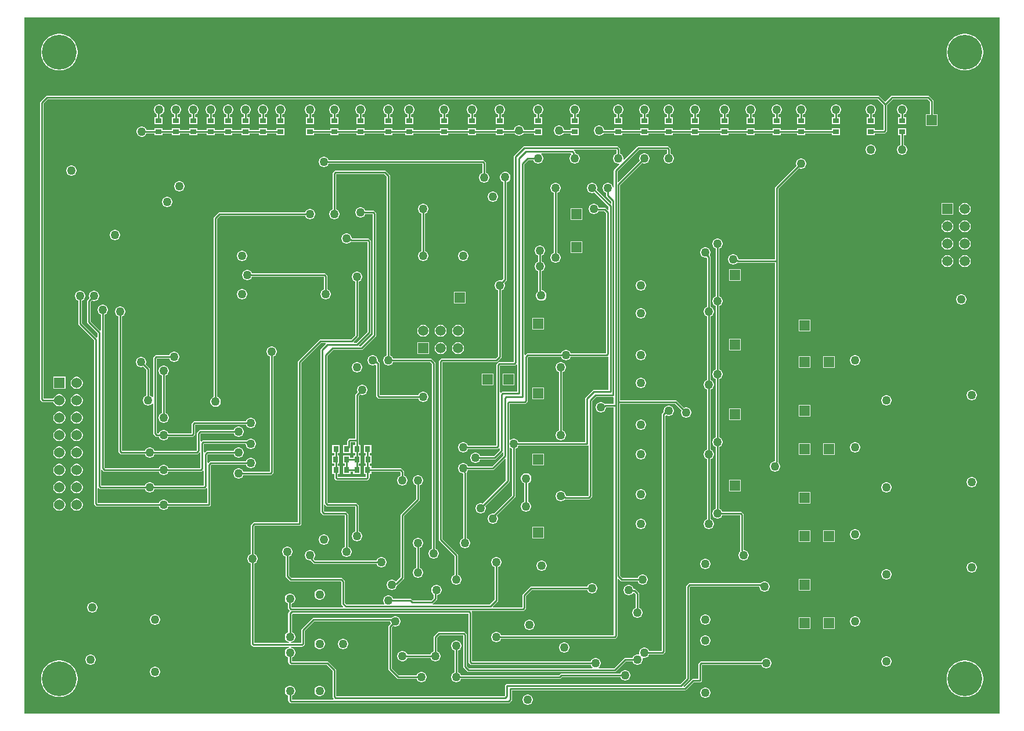
<source format=gbl>
G04*
G04 #@! TF.GenerationSoftware,Altium Limited,Altium Designer,22.3.1 (43)*
G04*
G04 Layer_Physical_Order=4*
G04 Layer_Color=16711680*
%FSLAX25Y25*%
%MOIN*%
G70*
G04*
G04 #@! TF.SameCoordinates,D3354991-DD5C-4E6D-8F59-54D9BE61E837*
G04*
G04*
G04 #@! TF.FilePolarity,Positive*
G04*
G01*
G75*
%ADD11C,0.01000*%
%ADD16R,0.03740X0.03150*%
%ADD18R,0.03150X0.03740*%
%ADD48C,0.20000*%
%ADD49R,0.05906X0.05906*%
%ADD50C,0.06000*%
%ADD51R,0.06000X0.06000*%
%ADD52C,0.05906*%
%ADD53R,0.05906X0.05906*%
%ADD54C,0.05000*%
G36*
X560000D02*
X0D01*
Y400000D01*
X560000D01*
Y0D01*
D02*
G37*
%LPC*%
G36*
X540826Y390500D02*
X539174D01*
X537541Y390242D01*
X535969Y389731D01*
X534497Y388980D01*
X533160Y388009D01*
X531991Y386840D01*
X531020Y385503D01*
X530269Y384031D01*
X529759Y382459D01*
X529500Y380826D01*
Y379174D01*
X529759Y377541D01*
X530269Y375969D01*
X531020Y374497D01*
X531991Y373160D01*
X533160Y371991D01*
X534497Y371020D01*
X535969Y370269D01*
X537541Y369759D01*
X539174Y369500D01*
X540826D01*
X542459Y369759D01*
X544031Y370269D01*
X545503Y371020D01*
X546840Y371991D01*
X548009Y373160D01*
X548980Y374497D01*
X549731Y375969D01*
X550242Y377541D01*
X550500Y379174D01*
Y380826D01*
X550242Y382459D01*
X549731Y384031D01*
X548980Y385503D01*
X548009Y386840D01*
X546840Y388009D01*
X545503Y388980D01*
X544031Y389731D01*
X542459Y390242D01*
X540826Y390500D01*
D02*
G37*
G36*
X20826D02*
X19174D01*
X17541Y390242D01*
X15969Y389731D01*
X14497Y388980D01*
X13160Y388009D01*
X11991Y386840D01*
X11020Y385503D01*
X10269Y384031D01*
X9759Y382459D01*
X9500Y380826D01*
Y379174D01*
X9759Y377541D01*
X10269Y375969D01*
X11020Y374497D01*
X11991Y373160D01*
X13160Y371991D01*
X14497Y371020D01*
X15969Y370269D01*
X17541Y369759D01*
X19174Y369500D01*
X20826D01*
X22459Y369759D01*
X24031Y370269D01*
X25503Y371020D01*
X26840Y371991D01*
X28009Y373160D01*
X28980Y374497D01*
X29731Y375969D01*
X30242Y377541D01*
X30500Y379174D01*
Y380826D01*
X30242Y382459D01*
X29731Y384031D01*
X28980Y385503D01*
X28009Y386840D01*
X26840Y388009D01*
X25503Y388980D01*
X24031Y389731D01*
X22459Y390242D01*
X20826Y390500D01*
D02*
G37*
G36*
X519000Y355020D02*
X498000D01*
X497610Y354942D01*
X497279Y354721D01*
X497058Y354390D01*
X497027Y354234D01*
X494235Y351442D01*
X490956Y354721D01*
X490625Y354942D01*
X490235Y355020D01*
X13000D01*
X12610Y354942D01*
X12279Y354721D01*
X9279Y351721D01*
X9058Y351390D01*
X8980Y351000D01*
Y180586D01*
X9058Y180196D01*
X9279Y179865D01*
X9865Y179279D01*
X10196Y179058D01*
X10586Y178980D01*
X16650D01*
X16738Y178649D01*
X17199Y177851D01*
X17851Y177199D01*
X18649Y176739D01*
X19539Y176500D01*
X20461D01*
X21351Y176739D01*
X22149Y177199D01*
X22801Y177851D01*
X23261Y178649D01*
X23500Y179539D01*
Y180461D01*
X23261Y181351D01*
X22801Y182149D01*
X22149Y182801D01*
X21351Y183262D01*
X20461Y183500D01*
X19539D01*
X18649Y183262D01*
X17851Y182801D01*
X17199Y182149D01*
X16738Y181351D01*
X16650Y181020D01*
X11020D01*
Y350578D01*
X13422Y352980D01*
X489812D01*
X493215Y349578D01*
Y335370D01*
X488370D01*
Y336425D01*
X483630D01*
Y332276D01*
X488370D01*
Y333331D01*
X493649D01*
X494039Y333408D01*
X494370Y333629D01*
X494956Y334215D01*
X495177Y334546D01*
X495254Y334936D01*
Y349578D01*
X498657Y352980D01*
X518578D01*
X519980Y351578D01*
Y344453D01*
X517547D01*
Y337547D01*
X524453D01*
Y344453D01*
X522020D01*
Y352000D01*
X521942Y352390D01*
X521721Y352721D01*
X519721Y354721D01*
X519390Y354942D01*
X519000Y355020D01*
D02*
G37*
G36*
X504395Y350000D02*
X503605D01*
X502842Y349796D01*
X502158Y349401D01*
X501599Y348842D01*
X501204Y348158D01*
X501000Y347395D01*
Y346605D01*
X501204Y345842D01*
X501599Y345158D01*
X502158Y344599D01*
X502842Y344204D01*
X502980Y344167D01*
Y342724D01*
X501630D01*
Y338575D01*
X506370D01*
Y342724D01*
X505020D01*
Y344167D01*
X505158Y344204D01*
X505842Y344599D01*
X506401Y345158D01*
X506796Y345842D01*
X507000Y346605D01*
Y347395D01*
X506796Y348158D01*
X506401Y348842D01*
X505842Y349401D01*
X505158Y349796D01*
X504395Y350000D01*
D02*
G37*
G36*
X486395D02*
X485605D01*
X484842Y349796D01*
X484158Y349401D01*
X483599Y348842D01*
X483204Y348158D01*
X483000Y347395D01*
Y346605D01*
X483204Y345842D01*
X483599Y345158D01*
X484158Y344599D01*
X484842Y344204D01*
X484980Y344167D01*
Y342724D01*
X483630D01*
Y338575D01*
X488370D01*
Y342724D01*
X487020D01*
Y344167D01*
X487158Y344204D01*
X487842Y344599D01*
X488401Y345158D01*
X488796Y345842D01*
X489000Y346605D01*
Y347395D01*
X488796Y348158D01*
X488401Y348842D01*
X487842Y349401D01*
X487158Y349796D01*
X486395Y350000D01*
D02*
G37*
G36*
X466395D02*
X465605D01*
X464842Y349796D01*
X464158Y349401D01*
X463599Y348842D01*
X463204Y348158D01*
X463000Y347395D01*
Y346605D01*
X463204Y345842D01*
X463599Y345158D01*
X464158Y344599D01*
X464842Y344204D01*
X464980Y344167D01*
Y342724D01*
X463630D01*
Y338575D01*
X468370D01*
Y342724D01*
X467020D01*
Y344167D01*
X467158Y344204D01*
X467842Y344599D01*
X468401Y345158D01*
X468796Y345842D01*
X469000Y346605D01*
Y347395D01*
X468796Y348158D01*
X468401Y348842D01*
X467842Y349401D01*
X467158Y349796D01*
X466395Y350000D01*
D02*
G37*
G36*
X446395D02*
X445605D01*
X444842Y349796D01*
X444158Y349401D01*
X443599Y348842D01*
X443204Y348158D01*
X443000Y347395D01*
Y346605D01*
X443204Y345842D01*
X443599Y345158D01*
X444158Y344599D01*
X444842Y344204D01*
X444980Y344167D01*
Y342724D01*
X443630D01*
Y338575D01*
X448370D01*
Y342724D01*
X447020D01*
Y344167D01*
X447158Y344204D01*
X447842Y344599D01*
X448401Y345158D01*
X448796Y345842D01*
X449000Y346605D01*
Y347395D01*
X448796Y348158D01*
X448401Y348842D01*
X447842Y349401D01*
X447158Y349796D01*
X446395Y350000D01*
D02*
G37*
G36*
X432395D02*
X431605D01*
X430842Y349796D01*
X430158Y349401D01*
X429599Y348842D01*
X429204Y348158D01*
X429000Y347395D01*
Y346605D01*
X429204Y345842D01*
X429599Y345158D01*
X430158Y344599D01*
X430842Y344204D01*
X430980Y344167D01*
Y342724D01*
X429630D01*
Y338575D01*
X434370D01*
Y342724D01*
X433020D01*
Y344167D01*
X433158Y344204D01*
X433842Y344599D01*
X434401Y345158D01*
X434796Y345842D01*
X435000Y346605D01*
Y347395D01*
X434796Y348158D01*
X434401Y348842D01*
X433842Y349401D01*
X433158Y349796D01*
X432395Y350000D01*
D02*
G37*
G36*
X417395D02*
X416605D01*
X415842Y349796D01*
X415158Y349401D01*
X414599Y348842D01*
X414204Y348158D01*
X414000Y347395D01*
Y346605D01*
X414204Y345842D01*
X414599Y345158D01*
X415158Y344599D01*
X415842Y344204D01*
X415980Y344167D01*
Y342724D01*
X414630D01*
Y338575D01*
X419370D01*
Y342724D01*
X418020D01*
Y344167D01*
X418158Y344204D01*
X418842Y344599D01*
X419401Y345158D01*
X419796Y345842D01*
X420000Y346605D01*
Y347395D01*
X419796Y348158D01*
X419401Y348842D01*
X418842Y349401D01*
X418158Y349796D01*
X417395Y350000D01*
D02*
G37*
G36*
X402395D02*
X401605D01*
X400842Y349796D01*
X400158Y349401D01*
X399599Y348842D01*
X399204Y348158D01*
X399000Y347395D01*
Y346605D01*
X399204Y345842D01*
X399599Y345158D01*
X400158Y344599D01*
X400842Y344204D01*
X400980Y344167D01*
Y342724D01*
X399630D01*
Y338575D01*
X404370D01*
Y342724D01*
X403020D01*
Y344167D01*
X403158Y344204D01*
X403842Y344599D01*
X404401Y345158D01*
X404796Y345842D01*
X405000Y346605D01*
Y347395D01*
X404796Y348158D01*
X404401Y348842D01*
X403842Y349401D01*
X403158Y349796D01*
X402395Y350000D01*
D02*
G37*
G36*
X385395D02*
X384605D01*
X383842Y349796D01*
X383158Y349401D01*
X382599Y348842D01*
X382204Y348158D01*
X382000Y347395D01*
Y346605D01*
X382204Y345842D01*
X382599Y345158D01*
X383158Y344599D01*
X383842Y344204D01*
X383980Y344167D01*
Y342724D01*
X382630D01*
Y338575D01*
X387370D01*
Y342724D01*
X386020D01*
Y344167D01*
X386158Y344204D01*
X386842Y344599D01*
X387401Y345158D01*
X387796Y345842D01*
X388000Y346605D01*
Y347395D01*
X387796Y348158D01*
X387401Y348842D01*
X386842Y349401D01*
X386158Y349796D01*
X385395Y350000D01*
D02*
G37*
G36*
X370395D02*
X369605D01*
X368842Y349796D01*
X368158Y349401D01*
X367599Y348842D01*
X367204Y348158D01*
X367000Y347395D01*
Y346605D01*
X367204Y345842D01*
X367599Y345158D01*
X368158Y344599D01*
X368842Y344204D01*
X368980Y344167D01*
Y342724D01*
X367630D01*
Y338575D01*
X372370D01*
Y342724D01*
X371020D01*
Y344167D01*
X371158Y344204D01*
X371842Y344599D01*
X372401Y345158D01*
X372796Y345842D01*
X373000Y346605D01*
Y347395D01*
X372796Y348158D01*
X372401Y348842D01*
X371842Y349401D01*
X371158Y349796D01*
X370395Y350000D01*
D02*
G37*
G36*
X356395D02*
X355605D01*
X354842Y349796D01*
X354158Y349401D01*
X353599Y348842D01*
X353204Y348158D01*
X353000Y347395D01*
Y346605D01*
X353204Y345842D01*
X353599Y345158D01*
X354158Y344599D01*
X354842Y344204D01*
X354980Y344167D01*
Y342724D01*
X353630D01*
Y338575D01*
X358370D01*
Y342724D01*
X357020D01*
Y344167D01*
X357158Y344204D01*
X357842Y344599D01*
X358401Y345158D01*
X358796Y345842D01*
X359000Y346605D01*
Y347395D01*
X358796Y348158D01*
X358401Y348842D01*
X357842Y349401D01*
X357158Y349796D01*
X356395Y350000D01*
D02*
G37*
G36*
X341395D02*
X340605D01*
X339842Y349796D01*
X339158Y349401D01*
X338599Y348842D01*
X338204Y348158D01*
X338000Y347395D01*
Y346605D01*
X338204Y345842D01*
X338599Y345158D01*
X339158Y344599D01*
X339842Y344204D01*
X339980Y344167D01*
Y342724D01*
X338630D01*
Y338575D01*
X343370D01*
Y342724D01*
X342020D01*
Y344167D01*
X342158Y344204D01*
X342842Y344599D01*
X343401Y345158D01*
X343796Y345842D01*
X344000Y346605D01*
Y347395D01*
X343796Y348158D01*
X343401Y348842D01*
X342842Y349401D01*
X342158Y349796D01*
X341395Y350000D01*
D02*
G37*
G36*
X316395D02*
X315605D01*
X314842Y349796D01*
X314158Y349401D01*
X313599Y348842D01*
X313204Y348158D01*
X313000Y347395D01*
Y346605D01*
X313204Y345842D01*
X313599Y345158D01*
X314158Y344599D01*
X314842Y344204D01*
X314980Y344167D01*
Y342724D01*
X313630D01*
Y338575D01*
X318370D01*
Y342724D01*
X317020D01*
Y344167D01*
X317158Y344204D01*
X317842Y344599D01*
X318401Y345158D01*
X318796Y345842D01*
X319000Y346605D01*
Y347395D01*
X318796Y348158D01*
X318401Y348842D01*
X317842Y349401D01*
X317158Y349796D01*
X316395Y350000D01*
D02*
G37*
G36*
X295395D02*
X294605D01*
X293842Y349796D01*
X293158Y349401D01*
X292599Y348842D01*
X292204Y348158D01*
X292000Y347395D01*
Y346605D01*
X292204Y345842D01*
X292599Y345158D01*
X293158Y344599D01*
X293842Y344204D01*
X293980Y344167D01*
Y342724D01*
X292630D01*
Y338575D01*
X297370D01*
Y342724D01*
X296020D01*
Y344167D01*
X296158Y344204D01*
X296842Y344599D01*
X297401Y345158D01*
X297796Y345842D01*
X298000Y346605D01*
Y347395D01*
X297796Y348158D01*
X297401Y348842D01*
X296842Y349401D01*
X296158Y349796D01*
X295395Y350000D01*
D02*
G37*
G36*
X273395D02*
X272605D01*
X271842Y349796D01*
X271158Y349401D01*
X270599Y348842D01*
X270204Y348158D01*
X270000Y347395D01*
Y346605D01*
X270204Y345842D01*
X270599Y345158D01*
X271158Y344599D01*
X271842Y344204D01*
X271980Y344167D01*
Y342724D01*
X270630D01*
Y338575D01*
X275370D01*
Y342724D01*
X274020D01*
Y344167D01*
X274158Y344204D01*
X274842Y344599D01*
X275401Y345158D01*
X275796Y345842D01*
X276000Y346605D01*
Y347395D01*
X275796Y348158D01*
X275401Y348842D01*
X274842Y349401D01*
X274158Y349796D01*
X273395Y350000D01*
D02*
G37*
G36*
X257395D02*
X256605D01*
X255842Y349796D01*
X255158Y349401D01*
X254599Y348842D01*
X254204Y348158D01*
X254000Y347395D01*
Y346605D01*
X254204Y345842D01*
X254599Y345158D01*
X255158Y344599D01*
X255842Y344204D01*
X255980Y344167D01*
Y342724D01*
X254630D01*
Y338575D01*
X259370D01*
Y342724D01*
X258020D01*
Y344167D01*
X258158Y344204D01*
X258842Y344599D01*
X259401Y345158D01*
X259796Y345842D01*
X260000Y346605D01*
Y347395D01*
X259796Y348158D01*
X259401Y348842D01*
X258842Y349401D01*
X258158Y349796D01*
X257395Y350000D01*
D02*
G37*
G36*
X241395D02*
X240605D01*
X239842Y349796D01*
X239158Y349401D01*
X238599Y348842D01*
X238204Y348158D01*
X238000Y347395D01*
Y346605D01*
X238204Y345842D01*
X238599Y345158D01*
X239158Y344599D01*
X239842Y344204D01*
X239980Y344167D01*
Y342724D01*
X238630D01*
Y338575D01*
X243370D01*
Y342724D01*
X242020D01*
Y344167D01*
X242158Y344204D01*
X242842Y344599D01*
X243401Y345158D01*
X243796Y345842D01*
X244000Y346605D01*
Y347395D01*
X243796Y348158D01*
X243401Y348842D01*
X242842Y349401D01*
X242158Y349796D01*
X241395Y350000D01*
D02*
G37*
G36*
X221395D02*
X220605D01*
X219842Y349796D01*
X219158Y349401D01*
X218599Y348842D01*
X218204Y348158D01*
X218000Y347395D01*
Y346605D01*
X218204Y345842D01*
X218599Y345158D01*
X219158Y344599D01*
X219842Y344204D01*
X219980Y344167D01*
Y342724D01*
X218630D01*
Y338575D01*
X223370D01*
Y342724D01*
X222020D01*
Y344167D01*
X222158Y344204D01*
X222842Y344599D01*
X223401Y345158D01*
X223796Y345842D01*
X224000Y346605D01*
Y347395D01*
X223796Y348158D01*
X223401Y348842D01*
X222842Y349401D01*
X222158Y349796D01*
X221395Y350000D01*
D02*
G37*
G36*
X209395D02*
X208605D01*
X207842Y349796D01*
X207158Y349401D01*
X206599Y348842D01*
X206204Y348158D01*
X206000Y347395D01*
Y346605D01*
X206204Y345842D01*
X206599Y345158D01*
X207158Y344599D01*
X207842Y344204D01*
X207980Y344167D01*
Y342724D01*
X206630D01*
Y338575D01*
X211370D01*
Y342724D01*
X210020D01*
Y344167D01*
X210158Y344204D01*
X210842Y344599D01*
X211401Y345158D01*
X211796Y345842D01*
X212000Y346605D01*
Y347395D01*
X211796Y348158D01*
X211401Y348842D01*
X210842Y349401D01*
X210158Y349796D01*
X209395Y350000D01*
D02*
G37*
G36*
X193395D02*
X192605D01*
X191842Y349796D01*
X191158Y349401D01*
X190599Y348842D01*
X190204Y348158D01*
X190000Y347395D01*
Y346605D01*
X190204Y345842D01*
X190599Y345158D01*
X191158Y344599D01*
X191842Y344204D01*
X191980Y344167D01*
Y342724D01*
X190630D01*
Y338575D01*
X195370D01*
Y342724D01*
X194020D01*
Y344167D01*
X194158Y344204D01*
X194842Y344599D01*
X195401Y345158D01*
X195796Y345842D01*
X196000Y346605D01*
Y347395D01*
X195796Y348158D01*
X195401Y348842D01*
X194842Y349401D01*
X194158Y349796D01*
X193395Y350000D01*
D02*
G37*
G36*
X178395D02*
X177605D01*
X176842Y349796D01*
X176158Y349401D01*
X175599Y348842D01*
X175204Y348158D01*
X175000Y347395D01*
Y346605D01*
X175204Y345842D01*
X175599Y345158D01*
X176158Y344599D01*
X176842Y344204D01*
X176980Y344167D01*
Y342724D01*
X175630D01*
Y338575D01*
X180370D01*
Y342724D01*
X179020D01*
Y344167D01*
X179158Y344204D01*
X179842Y344599D01*
X180401Y345158D01*
X180796Y345842D01*
X181000Y346605D01*
Y347395D01*
X180796Y348158D01*
X180401Y348842D01*
X179842Y349401D01*
X179158Y349796D01*
X178395Y350000D01*
D02*
G37*
G36*
X164395D02*
X163605D01*
X162842Y349796D01*
X162158Y349401D01*
X161599Y348842D01*
X161204Y348158D01*
X161000Y347395D01*
Y346605D01*
X161204Y345842D01*
X161599Y345158D01*
X162158Y344599D01*
X162842Y344204D01*
X162980Y344167D01*
Y342724D01*
X161630D01*
Y338575D01*
X166370D01*
Y342724D01*
X165020D01*
Y344167D01*
X165158Y344204D01*
X165842Y344599D01*
X166401Y345158D01*
X166796Y345842D01*
X167000Y346605D01*
Y347395D01*
X166796Y348158D01*
X166401Y348842D01*
X165842Y349401D01*
X165158Y349796D01*
X164395Y350000D01*
D02*
G37*
G36*
X147395D02*
X146605D01*
X145842Y349796D01*
X145158Y349401D01*
X144599Y348842D01*
X144204Y348158D01*
X144000Y347395D01*
Y346605D01*
X144204Y345842D01*
X144599Y345158D01*
X145158Y344599D01*
X145842Y344204D01*
X145980Y344167D01*
Y342724D01*
X144630D01*
Y338575D01*
X149370D01*
Y342724D01*
X148020D01*
Y344167D01*
X148158Y344204D01*
X148842Y344599D01*
X149401Y345158D01*
X149796Y345842D01*
X150000Y346605D01*
Y347395D01*
X149796Y348158D01*
X149401Y348842D01*
X148842Y349401D01*
X148158Y349796D01*
X147395Y350000D01*
D02*
G37*
G36*
X137395D02*
X136605D01*
X135842Y349796D01*
X135158Y349401D01*
X134599Y348842D01*
X134204Y348158D01*
X134000Y347395D01*
Y346605D01*
X134204Y345842D01*
X134599Y345158D01*
X135158Y344599D01*
X135842Y344204D01*
X135980Y344167D01*
Y342724D01*
X134630D01*
Y338575D01*
X139370D01*
Y342724D01*
X138020D01*
Y344167D01*
X138158Y344204D01*
X138842Y344599D01*
X139401Y345158D01*
X139796Y345842D01*
X140000Y346605D01*
Y347395D01*
X139796Y348158D01*
X139401Y348842D01*
X138842Y349401D01*
X138158Y349796D01*
X137395Y350000D01*
D02*
G37*
G36*
X127395D02*
X126605D01*
X125842Y349796D01*
X125158Y349401D01*
X124599Y348842D01*
X124204Y348158D01*
X124000Y347395D01*
Y346605D01*
X124204Y345842D01*
X124599Y345158D01*
X125158Y344599D01*
X125842Y344204D01*
X125980Y344167D01*
Y342724D01*
X124630D01*
Y338575D01*
X129370D01*
Y342724D01*
X128020D01*
Y344167D01*
X128158Y344204D01*
X128842Y344599D01*
X129401Y345158D01*
X129796Y345842D01*
X130000Y346605D01*
Y347395D01*
X129796Y348158D01*
X129401Y348842D01*
X128842Y349401D01*
X128158Y349796D01*
X127395Y350000D01*
D02*
G37*
G36*
X117395D02*
X116605D01*
X115842Y349796D01*
X115158Y349401D01*
X114599Y348842D01*
X114204Y348158D01*
X114000Y347395D01*
Y346605D01*
X114204Y345842D01*
X114599Y345158D01*
X115158Y344599D01*
X115842Y344204D01*
X115980Y344167D01*
Y342724D01*
X114630D01*
Y338575D01*
X119370D01*
Y342724D01*
X118020D01*
Y344167D01*
X118158Y344204D01*
X118842Y344599D01*
X119401Y345158D01*
X119796Y345842D01*
X120000Y346605D01*
Y347395D01*
X119796Y348158D01*
X119401Y348842D01*
X118842Y349401D01*
X118158Y349796D01*
X117395Y350000D01*
D02*
G37*
G36*
X107395D02*
X106605D01*
X105842Y349796D01*
X105158Y349401D01*
X104599Y348842D01*
X104204Y348158D01*
X104000Y347395D01*
Y346605D01*
X104204Y345842D01*
X104599Y345158D01*
X105158Y344599D01*
X105842Y344204D01*
X105980Y344167D01*
Y342724D01*
X104630D01*
Y338575D01*
X109370D01*
Y342724D01*
X108020D01*
Y344167D01*
X108158Y344204D01*
X108842Y344599D01*
X109401Y345158D01*
X109796Y345842D01*
X110000Y346605D01*
Y347395D01*
X109796Y348158D01*
X109401Y348842D01*
X108842Y349401D01*
X108158Y349796D01*
X107395Y350000D01*
D02*
G37*
G36*
X97395D02*
X96605D01*
X95842Y349796D01*
X95158Y349401D01*
X94599Y348842D01*
X94204Y348158D01*
X94000Y347395D01*
Y346605D01*
X94204Y345842D01*
X94599Y345158D01*
X95158Y344599D01*
X95842Y344204D01*
X95980Y344167D01*
Y342724D01*
X94630D01*
Y338575D01*
X99370D01*
Y342724D01*
X98020D01*
Y344167D01*
X98158Y344204D01*
X98842Y344599D01*
X99401Y345158D01*
X99796Y345842D01*
X100000Y346605D01*
Y347395D01*
X99796Y348158D01*
X99401Y348842D01*
X98842Y349401D01*
X98158Y349796D01*
X97395Y350000D01*
D02*
G37*
G36*
X87395D02*
X86605D01*
X85842Y349796D01*
X85158Y349401D01*
X84599Y348842D01*
X84204Y348158D01*
X84000Y347395D01*
Y346605D01*
X84204Y345842D01*
X84599Y345158D01*
X85158Y344599D01*
X85842Y344204D01*
X85980Y344167D01*
Y342724D01*
X84630D01*
Y338575D01*
X89370D01*
Y342724D01*
X88020D01*
Y344167D01*
X88158Y344204D01*
X88842Y344599D01*
X89401Y345158D01*
X89796Y345842D01*
X90000Y346605D01*
Y347395D01*
X89796Y348158D01*
X89401Y348842D01*
X88842Y349401D01*
X88158Y349796D01*
X87395Y350000D01*
D02*
G37*
G36*
X77795D02*
X77005D01*
X76242Y349796D01*
X75558Y349401D01*
X74999Y348842D01*
X74604Y348158D01*
X74400Y347395D01*
Y346605D01*
X74604Y345842D01*
X74999Y345158D01*
X75558Y344599D01*
X75980Y344356D01*
Y342724D01*
X74630D01*
Y338575D01*
X79370D01*
Y342724D01*
X78020D01*
Y344060D01*
X78558Y344204D01*
X79242Y344599D01*
X79801Y345158D01*
X80196Y345842D01*
X80400Y346605D01*
Y347395D01*
X80196Y348158D01*
X79801Y348842D01*
X79242Y349401D01*
X78558Y349796D01*
X77795Y350000D01*
D02*
G37*
G36*
X284395Y338000D02*
X283605D01*
X282842Y337796D01*
X282158Y337401D01*
X281599Y336842D01*
X281204Y336158D01*
X281000Y335395D01*
Y335370D01*
X275370D01*
Y336425D01*
X270630D01*
Y335370D01*
X259370D01*
Y336425D01*
X254630D01*
Y335370D01*
X243370D01*
Y336425D01*
X238630D01*
Y335370D01*
X223370D01*
Y336425D01*
X218630D01*
Y335370D01*
X211370D01*
Y336425D01*
X206630D01*
Y335370D01*
X195370D01*
Y336425D01*
X190630D01*
Y335370D01*
X180370D01*
Y336425D01*
X175630D01*
Y335370D01*
X166370D01*
Y336425D01*
X161630D01*
Y332276D01*
X166370D01*
Y333331D01*
X175630D01*
Y332276D01*
X180370D01*
Y333331D01*
X190630D01*
Y332276D01*
X195370D01*
Y333331D01*
X206630D01*
Y332276D01*
X211370D01*
Y333331D01*
X218630D01*
Y332276D01*
X223370D01*
Y333331D01*
X238630D01*
Y332276D01*
X243370D01*
Y333331D01*
X254630D01*
Y332276D01*
X259370D01*
Y333331D01*
X270630D01*
Y332276D01*
X275370D01*
Y333331D01*
X281500D01*
X281599Y333158D01*
X282158Y332599D01*
X282842Y332204D01*
X283605Y332000D01*
X284395D01*
X285158Y332204D01*
X285842Y332599D01*
X286401Y333158D01*
X286500Y333331D01*
X292630D01*
Y332276D01*
X297370D01*
Y336425D01*
X292630D01*
Y335370D01*
X287000D01*
Y335395D01*
X286796Y336158D01*
X286401Y336842D01*
X285842Y337401D01*
X285158Y337796D01*
X284395Y338000D01*
D02*
G37*
G36*
X330395D02*
X329605D01*
X328842Y337796D01*
X328158Y337401D01*
X327599Y336842D01*
X327204Y336158D01*
X327000Y335395D01*
Y334605D01*
X327204Y333842D01*
X327599Y333158D01*
X328158Y332599D01*
X328842Y332204D01*
X329605Y332000D01*
X330395D01*
X331158Y332204D01*
X331842Y332599D01*
X332401Y333158D01*
X332500Y333331D01*
X338630D01*
Y332276D01*
X343370D01*
Y333331D01*
X353630D01*
Y332276D01*
X358370D01*
Y333331D01*
X367630D01*
Y332276D01*
X372370D01*
Y333331D01*
X382630D01*
Y332276D01*
X387370D01*
Y333331D01*
X399630D01*
Y332276D01*
X404370D01*
Y333331D01*
X414630D01*
Y332276D01*
X419370D01*
Y333331D01*
X429630D01*
Y332276D01*
X434370D01*
Y333331D01*
X443630D01*
Y332276D01*
X448370D01*
Y333331D01*
X463630D01*
Y332276D01*
X468370D01*
Y336425D01*
X463630D01*
Y335370D01*
X448370D01*
Y336425D01*
X443630D01*
Y335370D01*
X434370D01*
Y336425D01*
X429630D01*
Y335370D01*
X419370D01*
Y336425D01*
X414630D01*
Y335370D01*
X404370D01*
Y336425D01*
X399630D01*
Y335370D01*
X387370D01*
Y336425D01*
X382630D01*
Y335370D01*
X372370D01*
Y336425D01*
X367630D01*
Y335370D01*
X358370D01*
Y336425D01*
X353630D01*
Y335370D01*
X343370D01*
Y336425D01*
X338630D01*
Y335370D01*
X333000D01*
Y335395D01*
X332796Y336158D01*
X332401Y336842D01*
X331842Y337401D01*
X331158Y337796D01*
X330395Y338000D01*
D02*
G37*
G36*
X307395D02*
X306605D01*
X305842Y337796D01*
X305158Y337401D01*
X304599Y336842D01*
X304204Y336158D01*
X304000Y335395D01*
Y334605D01*
X304204Y333842D01*
X304599Y333158D01*
X305158Y332599D01*
X305842Y332204D01*
X306605Y332000D01*
X307395D01*
X308158Y332204D01*
X308842Y332599D01*
X309401Y333158D01*
X309500Y333331D01*
X313630D01*
Y332276D01*
X318370D01*
Y336425D01*
X313630D01*
Y335370D01*
X310000D01*
Y335395D01*
X309796Y336158D01*
X309401Y336842D01*
X308842Y337401D01*
X308158Y337796D01*
X307395Y338000D01*
D02*
G37*
G36*
X67745Y337350D02*
X66955D01*
X66192Y337146D01*
X65508Y336751D01*
X64950Y336192D01*
X64555Y335508D01*
X64350Y334745D01*
Y333955D01*
X64555Y333192D01*
X64950Y332508D01*
X65508Y331950D01*
X66192Y331555D01*
X66955Y331350D01*
X67745D01*
X68508Y331555D01*
X69192Y331950D01*
X69751Y332508D01*
X70146Y333192D01*
X70183Y333331D01*
X74630D01*
Y332276D01*
X79370D01*
Y333331D01*
X84630D01*
Y332276D01*
X89370D01*
Y333331D01*
X94630D01*
Y332276D01*
X99370D01*
Y333331D01*
X104630D01*
Y332276D01*
X109370D01*
Y333331D01*
X114630D01*
Y332276D01*
X119370D01*
Y333331D01*
X124630D01*
Y332276D01*
X129370D01*
Y333331D01*
X134630D01*
Y332276D01*
X139370D01*
Y333331D01*
X144630D01*
Y332276D01*
X149370D01*
Y336425D01*
X144630D01*
Y335370D01*
X139370D01*
Y336425D01*
X134630D01*
Y335370D01*
X129370D01*
Y336425D01*
X124630D01*
Y335370D01*
X119370D01*
Y336425D01*
X114630D01*
Y335370D01*
X109370D01*
Y336425D01*
X104630D01*
Y335370D01*
X99370D01*
Y336425D01*
X94630D01*
Y335370D01*
X89370D01*
Y336425D01*
X84630D01*
Y335370D01*
X79370D01*
Y336425D01*
X74630D01*
Y335370D01*
X70183D01*
X70146Y335508D01*
X69751Y336192D01*
X69192Y336751D01*
X68508Y337146D01*
X67745Y337350D01*
D02*
G37*
G36*
X506370Y336425D02*
X501630D01*
Y332276D01*
X502980D01*
Y326833D01*
X502842Y326796D01*
X502158Y326401D01*
X501599Y325842D01*
X501204Y325158D01*
X501000Y324395D01*
Y323605D01*
X501204Y322842D01*
X501599Y322158D01*
X502158Y321599D01*
X502842Y321204D01*
X503605Y321000D01*
X504395D01*
X505158Y321204D01*
X505842Y321599D01*
X506401Y322158D01*
X506796Y322842D01*
X507000Y323605D01*
Y324395D01*
X506796Y325158D01*
X506401Y325842D01*
X505842Y326401D01*
X505158Y326796D01*
X505020Y326833D01*
Y332276D01*
X506370D01*
Y336425D01*
D02*
G37*
G36*
X486395Y327000D02*
X485605D01*
X484842Y326796D01*
X484158Y326401D01*
X483599Y325842D01*
X483204Y325158D01*
X483000Y324395D01*
Y323605D01*
X483204Y322842D01*
X483599Y322158D01*
X484158Y321599D01*
X484842Y321204D01*
X485605Y321000D01*
X486395D01*
X487158Y321204D01*
X487842Y321599D01*
X488401Y322158D01*
X488796Y322842D01*
X489000Y323605D01*
Y324395D01*
X488796Y325158D01*
X488401Y325842D01*
X487842Y326401D01*
X487158Y326796D01*
X486395Y327000D01*
D02*
G37*
G36*
X369414Y326020D02*
X352586D01*
X352196Y325942D01*
X351865Y325721D01*
X344433Y318289D01*
X343985Y318548D01*
X344000Y318605D01*
Y319395D01*
X343796Y320158D01*
X343401Y320842D01*
X342842Y321401D01*
X342158Y321796D01*
X342020Y321833D01*
Y324414D01*
X341942Y324804D01*
X341721Y325135D01*
X341135Y325721D01*
X340804Y325942D01*
X340414Y326020D01*
X287000D01*
X286610Y325942D01*
X286279Y325721D01*
X281279Y320721D01*
X281058Y320390D01*
X280980Y320000D01*
Y202020D01*
X272586D01*
X272196Y201942D01*
X271865Y201721D01*
X271279Y201135D01*
X271058Y200804D01*
X270980Y200414D01*
Y154020D01*
X254833D01*
X254796Y154158D01*
X254401Y154842D01*
X253842Y155401D01*
X253158Y155796D01*
X252395Y156000D01*
X251605D01*
X250842Y155796D01*
X250158Y155401D01*
X249599Y154842D01*
X249204Y154158D01*
X249000Y153395D01*
Y152605D01*
X249204Y151842D01*
X249599Y151158D01*
X250158Y150599D01*
X250842Y150204D01*
X251605Y150000D01*
X252395D01*
X253158Y150204D01*
X253842Y150599D01*
X254401Y151158D01*
X254796Y151842D01*
X254833Y151980D01*
X271414D01*
X271804Y152058D01*
X272135Y152279D01*
X272480Y152624D01*
X272980Y152417D01*
Y151422D01*
X269578Y148020D01*
X261833D01*
X261796Y148158D01*
X261401Y148842D01*
X260842Y149401D01*
X260158Y149796D01*
X259395Y150000D01*
X258605D01*
X257842Y149796D01*
X257158Y149401D01*
X256599Y148842D01*
X256204Y148158D01*
X256000Y147395D01*
Y146605D01*
X256204Y145842D01*
X256599Y145158D01*
X257158Y144599D01*
X257842Y144204D01*
X258605Y144000D01*
X259395D01*
X260158Y144204D01*
X260842Y144599D01*
X261401Y145158D01*
X261796Y145842D01*
X261833Y145980D01*
X270000D01*
X270390Y146058D01*
X270721Y146279D01*
X274480Y150039D01*
X274980Y149831D01*
Y148422D01*
X268578Y142020D01*
X254833D01*
X254796Y142158D01*
X254401Y142842D01*
X253842Y143401D01*
X253158Y143796D01*
X252395Y144000D01*
X251605D01*
X250842Y143796D01*
X250158Y143401D01*
X249599Y142842D01*
X249204Y142158D01*
X249000Y141395D01*
Y140605D01*
X249204Y139842D01*
X249599Y139158D01*
X250158Y138599D01*
X250842Y138204D01*
X251605Y138000D01*
X251980D01*
Y100833D01*
X251842Y100796D01*
X251158Y100401D01*
X250599Y99842D01*
X250204Y99158D01*
X250000Y98395D01*
Y97605D01*
X250204Y96842D01*
X250599Y96158D01*
X251158Y95599D01*
X251842Y95204D01*
X252605Y95000D01*
X253395D01*
X254158Y95204D01*
X254842Y95599D01*
X255401Y96158D01*
X255796Y96842D01*
X256000Y97605D01*
Y98395D01*
X255796Y99158D01*
X255401Y99842D01*
X254842Y100401D01*
X254158Y100796D01*
X254020Y100833D01*
Y138414D01*
X253959Y138717D01*
X254401Y139158D01*
X254796Y139842D01*
X254833Y139980D01*
X269000D01*
X269390Y140058D01*
X269721Y140279D01*
X276019Y146576D01*
X276480Y146385D01*
Y133922D01*
X263282Y120724D01*
X263158Y120796D01*
X262395Y121000D01*
X261605D01*
X260842Y120796D01*
X260158Y120401D01*
X259599Y119842D01*
X259204Y119158D01*
X259000Y118395D01*
Y117605D01*
X259204Y116842D01*
X259599Y116158D01*
X260158Y115599D01*
X260842Y115204D01*
X261605Y115000D01*
X262395D01*
X263158Y115204D01*
X263842Y115599D01*
X264401Y116158D01*
X264796Y116842D01*
X265000Y117605D01*
Y118395D01*
X264796Y119158D01*
X264724Y119282D01*
X278221Y132779D01*
X278442Y133110D01*
X278520Y133500D01*
Y152531D01*
X279020Y152738D01*
X279158Y152599D01*
X279842Y152204D01*
X279980Y152167D01*
Y125422D01*
X269524Y114965D01*
X269395Y115000D01*
X268605D01*
X267842Y114796D01*
X267158Y114401D01*
X266599Y113842D01*
X266204Y113158D01*
X266000Y112395D01*
Y111605D01*
X266204Y110842D01*
X266599Y110158D01*
X267158Y109599D01*
X267842Y109204D01*
X268605Y109000D01*
X269395D01*
X270158Y109204D01*
X270842Y109599D01*
X271401Y110158D01*
X271796Y110842D01*
X272000Y111605D01*
Y112395D01*
X271796Y113158D01*
X271401Y113842D01*
X271342Y113900D01*
X281721Y124279D01*
X281942Y124610D01*
X282020Y125000D01*
Y152167D01*
X282158Y152204D01*
X282842Y152599D01*
X283401Y153158D01*
X283796Y153842D01*
X283833Y153980D01*
X323000D01*
X323390Y154058D01*
X323480Y154118D01*
X323980Y153851D01*
Y125422D01*
X323578Y125020D01*
X311000D01*
Y125395D01*
X310796Y126158D01*
X310401Y126842D01*
X309842Y127401D01*
X309158Y127796D01*
X308395Y128000D01*
X307605D01*
X306842Y127796D01*
X306158Y127401D01*
X305599Y126842D01*
X305204Y126158D01*
X305000Y125395D01*
Y124605D01*
X305204Y123842D01*
X305599Y123158D01*
X306158Y122599D01*
X306842Y122204D01*
X307605Y122000D01*
X308395D01*
X309158Y122204D01*
X309842Y122599D01*
X310283Y123041D01*
X310586Y122980D01*
X324000D01*
X324390Y123058D01*
X324721Y123279D01*
X325721Y124279D01*
X325942Y124610D01*
X326020Y125000D01*
Y179578D01*
X328422Y181980D01*
X338000D01*
X338480Y181566D01*
Y178020D01*
X333586D01*
X333283Y177959D01*
X332842Y178401D01*
X332158Y178796D01*
X331395Y179000D01*
X330605D01*
X329842Y178796D01*
X329158Y178401D01*
X328599Y177842D01*
X328204Y177158D01*
X328000Y176395D01*
Y175605D01*
X328204Y174842D01*
X328599Y174158D01*
X329158Y173599D01*
X329842Y173204D01*
X330605Y173000D01*
X331395D01*
X332158Y173204D01*
X332842Y173599D01*
X333401Y174158D01*
X333796Y174842D01*
X334000Y175605D01*
Y175980D01*
X338480D01*
Y45020D01*
X273833D01*
X273796Y45158D01*
X273401Y45842D01*
X272842Y46401D01*
X272158Y46796D01*
X271395Y47000D01*
X270605D01*
X269842Y46796D01*
X269158Y46401D01*
X268599Y45842D01*
X268204Y45158D01*
X268000Y44395D01*
Y43605D01*
X268204Y42842D01*
X268599Y42158D01*
X269158Y41599D01*
X269842Y41204D01*
X270605Y41000D01*
X271395D01*
X272158Y41204D01*
X272842Y41599D01*
X273401Y42158D01*
X273796Y42842D01*
X273833Y42980D01*
X338914D01*
X339304Y43058D01*
X339635Y43279D01*
X340221Y43865D01*
X340442Y44196D01*
X340520Y44586D01*
Y77385D01*
X340982Y77577D01*
X342279Y76279D01*
X342610Y76058D01*
X343000Y75980D01*
X352167D01*
X352204Y75842D01*
X352599Y75158D01*
X353158Y74599D01*
X353842Y74204D01*
X354605Y74000D01*
X355395D01*
X356158Y74204D01*
X356842Y74599D01*
X357401Y75158D01*
X357796Y75842D01*
X358000Y76605D01*
Y77395D01*
X357796Y78158D01*
X357401Y78842D01*
X356842Y79401D01*
X356158Y79796D01*
X355395Y80000D01*
X354605D01*
X353842Y79796D01*
X353158Y79401D01*
X352599Y78842D01*
X352204Y78158D01*
X352167Y78020D01*
X343422D01*
X342020Y79422D01*
Y177980D01*
X373578D01*
X377276Y174282D01*
X377204Y174158D01*
X377000Y173395D01*
Y172605D01*
X377204Y171842D01*
X377599Y171158D01*
X378158Y170599D01*
X378842Y170204D01*
X379605Y170000D01*
X380395D01*
X381158Y170204D01*
X381842Y170599D01*
X382401Y171158D01*
X382796Y171842D01*
X383000Y172605D01*
Y173395D01*
X382796Y174158D01*
X382401Y174842D01*
X381842Y175401D01*
X381158Y175796D01*
X380395Y176000D01*
X379605D01*
X378842Y175796D01*
X378718Y175724D01*
X374721Y179721D01*
X374390Y179942D01*
X374000Y180020D01*
X342020D01*
Y303578D01*
X354718Y316276D01*
X354842Y316204D01*
X355605Y316000D01*
X356395D01*
X357158Y316204D01*
X357842Y316599D01*
X358401Y317158D01*
X358796Y317842D01*
X359000Y318605D01*
Y319395D01*
X358796Y320158D01*
X358401Y320842D01*
X357842Y321401D01*
X357158Y321796D01*
X356395Y322000D01*
X355605D01*
X354842Y321796D01*
X354158Y321401D01*
X353599Y320842D01*
X353204Y320158D01*
X353000Y319395D01*
Y318605D01*
X353204Y317842D01*
X353276Y317718D01*
X340982Y305423D01*
X340520Y305615D01*
Y311492D01*
X353008Y323980D01*
X368980D01*
Y321833D01*
X368842Y321796D01*
X368158Y321401D01*
X367599Y320842D01*
X367204Y320158D01*
X367000Y319395D01*
Y318605D01*
X367204Y317842D01*
X367599Y317158D01*
X368158Y316599D01*
X368842Y316204D01*
X369605Y316000D01*
X370395D01*
X371158Y316204D01*
X371842Y316599D01*
X372401Y317158D01*
X372796Y317842D01*
X373000Y318605D01*
Y319395D01*
X372796Y320158D01*
X372401Y320842D01*
X371842Y321401D01*
X371158Y321796D01*
X371020Y321833D01*
Y324414D01*
X370942Y324804D01*
X370721Y325135D01*
X370135Y325721D01*
X369804Y325942D01*
X369414Y326020D01*
D02*
G37*
G36*
X446395Y319000D02*
X445605D01*
X444842Y318796D01*
X444158Y318401D01*
X443599Y317842D01*
X443204Y317158D01*
X443000Y316395D01*
Y315605D01*
X443204Y314842D01*
X443276Y314718D01*
X431279Y302721D01*
X431058Y302390D01*
X430980Y302000D01*
Y261020D01*
X410000D01*
Y261395D01*
X409796Y262158D01*
X409401Y262842D01*
X408842Y263401D01*
X408158Y263796D01*
X407395Y264000D01*
X406605D01*
X405842Y263796D01*
X405158Y263401D01*
X404599Y262842D01*
X404204Y262158D01*
X404000Y261395D01*
Y260605D01*
X404204Y259842D01*
X404599Y259158D01*
X405158Y258599D01*
X405842Y258204D01*
X406605Y258000D01*
X407395D01*
X408158Y258204D01*
X408842Y258599D01*
X409283Y259041D01*
X409586Y258980D01*
X430980D01*
Y145000D01*
X430605D01*
X429842Y144796D01*
X429158Y144401D01*
X428599Y143842D01*
X428204Y143158D01*
X428000Y142395D01*
Y141605D01*
X428204Y140842D01*
X428599Y140158D01*
X429158Y139599D01*
X429842Y139204D01*
X430605Y139000D01*
X431395D01*
X432158Y139204D01*
X432842Y139599D01*
X433401Y140158D01*
X433796Y140842D01*
X434000Y141605D01*
Y142395D01*
X433796Y143158D01*
X433401Y143842D01*
X432959Y144283D01*
X433020Y144586D01*
Y260000D01*
Y301578D01*
X444718Y313276D01*
X444842Y313204D01*
X445605Y313000D01*
X446395D01*
X447158Y313204D01*
X447842Y313599D01*
X448401Y314158D01*
X448796Y314842D01*
X449000Y315605D01*
Y316395D01*
X448796Y317158D01*
X448401Y317842D01*
X447842Y318401D01*
X447158Y318796D01*
X446395Y319000D01*
D02*
G37*
G36*
X27395Y315000D02*
X26605D01*
X25842Y314796D01*
X25158Y314401D01*
X24599Y313842D01*
X24204Y313158D01*
X24000Y312395D01*
Y311605D01*
X24204Y310842D01*
X24599Y310158D01*
X25158Y309599D01*
X25842Y309204D01*
X26605Y309000D01*
X27395D01*
X28158Y309204D01*
X28842Y309599D01*
X29401Y310158D01*
X29796Y310842D01*
X30000Y311605D01*
Y312395D01*
X29796Y313158D01*
X29401Y313842D01*
X28842Y314401D01*
X28158Y314796D01*
X27395Y315000D01*
D02*
G37*
G36*
X172395Y320000D02*
X171605D01*
X170842Y319796D01*
X170158Y319401D01*
X169599Y318842D01*
X169204Y318158D01*
X169000Y317395D01*
Y316605D01*
X169204Y315842D01*
X169599Y315158D01*
X170158Y314599D01*
X170842Y314204D01*
X171605Y314000D01*
X172395D01*
X173158Y314204D01*
X173842Y314599D01*
X174401Y315158D01*
X174796Y315842D01*
X174833Y315980D01*
X262980D01*
Y310833D01*
X262842Y310796D01*
X262158Y310401D01*
X261599Y309842D01*
X261204Y309158D01*
X261000Y308395D01*
Y307605D01*
X261204Y306842D01*
X261599Y306158D01*
X262158Y305599D01*
X262842Y305204D01*
X263605Y305000D01*
X264395D01*
X265158Y305204D01*
X265842Y305599D01*
X266401Y306158D01*
X266796Y306842D01*
X267000Y307605D01*
Y308395D01*
X266796Y309158D01*
X266401Y309842D01*
X265842Y310401D01*
X265158Y310796D01*
X265020Y310833D01*
Y316414D01*
X264942Y316804D01*
X264721Y317135D01*
X264135Y317721D01*
X263804Y317942D01*
X263414Y318020D01*
X174833D01*
X174796Y318158D01*
X174401Y318842D01*
X173842Y319401D01*
X173158Y319796D01*
X172395Y320000D01*
D02*
G37*
G36*
X89395Y306000D02*
X88605D01*
X87842Y305796D01*
X87158Y305401D01*
X86599Y304842D01*
X86204Y304158D01*
X86000Y303395D01*
Y302605D01*
X86204Y301842D01*
X86599Y301158D01*
X87158Y300599D01*
X87842Y300204D01*
X88605Y300000D01*
X89395D01*
X90158Y300204D01*
X90842Y300599D01*
X91401Y301158D01*
X91796Y301842D01*
X92000Y302605D01*
Y303395D01*
X91796Y304158D01*
X91401Y304842D01*
X90842Y305401D01*
X90158Y305796D01*
X89395Y306000D01*
D02*
G37*
G36*
X269395Y300000D02*
X268605D01*
X267842Y299796D01*
X267158Y299401D01*
X266599Y298842D01*
X266204Y298158D01*
X266000Y297395D01*
Y296605D01*
X266204Y295842D01*
X266599Y295158D01*
X267158Y294599D01*
X267842Y294204D01*
X268605Y294000D01*
X269395D01*
X270158Y294204D01*
X270842Y294599D01*
X271401Y295158D01*
X271796Y295842D01*
X272000Y296605D01*
Y297395D01*
X271796Y298158D01*
X271401Y298842D01*
X270842Y299401D01*
X270158Y299796D01*
X269395Y300000D01*
D02*
G37*
G36*
X82395Y297000D02*
X81605D01*
X80842Y296796D01*
X80158Y296401D01*
X79599Y295842D01*
X79204Y295158D01*
X79000Y294395D01*
Y293605D01*
X79204Y292842D01*
X79599Y292158D01*
X80158Y291599D01*
X80842Y291204D01*
X81605Y291000D01*
X82395D01*
X83158Y291204D01*
X83842Y291599D01*
X84401Y292158D01*
X84796Y292842D01*
X85000Y293605D01*
Y294395D01*
X84796Y295158D01*
X84401Y295842D01*
X83842Y296401D01*
X83158Y296796D01*
X82395Y297000D01*
D02*
G37*
G36*
X540455Y293453D02*
X539545D01*
X538667Y293217D01*
X537880Y292763D01*
X537237Y292120D01*
X536783Y291333D01*
X536547Y290455D01*
Y289545D01*
X536783Y288667D01*
X537237Y287880D01*
X537880Y287237D01*
X538667Y286783D01*
X539545Y286547D01*
X540455D01*
X541333Y286783D01*
X542120Y287237D01*
X542763Y287880D01*
X543218Y288667D01*
X543453Y289545D01*
Y290455D01*
X543218Y291333D01*
X542763Y292120D01*
X542120Y292763D01*
X541333Y293217D01*
X540455Y293453D01*
D02*
G37*
G36*
X533453D02*
X526547D01*
Y286547D01*
X533453D01*
Y293453D01*
D02*
G37*
G36*
X164395Y290000D02*
X163605D01*
X162842Y289796D01*
X162158Y289401D01*
X161599Y288842D01*
X161204Y288158D01*
X161167Y288020D01*
X112000D01*
X111610Y287942D01*
X111279Y287721D01*
X109044Y285486D01*
X108823Y285156D01*
X108746Y284765D01*
Y182067D01*
X108607Y182030D01*
X107923Y181635D01*
X107365Y181077D01*
X106970Y180393D01*
X106765Y179630D01*
Y178840D01*
X106970Y178077D01*
X107365Y177393D01*
X107923Y176834D01*
X108607Y176439D01*
X109370Y176235D01*
X110160D01*
X110923Y176439D01*
X111607Y176834D01*
X112166Y177393D01*
X112561Y178077D01*
X112765Y178840D01*
Y179630D01*
X112561Y180393D01*
X112166Y181077D01*
X111607Y181635D01*
X110923Y182030D01*
X110785Y182067D01*
Y284343D01*
X112422Y285980D01*
X161167D01*
X161204Y285842D01*
X161599Y285158D01*
X162158Y284599D01*
X162842Y284204D01*
X163605Y284000D01*
X164395D01*
X165158Y284204D01*
X165842Y284599D01*
X166401Y285158D01*
X166796Y285842D01*
X167000Y286605D01*
Y287395D01*
X166796Y288158D01*
X166401Y288842D01*
X165842Y289401D01*
X165158Y289796D01*
X164395Y290000D01*
D02*
G37*
G36*
X540455Y283453D02*
X539545D01*
X538667Y283218D01*
X537880Y282763D01*
X537237Y282120D01*
X536783Y281333D01*
X536547Y280455D01*
Y279545D01*
X536783Y278667D01*
X537237Y277880D01*
X537880Y277237D01*
X538667Y276782D01*
X539545Y276547D01*
X540455D01*
X541333Y276782D01*
X542120Y277237D01*
X542763Y277880D01*
X543218Y278667D01*
X543453Y279545D01*
Y280455D01*
X543218Y281333D01*
X542763Y282120D01*
X542120Y282763D01*
X541333Y283218D01*
X540455Y283453D01*
D02*
G37*
G36*
X530455D02*
X529545D01*
X528667Y283218D01*
X527880Y282763D01*
X527237Y282120D01*
X526783Y281333D01*
X526547Y280455D01*
Y279545D01*
X526783Y278667D01*
X527237Y277880D01*
X527880Y277237D01*
X528667Y276782D01*
X529545Y276547D01*
X530455D01*
X531333Y276782D01*
X532120Y277237D01*
X532763Y277880D01*
X533217Y278667D01*
X533453Y279545D01*
Y280455D01*
X533217Y281333D01*
X532763Y282120D01*
X532120Y282763D01*
X531333Y283218D01*
X530455Y283453D01*
D02*
G37*
G36*
X52395Y278000D02*
X51605D01*
X50842Y277796D01*
X50158Y277401D01*
X49599Y276842D01*
X49204Y276158D01*
X49000Y275395D01*
Y274605D01*
X49204Y273842D01*
X49599Y273158D01*
X50158Y272599D01*
X50842Y272204D01*
X51605Y272000D01*
X52395D01*
X53158Y272204D01*
X53842Y272599D01*
X54401Y273158D01*
X54796Y273842D01*
X55000Y274605D01*
Y275395D01*
X54796Y276158D01*
X54401Y276842D01*
X53842Y277401D01*
X53158Y277796D01*
X52395Y278000D01*
D02*
G37*
G36*
X540455Y273453D02*
X539545D01*
X538667Y273218D01*
X537880Y272763D01*
X537237Y272120D01*
X536783Y271333D01*
X536547Y270455D01*
Y269545D01*
X536783Y268667D01*
X537237Y267880D01*
X537880Y267237D01*
X538667Y266782D01*
X539545Y266547D01*
X540455D01*
X541333Y266782D01*
X542120Y267237D01*
X542763Y267880D01*
X543218Y268667D01*
X543453Y269545D01*
Y270455D01*
X543218Y271333D01*
X542763Y272120D01*
X542120Y272763D01*
X541333Y273218D01*
X540455Y273453D01*
D02*
G37*
G36*
X530455D02*
X529545D01*
X528667Y273218D01*
X527880Y272763D01*
X527237Y272120D01*
X526783Y271333D01*
X526547Y270455D01*
Y269545D01*
X526783Y268667D01*
X527237Y267880D01*
X527880Y267237D01*
X528667Y266782D01*
X529545Y266547D01*
X530455D01*
X531333Y266782D01*
X532120Y267237D01*
X532763Y267880D01*
X533217Y268667D01*
X533453Y269545D01*
Y270455D01*
X533217Y271333D01*
X532763Y272120D01*
X532120Y272763D01*
X531333Y273218D01*
X530455Y273453D01*
D02*
G37*
G36*
X252395Y266000D02*
X251605D01*
X250842Y265796D01*
X250158Y265401D01*
X249599Y264842D01*
X249204Y264158D01*
X249000Y263395D01*
Y262605D01*
X249204Y261842D01*
X249599Y261158D01*
X250158Y260599D01*
X250842Y260204D01*
X251605Y260000D01*
X252395D01*
X253158Y260204D01*
X253842Y260599D01*
X254401Y261158D01*
X254796Y261842D01*
X255000Y262605D01*
Y263395D01*
X254796Y264158D01*
X254401Y264842D01*
X253842Y265401D01*
X253158Y265796D01*
X252395Y266000D01*
D02*
G37*
G36*
X229395Y293000D02*
X228605D01*
X227842Y292796D01*
X227158Y292401D01*
X226599Y291842D01*
X226204Y291158D01*
X226000Y290395D01*
Y289605D01*
X226204Y288842D01*
X226599Y288158D01*
X227158Y287599D01*
X227842Y287204D01*
X227980Y287167D01*
Y265833D01*
X227842Y265796D01*
X227158Y265401D01*
X226599Y264842D01*
X226204Y264158D01*
X226000Y263395D01*
Y262605D01*
X226204Y261842D01*
X226599Y261158D01*
X227158Y260599D01*
X227842Y260204D01*
X228605Y260000D01*
X229395D01*
X230158Y260204D01*
X230842Y260599D01*
X231401Y261158D01*
X231796Y261842D01*
X232000Y262605D01*
Y263395D01*
X231796Y264158D01*
X231401Y264842D01*
X230842Y265401D01*
X230158Y265796D01*
X230020Y265833D01*
Y287167D01*
X230158Y287204D01*
X230842Y287599D01*
X231401Y288158D01*
X231796Y288842D01*
X232000Y289605D01*
Y290395D01*
X231796Y291158D01*
X231401Y291842D01*
X230842Y292401D01*
X230158Y292796D01*
X229395Y293000D01*
D02*
G37*
G36*
X125395Y266000D02*
X124605D01*
X123842Y265796D01*
X123158Y265401D01*
X122599Y264842D01*
X122204Y264158D01*
X122000Y263395D01*
Y262605D01*
X122204Y261842D01*
X122599Y261158D01*
X123158Y260599D01*
X123842Y260204D01*
X124605Y260000D01*
X125395D01*
X126158Y260204D01*
X126842Y260599D01*
X127401Y261158D01*
X127796Y261842D01*
X128000Y262605D01*
Y263395D01*
X127796Y264158D01*
X127401Y264842D01*
X126842Y265401D01*
X126158Y265796D01*
X125395Y266000D01*
D02*
G37*
G36*
X540455Y263453D02*
X539545D01*
X538667Y263217D01*
X537880Y262763D01*
X537237Y262120D01*
X536783Y261333D01*
X536547Y260455D01*
Y259545D01*
X536783Y258667D01*
X537237Y257880D01*
X537880Y257237D01*
X538667Y256783D01*
X539545Y256547D01*
X540455D01*
X541333Y256783D01*
X542120Y257237D01*
X542763Y257880D01*
X543218Y258667D01*
X543453Y259545D01*
Y260455D01*
X543218Y261333D01*
X542763Y262120D01*
X542120Y262763D01*
X541333Y263217D01*
X540455Y263453D01*
D02*
G37*
G36*
X530455D02*
X529545D01*
X528667Y263217D01*
X527880Y262763D01*
X527237Y262120D01*
X526783Y261333D01*
X526547Y260455D01*
Y259545D01*
X526783Y258667D01*
X527237Y257880D01*
X527880Y257237D01*
X528667Y256783D01*
X529545Y256547D01*
X530455D01*
X531333Y256783D01*
X532120Y257237D01*
X532763Y257880D01*
X533217Y258667D01*
X533453Y259545D01*
Y260455D01*
X533217Y261333D01*
X532763Y262120D01*
X532120Y262763D01*
X531333Y263217D01*
X530455Y263453D01*
D02*
G37*
G36*
X276521Y311215D02*
X275731D01*
X274968Y311011D01*
X274284Y310616D01*
X273725Y310057D01*
X273330Y309373D01*
X273126Y308610D01*
Y307820D01*
X273330Y307057D01*
X273725Y306373D01*
X274284Y305815D01*
X274968Y305420D01*
X274980Y305416D01*
Y249836D01*
X273986Y248842D01*
X273395Y249000D01*
X272605D01*
X271842Y248796D01*
X271158Y248401D01*
X270599Y247842D01*
X270204Y247158D01*
X270000Y246395D01*
Y245605D01*
X270204Y244842D01*
X270599Y244158D01*
X271158Y243599D01*
X271842Y243204D01*
X271980Y243167D01*
Y205422D01*
X270578Y204020D01*
X239586D01*
X239196Y203942D01*
X238865Y203721D01*
X238279Y203135D01*
X238058Y202804D01*
X237980Y202414D01*
Y100000D01*
X238058Y99610D01*
X238279Y99279D01*
X246980Y90578D01*
Y79833D01*
X246842Y79796D01*
X246158Y79401D01*
X245599Y78842D01*
X245204Y78158D01*
X245000Y77395D01*
Y76605D01*
X245204Y75842D01*
X245599Y75158D01*
X246158Y74599D01*
X246842Y74204D01*
X247605Y74000D01*
X248395D01*
X249158Y74204D01*
X249842Y74599D01*
X250401Y75158D01*
X250796Y75842D01*
X251000Y76605D01*
Y77395D01*
X250796Y78158D01*
X250401Y78842D01*
X249842Y79401D01*
X249158Y79796D01*
X249020Y79833D01*
Y91000D01*
X248942Y91390D01*
X248721Y91721D01*
X240020Y100422D01*
Y201980D01*
X271000D01*
X271390Y202058D01*
X271721Y202279D01*
X273721Y204279D01*
X273942Y204610D01*
X274020Y205000D01*
Y243167D01*
X274158Y243204D01*
X274842Y243599D01*
X275401Y244158D01*
X275796Y244842D01*
X276000Y245605D01*
Y246395D01*
X275796Y247158D01*
X275572Y247545D01*
X276721Y248693D01*
X276942Y249024D01*
X277020Y249414D01*
Y305349D01*
X277284Y305420D01*
X277968Y305815D01*
X278526Y306373D01*
X278922Y307057D01*
X279126Y307820D01*
Y308610D01*
X278922Y309373D01*
X278526Y310057D01*
X277968Y310616D01*
X277284Y311011D01*
X276521Y311215D01*
D02*
G37*
G36*
X411453Y255453D02*
X404547D01*
Y248547D01*
X411453D01*
Y255453D01*
D02*
G37*
G36*
X354395Y249000D02*
X353605D01*
X352842Y248796D01*
X352158Y248401D01*
X351599Y247842D01*
X351204Y247158D01*
X351000Y246395D01*
Y245605D01*
X351204Y244842D01*
X351599Y244158D01*
X352158Y243599D01*
X352842Y243204D01*
X353605Y243000D01*
X354395D01*
X355158Y243204D01*
X355842Y243599D01*
X356401Y244158D01*
X356796Y244842D01*
X357000Y245605D01*
Y246395D01*
X356796Y247158D01*
X356401Y247842D01*
X355842Y248401D01*
X355158Y248796D01*
X354395Y249000D01*
D02*
G37*
G36*
X128395Y255000D02*
X127605D01*
X126842Y254796D01*
X126158Y254401D01*
X125599Y253842D01*
X125204Y253158D01*
X125000Y252395D01*
Y251605D01*
X125204Y250842D01*
X125599Y250158D01*
X126158Y249599D01*
X126842Y249204D01*
X127605Y249000D01*
X128395D01*
X129158Y249204D01*
X129842Y249599D01*
X130401Y250158D01*
X130796Y250842D01*
X130833Y250980D01*
X171980D01*
Y243833D01*
X171842Y243796D01*
X171158Y243401D01*
X170599Y242842D01*
X170204Y242158D01*
X170000Y241395D01*
Y240605D01*
X170204Y239842D01*
X170599Y239158D01*
X171158Y238599D01*
X171842Y238204D01*
X172605Y238000D01*
X173395D01*
X174158Y238204D01*
X174842Y238599D01*
X175401Y239158D01*
X175796Y239842D01*
X176000Y240605D01*
Y241395D01*
X175796Y242158D01*
X175401Y242842D01*
X174842Y243401D01*
X174158Y243796D01*
X174020Y243833D01*
Y251414D01*
X173942Y251804D01*
X173721Y252135D01*
X173135Y252721D01*
X172804Y252942D01*
X172414Y253020D01*
X130833D01*
X130796Y253158D01*
X130401Y253842D01*
X129842Y254401D01*
X129158Y254796D01*
X128395Y255000D01*
D02*
G37*
G36*
X125395Y244000D02*
X124605D01*
X123842Y243796D01*
X123158Y243401D01*
X122599Y242842D01*
X122204Y242158D01*
X122000Y241395D01*
Y240605D01*
X122204Y239842D01*
X122599Y239158D01*
X123158Y238599D01*
X123842Y238204D01*
X124605Y238000D01*
X125395D01*
X126158Y238204D01*
X126842Y238599D01*
X127401Y239158D01*
X127796Y239842D01*
X128000Y240605D01*
Y241395D01*
X127796Y242158D01*
X127401Y242842D01*
X126842Y243401D01*
X126158Y243796D01*
X125395Y244000D01*
D02*
G37*
G36*
X253453Y242453D02*
X246547D01*
Y235547D01*
X253453D01*
Y242453D01*
D02*
G37*
G36*
X538395Y241000D02*
X537605D01*
X536842Y240796D01*
X536158Y240401D01*
X535599Y239842D01*
X535204Y239158D01*
X535000Y238395D01*
Y237605D01*
X535204Y236842D01*
X535599Y236158D01*
X536158Y235599D01*
X536842Y235204D01*
X537605Y235000D01*
X538395D01*
X539158Y235204D01*
X539842Y235599D01*
X540401Y236158D01*
X540796Y236842D01*
X541000Y237605D01*
Y238395D01*
X540796Y239158D01*
X540401Y239842D01*
X539842Y240401D01*
X539158Y240796D01*
X538395Y241000D01*
D02*
G37*
G36*
X354395Y233000D02*
X353605D01*
X352842Y232796D01*
X352158Y232401D01*
X351599Y231842D01*
X351204Y231158D01*
X351000Y230395D01*
Y229605D01*
X351204Y228842D01*
X351599Y228158D01*
X352158Y227599D01*
X352842Y227204D01*
X353605Y227000D01*
X354395D01*
X355158Y227204D01*
X355842Y227599D01*
X356401Y228158D01*
X356796Y228842D01*
X357000Y229605D01*
Y230395D01*
X356796Y231158D01*
X356401Y231842D01*
X355842Y232401D01*
X355158Y232796D01*
X354395Y233000D01*
D02*
G37*
G36*
X451453Y226453D02*
X444547D01*
Y219547D01*
X451453D01*
Y226453D01*
D02*
G37*
G36*
X249455Y223453D02*
X248545D01*
X247667Y223218D01*
X246880Y222763D01*
X246237Y222120D01*
X245782Y221333D01*
X245547Y220455D01*
Y219545D01*
X245782Y218667D01*
X246237Y217880D01*
X246880Y217237D01*
X247667Y216782D01*
X248545Y216547D01*
X249455D01*
X250333Y216782D01*
X251120Y217237D01*
X251763Y217880D01*
X252218Y218667D01*
X252453Y219545D01*
Y220455D01*
X252218Y221333D01*
X251763Y222120D01*
X251120Y222763D01*
X250333Y223218D01*
X249455Y223453D01*
D02*
G37*
G36*
X239455D02*
X238545D01*
X237667Y223218D01*
X236880Y222763D01*
X236237Y222120D01*
X235783Y221333D01*
X235547Y220455D01*
Y219545D01*
X235783Y218667D01*
X236237Y217880D01*
X236880Y217237D01*
X237667Y216782D01*
X238545Y216547D01*
X239455D01*
X240333Y216782D01*
X241120Y217237D01*
X241763Y217880D01*
X242217Y218667D01*
X242453Y219545D01*
Y220455D01*
X242217Y221333D01*
X241763Y222120D01*
X241120Y222763D01*
X240333Y223218D01*
X239455Y223453D01*
D02*
G37*
G36*
X229455D02*
X228545D01*
X227667Y223218D01*
X226880Y222763D01*
X226237Y222120D01*
X225782Y221333D01*
X225547Y220455D01*
Y219545D01*
X225782Y218667D01*
X226237Y217880D01*
X226880Y217237D01*
X227667Y216782D01*
X228545Y216547D01*
X229455D01*
X230333Y216782D01*
X231120Y217237D01*
X231763Y217880D01*
X232218Y218667D01*
X232453Y219545D01*
Y220455D01*
X232218Y221333D01*
X231763Y222120D01*
X231120Y222763D01*
X230333Y223218D01*
X229455Y223453D01*
D02*
G37*
G36*
X40395Y243000D02*
X39605D01*
X38842Y242796D01*
X38158Y242401D01*
X37599Y241842D01*
X37204Y241158D01*
X37000Y240395D01*
Y239605D01*
X37204Y238842D01*
X37276Y238718D01*
X36279Y237721D01*
X36058Y237390D01*
X35980Y237000D01*
Y225000D01*
X36058Y224610D01*
X36279Y224279D01*
X41980Y218578D01*
Y216169D01*
X41480Y215962D01*
X33020Y224422D01*
Y237167D01*
X33158Y237204D01*
X33842Y237599D01*
X34401Y238158D01*
X34796Y238842D01*
X35000Y239605D01*
Y240395D01*
X34796Y241158D01*
X34401Y241842D01*
X33842Y242401D01*
X33158Y242796D01*
X32395Y243000D01*
X31605D01*
X30842Y242796D01*
X30158Y242401D01*
X29599Y241842D01*
X29204Y241158D01*
X29000Y240395D01*
Y239605D01*
X29204Y238842D01*
X29599Y238158D01*
X30158Y237599D01*
X30842Y237204D01*
X30980Y237167D01*
Y224000D01*
X31058Y223610D01*
X31279Y223279D01*
X39980Y214578D01*
Y120586D01*
X40058Y120196D01*
X40279Y119865D01*
X40865Y119279D01*
X41196Y119058D01*
X41586Y118980D01*
X77167D01*
X77204Y118842D01*
X77599Y118158D01*
X78158Y117599D01*
X78842Y117204D01*
X79605Y117000D01*
X80395D01*
X81158Y117204D01*
X81842Y117599D01*
X82401Y118158D01*
X82796Y118842D01*
X82833Y118980D01*
X106000D01*
X106390Y119058D01*
X106721Y119279D01*
X106942Y119610D01*
X107020Y120000D01*
Y142578D01*
X107422Y142980D01*
X127167D01*
X127204Y142842D01*
X127599Y142158D01*
X128158Y141599D01*
X128842Y141204D01*
X129605Y141000D01*
X130395D01*
X131158Y141204D01*
X131842Y141599D01*
X132401Y142158D01*
X132796Y142842D01*
X133000Y143605D01*
Y144395D01*
X132796Y145158D01*
X132401Y145842D01*
X131842Y146401D01*
X131158Y146796D01*
X130395Y147000D01*
X129605D01*
X128842Y146796D01*
X128158Y146401D01*
X127599Y145842D01*
X127204Y145158D01*
X127167Y145020D01*
X107000D01*
X106610Y144942D01*
X106279Y144721D01*
X105520Y143962D01*
X105020Y144169D01*
Y148578D01*
X105422Y148980D01*
X120167D01*
X120204Y148842D01*
X120599Y148158D01*
X121158Y147599D01*
X121842Y147204D01*
X122605Y147000D01*
X123395D01*
X124158Y147204D01*
X124842Y147599D01*
X125401Y148158D01*
X125796Y148842D01*
X126000Y149605D01*
Y150395D01*
X125796Y151158D01*
X125401Y151842D01*
X124842Y152401D01*
X124158Y152796D01*
X123395Y153000D01*
X122605D01*
X121842Y152796D01*
X121158Y152401D01*
X120599Y151842D01*
X120204Y151158D01*
X120167Y151020D01*
X105000D01*
X104610Y150942D01*
X104279Y150721D01*
X103520Y149961D01*
X103020Y150169D01*
Y154980D01*
X127000D01*
Y154605D01*
X127204Y153842D01*
X127599Y153158D01*
X128158Y152599D01*
X128842Y152204D01*
X129605Y152000D01*
X130395D01*
X131158Y152204D01*
X131842Y152599D01*
X132401Y153158D01*
X132796Y153842D01*
X133000Y154605D01*
Y155395D01*
X132796Y156158D01*
X132401Y156842D01*
X131842Y157401D01*
X131158Y157796D01*
X130395Y158000D01*
X129605D01*
X128842Y157796D01*
X128158Y157401D01*
X127717Y156959D01*
X127414Y157020D01*
X102586D01*
X102196Y156942D01*
X101865Y156721D01*
X101520Y156376D01*
X101020Y156583D01*
Y160578D01*
X101422Y160980D01*
X120167D01*
X120204Y160842D01*
X120599Y160158D01*
X121158Y159599D01*
X121842Y159204D01*
X122605Y159000D01*
X123395D01*
X124158Y159204D01*
X124842Y159599D01*
X125401Y160158D01*
X125796Y160842D01*
X126000Y161605D01*
Y162395D01*
X125796Y163158D01*
X125401Y163842D01*
X124842Y164401D01*
X124158Y164796D01*
X123395Y165000D01*
X122605D01*
X121842Y164796D01*
X121158Y164401D01*
X120599Y163842D01*
X120204Y163158D01*
X120167Y163020D01*
X101000D01*
X100610Y162942D01*
X100279Y162721D01*
X99279Y161721D01*
X99058Y161390D01*
X98980Y161000D01*
Y151422D01*
X98578Y151020D01*
X74833D01*
X74796Y151158D01*
X74401Y151842D01*
X73842Y152401D01*
X73158Y152796D01*
X72395Y153000D01*
X71605D01*
X70842Y152796D01*
X70158Y152401D01*
X69599Y151842D01*
X69204Y151158D01*
X69167Y151020D01*
X56020D01*
Y228167D01*
X56158Y228204D01*
X56842Y228599D01*
X57401Y229158D01*
X57796Y229842D01*
X58000Y230605D01*
Y231395D01*
X57796Y232158D01*
X57401Y232842D01*
X56842Y233401D01*
X56158Y233796D01*
X55395Y234000D01*
X54605D01*
X53842Y233796D01*
X53158Y233401D01*
X52599Y232842D01*
X52204Y232158D01*
X52000Y231395D01*
Y230605D01*
X52204Y229842D01*
X52599Y229158D01*
X53158Y228599D01*
X53842Y228204D01*
X53980Y228167D01*
Y150586D01*
X54058Y150196D01*
X54279Y149865D01*
X54865Y149279D01*
X55196Y149058D01*
X55586Y148980D01*
X69167D01*
X69204Y148842D01*
X69599Y148158D01*
X70158Y147599D01*
X70842Y147204D01*
X71605Y147000D01*
X72395D01*
X73158Y147204D01*
X73842Y147599D01*
X74401Y148158D01*
X74796Y148842D01*
X74833Y148980D01*
X99000D01*
X99390Y149058D01*
X99721Y149279D01*
X100480Y150039D01*
X100980Y149831D01*
Y141020D01*
X82833D01*
X82796Y141158D01*
X82401Y141842D01*
X81842Y142401D01*
X81158Y142796D01*
X80395Y143000D01*
X79605D01*
X78842Y142796D01*
X78158Y142401D01*
X77599Y141842D01*
X77204Y141158D01*
X77167Y141020D01*
X46422D01*
X46020Y141422D01*
Y229167D01*
X46158Y229204D01*
X46842Y229599D01*
X47401Y230158D01*
X47796Y230842D01*
X48000Y231605D01*
Y232395D01*
X47796Y233158D01*
X47401Y233842D01*
X46842Y234401D01*
X46158Y234796D01*
X45395Y235000D01*
X44605D01*
X43842Y234796D01*
X43158Y234401D01*
X42599Y233842D01*
X42204Y233158D01*
X42000Y232395D01*
Y231605D01*
X42204Y230842D01*
X42599Y230158D01*
X43158Y229599D01*
X43842Y229204D01*
X43980Y229167D01*
Y220169D01*
X43480Y219962D01*
X38020Y225422D01*
Y236578D01*
X38718Y237276D01*
X38842Y237204D01*
X39605Y237000D01*
X40395D01*
X41158Y237204D01*
X41842Y237599D01*
X42401Y238158D01*
X42796Y238842D01*
X43000Y239605D01*
Y240395D01*
X42796Y241158D01*
X42401Y241842D01*
X41842Y242401D01*
X41158Y242796D01*
X40395Y243000D01*
D02*
G37*
G36*
X193395Y291000D02*
X192605D01*
X191842Y290796D01*
X191158Y290401D01*
X190599Y289842D01*
X190204Y289158D01*
X190000Y288395D01*
Y287605D01*
X190204Y286842D01*
X190599Y286158D01*
X191158Y285599D01*
X191842Y285204D01*
X192605Y285000D01*
X193395D01*
X194158Y285204D01*
X194842Y285599D01*
X195401Y286158D01*
X195796Y286842D01*
X195833Y286980D01*
X199980D01*
Y217887D01*
X193113Y211020D01*
X192169D01*
X191962Y211520D01*
X198721Y218279D01*
X198942Y218610D01*
X199020Y219000D01*
Y271414D01*
X198942Y271804D01*
X198721Y272135D01*
X198135Y272721D01*
X197804Y272942D01*
X197414Y273020D01*
X188000D01*
Y273395D01*
X187796Y274158D01*
X187401Y274842D01*
X186842Y275401D01*
X186158Y275796D01*
X185395Y276000D01*
X184605D01*
X183842Y275796D01*
X183158Y275401D01*
X182599Y274842D01*
X182204Y274158D01*
X182000Y273395D01*
Y272605D01*
X182204Y271842D01*
X182599Y271158D01*
X183158Y270599D01*
X183842Y270204D01*
X184605Y270000D01*
X185395D01*
X186158Y270204D01*
X186842Y270599D01*
X187283Y271041D01*
X187586Y270980D01*
X196980D01*
Y219422D01*
X190578Y213020D01*
X189169D01*
X188962Y213520D01*
X191721Y216279D01*
X191942Y216610D01*
X192020Y217000D01*
Y248167D01*
X192158Y248204D01*
X192842Y248599D01*
X193401Y249158D01*
X193796Y249842D01*
X194000Y250605D01*
Y251395D01*
X193796Y252158D01*
X193401Y252842D01*
X192842Y253401D01*
X192158Y253796D01*
X191395Y254000D01*
X190605D01*
X189842Y253796D01*
X189158Y253401D01*
X188599Y252842D01*
X188204Y252158D01*
X188000Y251395D01*
Y250605D01*
X188204Y249842D01*
X188599Y249158D01*
X189158Y248599D01*
X189842Y248204D01*
X189980Y248167D01*
Y217422D01*
X187578Y215020D01*
X170000D01*
X169610Y214942D01*
X169279Y214721D01*
X157279Y202721D01*
X157058Y202390D01*
X156980Y202000D01*
Y110020D01*
X132000D01*
X131610Y109942D01*
X131279Y109721D01*
X130279Y108721D01*
X130058Y108390D01*
X129980Y108000D01*
Y91833D01*
X129842Y91796D01*
X129158Y91401D01*
X128599Y90842D01*
X128204Y90158D01*
X128000Y89395D01*
Y88605D01*
X128204Y87842D01*
X128599Y87158D01*
X129158Y86599D01*
X129842Y86204D01*
X129980Y86167D01*
Y40086D01*
X130058Y39696D01*
X130279Y39365D01*
X130865Y38779D01*
X131196Y38558D01*
X131586Y38480D01*
X151966D01*
X152032Y37980D01*
X151342Y37796D01*
X150658Y37401D01*
X150099Y36842D01*
X149704Y36158D01*
X149500Y35395D01*
Y34605D01*
X149704Y33842D01*
X150099Y33158D01*
X150658Y32599D01*
X151342Y32204D01*
X151480Y32167D01*
Y29586D01*
X151558Y29196D01*
X151779Y28865D01*
X152365Y28279D01*
X152696Y28058D01*
X153086Y27980D01*
X173578D01*
X176980Y24578D01*
Y9586D01*
X177058Y9196D01*
X177279Y8865D01*
X177624Y8520D01*
X177417Y8020D01*
X153520D01*
Y10167D01*
X153658Y10204D01*
X154342Y10599D01*
X154901Y11158D01*
X155296Y11842D01*
X155500Y12605D01*
Y13395D01*
X155296Y14158D01*
X154901Y14842D01*
X154342Y15401D01*
X153658Y15796D01*
X152895Y16000D01*
X152105D01*
X151342Y15796D01*
X150658Y15401D01*
X150099Y14842D01*
X149704Y14158D01*
X149500Y13395D01*
Y12605D01*
X149704Y11842D01*
X150099Y11158D01*
X150658Y10599D01*
X151342Y10204D01*
X151480Y10167D01*
Y7586D01*
X151558Y7196D01*
X151779Y6865D01*
X152365Y6279D01*
X152696Y6058D01*
X153086Y5980D01*
X278000D01*
X278390Y6058D01*
X278721Y6279D01*
X279721Y7279D01*
X279942Y7610D01*
X280020Y8000D01*
Y13445D01*
X379464D01*
X379855Y13522D01*
X380185Y13744D01*
X384422Y17980D01*
X388000D01*
X388390Y18058D01*
X388721Y18279D01*
X388942Y18610D01*
X389020Y19000D01*
Y27980D01*
X423167D01*
X423204Y27842D01*
X423599Y27158D01*
X424158Y26599D01*
X424842Y26204D01*
X425605Y26000D01*
X426395D01*
X427158Y26204D01*
X427842Y26599D01*
X428401Y27158D01*
X428796Y27842D01*
X429000Y28605D01*
Y29395D01*
X428796Y30158D01*
X428401Y30842D01*
X427842Y31401D01*
X427158Y31796D01*
X426395Y32000D01*
X425605D01*
X424842Y31796D01*
X424158Y31401D01*
X423599Y30842D01*
X423204Y30158D01*
X423167Y30020D01*
X388586D01*
X388196Y29942D01*
X387865Y29721D01*
X387279Y29135D01*
X387058Y28804D01*
X386980Y28414D01*
Y20020D01*
X384000D01*
X383610Y19942D01*
X383279Y19721D01*
X379042Y15484D01*
X378579D01*
X378388Y15946D01*
X381721Y19279D01*
X381942Y19610D01*
X382020Y20000D01*
Y72578D01*
X382422Y72980D01*
X422000D01*
Y72605D01*
X422204Y71842D01*
X422599Y71158D01*
X423158Y70599D01*
X423842Y70204D01*
X424605Y70000D01*
X425395D01*
X426158Y70204D01*
X426842Y70599D01*
X427401Y71158D01*
X427796Y71842D01*
X428000Y72605D01*
Y73395D01*
X427796Y74158D01*
X427401Y74842D01*
X426842Y75401D01*
X426158Y75796D01*
X425395Y76000D01*
X424605D01*
X423842Y75796D01*
X423158Y75401D01*
X422717Y74959D01*
X422414Y75020D01*
X382000D01*
X381610Y74942D01*
X381279Y74721D01*
X380279Y73721D01*
X380058Y73390D01*
X379980Y73000D01*
Y20422D01*
X376578Y17020D01*
X277000D01*
X276610Y16942D01*
X276279Y16721D01*
X276058Y16390D01*
X275980Y16000D01*
Y10422D01*
X275578Y10020D01*
X179020D01*
Y25000D01*
X178942Y25390D01*
X178721Y25721D01*
X174721Y29721D01*
X174390Y29942D01*
X174000Y30020D01*
X153520D01*
Y32167D01*
X153658Y32204D01*
X154342Y32599D01*
X154901Y33158D01*
X155296Y33842D01*
X155500Y34605D01*
Y35395D01*
X155296Y36158D01*
X154901Y36842D01*
X154342Y37401D01*
X153658Y37796D01*
X152968Y37980D01*
X153034Y38480D01*
X159414D01*
X159804Y38558D01*
X160135Y38779D01*
X160721Y39365D01*
X160942Y39696D01*
X161020Y40086D01*
Y47578D01*
X166422Y52980D01*
X210000D01*
Y52605D01*
X210204Y51842D01*
X210276Y51718D01*
X209279Y50721D01*
X209058Y50390D01*
X208980Y50000D01*
Y25586D01*
X209058Y25196D01*
X209279Y24865D01*
X213865Y20279D01*
X214196Y20058D01*
X214586Y19980D01*
X225167D01*
X225204Y19842D01*
X225599Y19158D01*
X226158Y18599D01*
X226842Y18204D01*
X227605Y18000D01*
X228395D01*
X229158Y18204D01*
X229842Y18599D01*
X230401Y19158D01*
X230796Y19842D01*
X231000Y20605D01*
Y21395D01*
X230796Y22158D01*
X230401Y22842D01*
X229842Y23401D01*
X229158Y23796D01*
X228395Y24000D01*
X227605D01*
X226842Y23796D01*
X226158Y23401D01*
X225599Y22842D01*
X225204Y22158D01*
X225167Y22020D01*
X215008D01*
X211020Y26008D01*
Y49578D01*
X211718Y50276D01*
X211842Y50204D01*
X212605Y50000D01*
X213395D01*
X214158Y50204D01*
X214842Y50599D01*
X215401Y51158D01*
X215796Y51842D01*
X216000Y52605D01*
Y53395D01*
X215796Y54158D01*
X215401Y54842D01*
X214842Y55401D01*
X214158Y55796D01*
X213395Y56000D01*
X212605D01*
X211842Y55796D01*
X211158Y55401D01*
X210717Y54959D01*
X210414Y55020D01*
X166000D01*
X165610Y54942D01*
X165279Y54721D01*
X159279Y48721D01*
X159058Y48390D01*
X158980Y48000D01*
Y40520D01*
X153034D01*
X152968Y41020D01*
X153658Y41204D01*
X154342Y41599D01*
X154901Y42158D01*
X155296Y42842D01*
X155500Y43605D01*
Y44395D01*
X155296Y45158D01*
X154901Y45842D01*
X154342Y46401D01*
X153658Y46796D01*
X153520Y46833D01*
Y57078D01*
X153922Y57480D01*
X254980D01*
Y29586D01*
X255058Y29196D01*
X255279Y28865D01*
X255865Y28279D01*
X256196Y28058D01*
X256586Y27980D01*
X325167D01*
X325204Y27842D01*
X325599Y27158D01*
X326158Y26599D01*
X326296Y26520D01*
X326162Y26020D01*
X255422D01*
X254020Y27422D01*
Y45414D01*
X253942Y45804D01*
X253721Y46135D01*
X253135Y46721D01*
X252804Y46942D01*
X252414Y47020D01*
X238000D01*
X237610Y46942D01*
X237279Y46721D01*
X235279Y44721D01*
X235058Y44390D01*
X234980Y44000D01*
Y35833D01*
X234842Y35796D01*
X234158Y35401D01*
X233599Y34842D01*
X233204Y34158D01*
X233167Y34020D01*
X219907D01*
X219870Y34158D01*
X219475Y34842D01*
X218917Y35401D01*
X218233Y35796D01*
X217470Y36000D01*
X216680D01*
X215917Y35796D01*
X215233Y35401D01*
X214674Y34842D01*
X214279Y34158D01*
X214075Y33395D01*
Y32605D01*
X214279Y31842D01*
X214674Y31158D01*
X215233Y30599D01*
X215917Y30204D01*
X216680Y30000D01*
X217470D01*
X218233Y30204D01*
X218917Y30599D01*
X219475Y31158D01*
X219870Y31842D01*
X219907Y31980D01*
X233167D01*
X233204Y31842D01*
X233599Y31158D01*
X234158Y30599D01*
X234842Y30204D01*
X235605Y30000D01*
X236395D01*
X237158Y30204D01*
X237842Y30599D01*
X238401Y31158D01*
X238796Y31842D01*
X239000Y32605D01*
Y33395D01*
X238796Y34158D01*
X238401Y34842D01*
X237842Y35401D01*
X237158Y35796D01*
X237020Y35833D01*
Y43578D01*
X238422Y44980D01*
X251980D01*
Y27000D01*
X252058Y26610D01*
X252279Y26279D01*
X254279Y24279D01*
X254610Y24058D01*
X255000Y23980D01*
X339000D01*
X339390Y24058D01*
X339721Y24279D01*
X345422Y29980D01*
X349167D01*
X349204Y29842D01*
X349599Y29158D01*
X350158Y28599D01*
X350842Y28204D01*
X351605Y28000D01*
X352395D01*
X353158Y28204D01*
X353842Y28599D01*
X354401Y29158D01*
X354796Y29842D01*
X355000Y30605D01*
Y31395D01*
X354928Y31664D01*
X355336Y32072D01*
X355605Y32000D01*
X356395D01*
X357158Y32204D01*
X357842Y32599D01*
X358401Y33158D01*
X358796Y33842D01*
X358833Y33980D01*
X366414D01*
X366804Y34058D01*
X367135Y34279D01*
X367721Y34865D01*
X367942Y35196D01*
X368020Y35586D01*
Y171102D01*
X368520Y171391D01*
X368842Y171204D01*
X369605Y171000D01*
X370395D01*
X371158Y171204D01*
X371842Y171599D01*
X372401Y172158D01*
X372796Y172842D01*
X373000Y173605D01*
Y174395D01*
X372796Y175158D01*
X372401Y175842D01*
X371842Y176401D01*
X371158Y176796D01*
X370395Y177000D01*
X369605D01*
X368842Y176796D01*
X368158Y176401D01*
X367599Y175842D01*
X367204Y175158D01*
X367000Y174395D01*
Y173605D01*
X367035Y173476D01*
X366279Y172721D01*
X366058Y172390D01*
X365980Y172000D01*
Y36020D01*
X358833D01*
X358796Y36158D01*
X358401Y36842D01*
X357842Y37401D01*
X357158Y37796D01*
X356395Y38000D01*
X355605D01*
X354842Y37796D01*
X354158Y37401D01*
X353599Y36842D01*
X353204Y36158D01*
X353000Y35395D01*
Y34605D01*
X353072Y34336D01*
X352664Y33928D01*
X352395Y34000D01*
X351605D01*
X350842Y33796D01*
X350158Y33401D01*
X349599Y32842D01*
X349204Y32158D01*
X349167Y32020D01*
X345000D01*
X344610Y31942D01*
X344279Y31721D01*
X338578Y26020D01*
X329838D01*
X329704Y26520D01*
X329842Y26599D01*
X330401Y27158D01*
X330796Y27842D01*
X331000Y28605D01*
Y29395D01*
X330796Y30158D01*
X330401Y30842D01*
X329842Y31401D01*
X329158Y31796D01*
X328395Y32000D01*
X327605D01*
X326842Y31796D01*
X326158Y31401D01*
X325599Y30842D01*
X325204Y30158D01*
X325167Y30020D01*
X257020D01*
Y57914D01*
X256942Y58304D01*
X256824Y58480D01*
X257036Y58980D01*
X286414D01*
X286804Y59058D01*
X287135Y59279D01*
X287721Y59865D01*
X287942Y60196D01*
X288020Y60586D01*
Y67578D01*
X291422Y70980D01*
X323167D01*
X323204Y70842D01*
X323599Y70158D01*
X324158Y69599D01*
X324842Y69204D01*
X325605Y69000D01*
X326395D01*
X327158Y69204D01*
X327842Y69599D01*
X328401Y70158D01*
X328796Y70842D01*
X329000Y71605D01*
Y72395D01*
X328796Y73158D01*
X328401Y73842D01*
X327842Y74401D01*
X327158Y74796D01*
X326395Y75000D01*
X325605D01*
X324842Y74796D01*
X324158Y74401D01*
X323599Y73842D01*
X323204Y73158D01*
X323167Y73020D01*
X291000D01*
X290610Y72942D01*
X290279Y72721D01*
X286279Y68721D01*
X286058Y68390D01*
X285980Y68000D01*
Y61020D01*
X269115D01*
X268923Y61481D01*
X271721Y64279D01*
X271942Y64610D01*
X272020Y65000D01*
Y84167D01*
X272158Y84204D01*
X272842Y84599D01*
X273401Y85158D01*
X273796Y85842D01*
X274000Y86605D01*
Y87395D01*
X273796Y88158D01*
X273401Y88842D01*
X272842Y89401D01*
X272158Y89796D01*
X271395Y90000D01*
X270605D01*
X269842Y89796D01*
X269158Y89401D01*
X268599Y88842D01*
X268204Y88158D01*
X268000Y87395D01*
Y86605D01*
X268204Y85842D01*
X268599Y85158D01*
X269158Y84599D01*
X269842Y84204D01*
X269980Y84167D01*
Y65422D01*
X267078Y62520D01*
X234246D01*
X234197Y63020D01*
X234390Y63058D01*
X234721Y63279D01*
X236721Y65279D01*
X236942Y65610D01*
X237020Y66000D01*
Y68010D01*
X237744Y68204D01*
X238428Y68599D01*
X238986Y69158D01*
X239381Y69842D01*
X239586Y70605D01*
Y71395D01*
X239381Y72158D01*
X238986Y72842D01*
X238428Y73401D01*
X237744Y73796D01*
X236981Y74000D01*
X236191D01*
X235428Y73796D01*
X234744Y73401D01*
X234185Y72842D01*
X233790Y72158D01*
X233586Y71395D01*
Y70605D01*
X233790Y69842D01*
X234185Y69158D01*
X234744Y68599D01*
X234980Y68463D01*
Y66422D01*
X233578Y65020D01*
X222964D01*
X222262Y65721D01*
X221931Y65942D01*
X221541Y66020D01*
X211833D01*
X211796Y66158D01*
X211401Y66842D01*
X210842Y67401D01*
X210158Y67796D01*
X209395Y68000D01*
X208605D01*
X207842Y67796D01*
X207158Y67401D01*
X206599Y66842D01*
X206204Y66158D01*
X206000Y65395D01*
Y64605D01*
X206204Y63842D01*
X206599Y63158D01*
X206738Y63020D01*
X206531Y62520D01*
X184922D01*
X184020Y63422D01*
Y76000D01*
X183942Y76390D01*
X183721Y76721D01*
X182721Y77721D01*
X182390Y77942D01*
X182000Y78020D01*
X153422D01*
X152020Y79422D01*
Y90167D01*
X152158Y90204D01*
X152842Y90599D01*
X153401Y91158D01*
X153796Y91842D01*
X154000Y92605D01*
Y93395D01*
X153796Y94158D01*
X153401Y94842D01*
X152842Y95401D01*
X152158Y95796D01*
X151395Y96000D01*
X150605D01*
X149842Y95796D01*
X149158Y95401D01*
X148599Y94842D01*
X148204Y94158D01*
X148000Y93395D01*
Y92605D01*
X148204Y91842D01*
X148599Y91158D01*
X149158Y90599D01*
X149842Y90204D01*
X149980Y90167D01*
Y79000D01*
X150058Y78610D01*
X150279Y78279D01*
X152279Y76279D01*
X152610Y76058D01*
X153000Y75980D01*
X181578D01*
X181980Y75578D01*
Y63000D01*
X182058Y62610D01*
X182279Y62279D01*
X183077Y61481D01*
X182885Y61020D01*
X153434D01*
Y63144D01*
X153658Y63204D01*
X154342Y63599D01*
X154901Y64158D01*
X155296Y64842D01*
X155500Y65605D01*
Y66395D01*
X155296Y67158D01*
X154901Y67842D01*
X154342Y68401D01*
X153658Y68796D01*
X152895Y69000D01*
X152105D01*
X151342Y68796D01*
X150658Y68401D01*
X150099Y67842D01*
X149704Y67158D01*
X149500Y66395D01*
Y65605D01*
X149704Y64842D01*
X150099Y64158D01*
X150658Y63599D01*
X151342Y63204D01*
X151395Y63190D01*
Y60586D01*
X151472Y60196D01*
X151693Y59865D01*
X152279Y59279D01*
X152253Y58695D01*
X151779Y58221D01*
X151558Y57890D01*
X151480Y57500D01*
Y46833D01*
X151342Y46796D01*
X150658Y46401D01*
X150099Y45842D01*
X149704Y45158D01*
X149500Y44395D01*
Y43605D01*
X149704Y42842D01*
X150099Y42158D01*
X150658Y41599D01*
X151342Y41204D01*
X152032Y41020D01*
X151966Y40520D01*
X132020D01*
Y86167D01*
X132158Y86204D01*
X132842Y86599D01*
X133401Y87158D01*
X133796Y87842D01*
X134000Y88605D01*
Y89395D01*
X133796Y90158D01*
X133401Y90842D01*
X132842Y91401D01*
X132158Y91796D01*
X132020Y91833D01*
Y107578D01*
X132422Y107980D01*
X158000D01*
X158390Y108058D01*
X158721Y108279D01*
X158942Y108610D01*
X159020Y109000D01*
Y201578D01*
X170422Y212980D01*
X172831D01*
X173038Y212480D01*
X170279Y209721D01*
X170058Y209390D01*
X169980Y209000D01*
Y116000D01*
X170058Y115610D01*
X170279Y115279D01*
X171279Y114279D01*
X171610Y114058D01*
X172000Y113980D01*
X183980D01*
Y95833D01*
X183842Y95796D01*
X183158Y95401D01*
X182599Y94842D01*
X182204Y94158D01*
X182000Y93395D01*
Y92605D01*
X182204Y91842D01*
X182599Y91158D01*
X183158Y90599D01*
X183842Y90204D01*
X184605Y90000D01*
X185395D01*
X186158Y90204D01*
X186842Y90599D01*
X187401Y91158D01*
X187796Y91842D01*
X188000Y92605D01*
Y93395D01*
X187796Y94158D01*
X187401Y94842D01*
X186842Y95401D01*
X186158Y95796D01*
X186020Y95833D01*
Y114414D01*
X185942Y114804D01*
X185721Y115135D01*
X185135Y115721D01*
X184804Y115942D01*
X184414Y116020D01*
X172422D01*
X172020Y116422D01*
Y119831D01*
X172520Y120038D01*
X173279Y119279D01*
X173610Y119058D01*
X174000Y118980D01*
X189980D01*
Y104833D01*
X189842Y104796D01*
X189158Y104401D01*
X188599Y103842D01*
X188204Y103158D01*
X188000Y102395D01*
Y101605D01*
X188204Y100842D01*
X188599Y100158D01*
X189158Y99599D01*
X189842Y99204D01*
X190605Y99000D01*
X191395D01*
X192158Y99204D01*
X192842Y99599D01*
X193401Y100158D01*
X193796Y100842D01*
X194000Y101605D01*
Y102395D01*
X193796Y103158D01*
X193401Y103842D01*
X192842Y104401D01*
X192158Y104796D01*
X192020Y104833D01*
Y119414D01*
X191942Y119804D01*
X191721Y120135D01*
X191135Y120721D01*
X190804Y120942D01*
X190414Y121020D01*
X174422D01*
X174020Y121422D01*
Y205578D01*
X177422Y208980D01*
X193535D01*
X193926Y209058D01*
X194256Y209279D01*
X201721Y216743D01*
X201942Y217074D01*
X202020Y217464D01*
Y287414D01*
X201942Y287804D01*
X201721Y288135D01*
X201135Y288721D01*
X200804Y288942D01*
X200414Y289020D01*
X195833D01*
X195796Y289158D01*
X195401Y289842D01*
X194842Y290401D01*
X194158Y290796D01*
X193395Y291000D01*
D02*
G37*
G36*
X411453Y215453D02*
X404547D01*
Y208547D01*
X411453D01*
Y215453D01*
D02*
G37*
G36*
X249455Y213453D02*
X248545D01*
X247667Y213217D01*
X246880Y212763D01*
X246237Y212120D01*
X245782Y211333D01*
X245547Y210455D01*
Y209545D01*
X245782Y208667D01*
X246237Y207880D01*
X246880Y207237D01*
X247667Y206783D01*
X248545Y206547D01*
X249455D01*
X250333Y206783D01*
X251120Y207237D01*
X251763Y207880D01*
X252218Y208667D01*
X252453Y209545D01*
Y210455D01*
X252218Y211333D01*
X251763Y212120D01*
X251120Y212763D01*
X250333Y213217D01*
X249455Y213453D01*
D02*
G37*
G36*
X239455D02*
X238545D01*
X237667Y213217D01*
X236880Y212763D01*
X236237Y212120D01*
X235783Y211333D01*
X235547Y210455D01*
Y209545D01*
X235783Y208667D01*
X236237Y207880D01*
X236880Y207237D01*
X237667Y206783D01*
X238545Y206547D01*
X239455D01*
X240333Y206783D01*
X241120Y207237D01*
X241763Y207880D01*
X242217Y208667D01*
X242453Y209545D01*
Y210455D01*
X242217Y211333D01*
X241763Y212120D01*
X241120Y212763D01*
X240333Y213217D01*
X239455Y213453D01*
D02*
G37*
G36*
X232453D02*
X225547D01*
Y206547D01*
X232453D01*
Y213453D01*
D02*
G37*
G36*
X354395Y209000D02*
X353605D01*
X352842Y208796D01*
X352158Y208401D01*
X351599Y207842D01*
X351204Y207158D01*
X351000Y206395D01*
Y205605D01*
X351204Y204842D01*
X351599Y204158D01*
X352158Y203599D01*
X352842Y203204D01*
X353605Y203000D01*
X354395D01*
X355158Y203204D01*
X355842Y203599D01*
X356401Y204158D01*
X356796Y204842D01*
X357000Y205605D01*
Y206395D01*
X356796Y207158D01*
X356401Y207842D01*
X355842Y208401D01*
X355158Y208796D01*
X354395Y209000D01*
D02*
G37*
G36*
X477395Y206000D02*
X476605D01*
X475842Y205796D01*
X475158Y205401D01*
X474599Y204842D01*
X474204Y204158D01*
X474000Y203395D01*
Y202605D01*
X474204Y201842D01*
X474599Y201158D01*
X475158Y200599D01*
X475842Y200204D01*
X476605Y200000D01*
X477395D01*
X478158Y200204D01*
X478842Y200599D01*
X479401Y201158D01*
X479796Y201842D01*
X480000Y202605D01*
Y203395D01*
X479796Y204158D01*
X479401Y204842D01*
X478842Y205401D01*
X478158Y205796D01*
X477395Y206000D01*
D02*
G37*
G36*
X465453Y205453D02*
X458547D01*
Y198547D01*
X465453D01*
Y205453D01*
D02*
G37*
G36*
X451453D02*
X444547D01*
Y198547D01*
X451453D01*
Y205453D01*
D02*
G37*
G36*
X191395Y202000D02*
X190605D01*
X189842Y201796D01*
X189158Y201401D01*
X188599Y200842D01*
X188204Y200158D01*
X188000Y199395D01*
Y198605D01*
X188204Y197842D01*
X188599Y197158D01*
X189158Y196599D01*
X189842Y196204D01*
X190605Y196000D01*
X191395D01*
X192158Y196204D01*
X192842Y196599D01*
X193401Y197158D01*
X193796Y197842D01*
X194000Y198605D01*
Y199395D01*
X193796Y200158D01*
X193401Y200842D01*
X192842Y201401D01*
X192158Y201796D01*
X191395Y202000D01*
D02*
G37*
G36*
X269453Y195453D02*
X262547D01*
Y188547D01*
X269453D01*
Y195453D01*
D02*
G37*
G36*
X354395Y193000D02*
X353605D01*
X352842Y192796D01*
X352158Y192401D01*
X351599Y191842D01*
X351204Y191158D01*
X351000Y190395D01*
Y189605D01*
X351204Y188842D01*
X351599Y188158D01*
X352158Y187599D01*
X352842Y187204D01*
X353605Y187000D01*
X354395D01*
X355158Y187204D01*
X355842Y187599D01*
X356401Y188158D01*
X356796Y188842D01*
X357000Y189605D01*
Y190395D01*
X356796Y191158D01*
X356401Y191842D01*
X355842Y192401D01*
X355158Y192796D01*
X354395Y193000D01*
D02*
G37*
G36*
X30461Y193500D02*
X29539D01*
X28649Y193262D01*
X27851Y192801D01*
X27199Y192149D01*
X26739Y191351D01*
X26500Y190461D01*
Y189539D01*
X26739Y188649D01*
X27199Y187851D01*
X27851Y187199D01*
X28649Y186739D01*
X29539Y186500D01*
X30461D01*
X31351Y186739D01*
X32149Y187199D01*
X32801Y187851D01*
X33261Y188649D01*
X33500Y189539D01*
Y190461D01*
X33261Y191351D01*
X32801Y192149D01*
X32149Y192801D01*
X31351Y193262D01*
X30461Y193500D01*
D02*
G37*
G36*
X23500D02*
X16500D01*
Y186500D01*
X23500D01*
Y193500D01*
D02*
G37*
G36*
X194395Y189000D02*
X193605D01*
X192842Y188796D01*
X192158Y188401D01*
X191599Y187842D01*
X191204Y187158D01*
X191000Y186395D01*
Y185605D01*
X191204Y184842D01*
X191276Y184718D01*
X190279Y183721D01*
X190058Y183390D01*
X189980Y183000D01*
Y158020D01*
X186810D01*
X186420Y157942D01*
X186089Y157721D01*
X185503Y157135D01*
X185282Y156804D01*
X185205Y156414D01*
Y154370D01*
X183075D01*
Y149630D01*
X187224D01*
Y152976D01*
X187244Y153075D01*
Y155980D01*
X189980D01*
Y155116D01*
X189914Y154784D01*
Y154370D01*
X188776D01*
Y149630D01*
X189980D01*
Y148370D01*
X188925D01*
Y147020D01*
X187075D01*
Y148370D01*
X182925D01*
Y143630D01*
X184130D01*
Y142370D01*
X183075D01*
Y137630D01*
X187224D01*
Y138980D01*
X188776D01*
Y137630D01*
X192925D01*
Y142370D01*
X192020D01*
Y143630D01*
X193075D01*
Y148370D01*
X192020D01*
Y149630D01*
X192925D01*
Y154370D01*
X192410D01*
X192020Y154850D01*
Y157000D01*
Y182578D01*
X192718Y183276D01*
X192842Y183204D01*
X193605Y183000D01*
X194395D01*
X195158Y183204D01*
X195842Y183599D01*
X196401Y184158D01*
X196796Y184842D01*
X197000Y185605D01*
Y186395D01*
X196796Y187158D01*
X196401Y187842D01*
X195842Y188401D01*
X195158Y188796D01*
X194395Y189000D01*
D02*
G37*
G36*
X86395Y208000D02*
X85605D01*
X84842Y207796D01*
X84158Y207401D01*
X83599Y206842D01*
X83204Y206158D01*
X83167Y206020D01*
X75586D01*
X75196Y205942D01*
X74865Y205721D01*
X74279Y205135D01*
X74058Y204804D01*
X73980Y204414D01*
Y181838D01*
X73480Y181704D01*
X73401Y181842D01*
X72842Y182401D01*
X72158Y182796D01*
X72020Y182833D01*
Y198000D01*
X71942Y198390D01*
X71721Y198721D01*
X69724Y200718D01*
X69796Y200842D01*
X70000Y201605D01*
Y202395D01*
X69796Y203158D01*
X69401Y203842D01*
X68842Y204401D01*
X68158Y204796D01*
X67395Y205000D01*
X66605D01*
X65842Y204796D01*
X65158Y204401D01*
X64599Y203842D01*
X64204Y203158D01*
X64000Y202395D01*
Y201605D01*
X64204Y200842D01*
X64599Y200158D01*
X65158Y199599D01*
X65842Y199204D01*
X66605Y199000D01*
X67395D01*
X68158Y199204D01*
X68282Y199276D01*
X69980Y197578D01*
Y182833D01*
X69842Y182796D01*
X69158Y182401D01*
X68599Y181842D01*
X68204Y181158D01*
X68000Y180395D01*
Y179605D01*
X68204Y178842D01*
X68599Y178158D01*
X69158Y177599D01*
X69842Y177204D01*
X70605Y177000D01*
X71395D01*
X72158Y177204D01*
X72842Y177599D01*
X73401Y178158D01*
X73480Y178296D01*
X73980Y178162D01*
Y161000D01*
X74058Y160610D01*
X74279Y160279D01*
X75279Y159279D01*
X75610Y159058D01*
X76000Y158980D01*
X77167D01*
X77204Y158842D01*
X77599Y158158D01*
X78158Y157599D01*
X78842Y157204D01*
X79605Y157000D01*
X80395D01*
X81158Y157204D01*
X81842Y157599D01*
X82401Y158158D01*
X82796Y158842D01*
X82833Y158980D01*
X96414D01*
X96804Y159058D01*
X97135Y159279D01*
X97721Y159865D01*
X97942Y160196D01*
X98020Y160586D01*
Y165980D01*
X127167D01*
X127204Y165842D01*
X127599Y165158D01*
X128158Y164599D01*
X128842Y164204D01*
X129605Y164000D01*
X130395D01*
X131158Y164204D01*
X131842Y164599D01*
X132401Y165158D01*
X132796Y165842D01*
X133000Y166605D01*
Y167395D01*
X132796Y168158D01*
X132401Y168842D01*
X131842Y169401D01*
X131158Y169796D01*
X130395Y170000D01*
X129605D01*
X128842Y169796D01*
X128158Y169401D01*
X127599Y168842D01*
X127204Y168158D01*
X127167Y168020D01*
X97586D01*
X97196Y167942D01*
X96865Y167721D01*
X96279Y167135D01*
X96058Y166804D01*
X95980Y166414D01*
Y161020D01*
X82833D01*
X82796Y161158D01*
X82401Y161842D01*
X81842Y162401D01*
X81158Y162796D01*
X80395Y163000D01*
X79605D01*
X78842Y162796D01*
X78158Y162401D01*
X77599Y161842D01*
X77204Y161158D01*
X77167Y161020D01*
X76422D01*
X76020Y161422D01*
Y203980D01*
X83167D01*
X83204Y203842D01*
X83599Y203158D01*
X84158Y202599D01*
X84842Y202204D01*
X85605Y202000D01*
X86395D01*
X87158Y202204D01*
X87842Y202599D01*
X88401Y203158D01*
X88796Y203842D01*
X89000Y204605D01*
Y205395D01*
X88796Y206158D01*
X88401Y206842D01*
X87842Y207401D01*
X87158Y207796D01*
X86395Y208000D01*
D02*
G37*
G36*
X544395Y186000D02*
X543605D01*
X542842Y185796D01*
X542158Y185401D01*
X541599Y184842D01*
X541204Y184158D01*
X541000Y183395D01*
Y182605D01*
X541204Y181842D01*
X541599Y181158D01*
X542158Y180599D01*
X542842Y180204D01*
X543605Y180000D01*
X544395D01*
X545158Y180204D01*
X545842Y180599D01*
X546401Y181158D01*
X546796Y181842D01*
X547000Y182605D01*
Y183395D01*
X546796Y184158D01*
X546401Y184842D01*
X545842Y185401D01*
X545158Y185796D01*
X544395Y186000D01*
D02*
G37*
G36*
X200395Y206000D02*
X199605D01*
X198842Y205796D01*
X198158Y205401D01*
X197599Y204842D01*
X197204Y204158D01*
X197000Y203395D01*
Y202605D01*
X197204Y201842D01*
X197599Y201158D01*
X198158Y200599D01*
X198842Y200204D01*
X199605Y200000D01*
X200395D01*
X201158Y200204D01*
X201480Y200391D01*
X201980Y200102D01*
Y182586D01*
X202058Y182196D01*
X202279Y181865D01*
X202865Y181279D01*
X203196Y181058D01*
X203586Y180980D01*
X226167D01*
X226204Y180842D01*
X226599Y180158D01*
X227158Y179599D01*
X227842Y179204D01*
X228605Y179000D01*
X229395D01*
X230158Y179204D01*
X230842Y179599D01*
X231401Y180158D01*
X231796Y180842D01*
X232000Y181605D01*
Y182395D01*
X231796Y183158D01*
X231401Y183842D01*
X230842Y184401D01*
X230158Y184796D01*
X229395Y185000D01*
X228605D01*
X227842Y184796D01*
X227158Y184401D01*
X226599Y183842D01*
X226204Y183158D01*
X226167Y183020D01*
X204020D01*
Y201172D01*
X203942Y201562D01*
X203721Y201892D01*
X203135Y202478D01*
X202992Y202574D01*
X203000Y202605D01*
Y203395D01*
X202796Y204158D01*
X202401Y204842D01*
X201842Y205401D01*
X201158Y205796D01*
X200395Y206000D01*
D02*
G37*
G36*
X495395Y183000D02*
X494605D01*
X493842Y182796D01*
X493158Y182401D01*
X492599Y181842D01*
X492204Y181158D01*
X492000Y180395D01*
Y179605D01*
X492204Y178842D01*
X492599Y178158D01*
X493158Y177599D01*
X493842Y177204D01*
X494605Y177000D01*
X495395D01*
X496158Y177204D01*
X496842Y177599D01*
X497401Y178158D01*
X497796Y178842D01*
X498000Y179605D01*
Y180395D01*
X497796Y181158D01*
X497401Y181842D01*
X496842Y182401D01*
X496158Y182796D01*
X495395Y183000D01*
D02*
G37*
G36*
X30461Y183500D02*
X29539D01*
X28649Y183262D01*
X27851Y182801D01*
X27199Y182149D01*
X26739Y181351D01*
X26500Y180461D01*
Y179539D01*
X26739Y178649D01*
X27199Y177851D01*
X27851Y177199D01*
X28649Y176739D01*
X29539Y176500D01*
X30461D01*
X31351Y176739D01*
X32149Y177199D01*
X32801Y177851D01*
X33261Y178649D01*
X33500Y179539D01*
Y180461D01*
X33261Y181351D01*
X32801Y182149D01*
X32149Y182801D01*
X31351Y183262D01*
X30461Y183500D01*
D02*
G37*
G36*
X451453Y177453D02*
X444547D01*
Y170547D01*
X451453D01*
Y177453D01*
D02*
G37*
G36*
X411453Y175453D02*
X404547D01*
Y168547D01*
X411453D01*
Y175453D01*
D02*
G37*
G36*
X80395Y200000D02*
X79605D01*
X78842Y199796D01*
X78158Y199401D01*
X77599Y198842D01*
X77204Y198158D01*
X77000Y197395D01*
Y196605D01*
X77204Y195842D01*
X77599Y195158D01*
X78158Y194599D01*
X78842Y194204D01*
X78980Y194167D01*
Y172833D01*
X78842Y172796D01*
X78158Y172401D01*
X77599Y171842D01*
X77204Y171158D01*
X77000Y170395D01*
Y169605D01*
X77204Y168842D01*
X77599Y168158D01*
X78158Y167599D01*
X78842Y167204D01*
X79605Y167000D01*
X80395D01*
X81158Y167204D01*
X81842Y167599D01*
X82401Y168158D01*
X82796Y168842D01*
X83000Y169605D01*
Y170395D01*
X82796Y171158D01*
X82401Y171842D01*
X81842Y172401D01*
X81158Y172796D01*
X81020Y172833D01*
Y194167D01*
X81158Y194204D01*
X81842Y194599D01*
X82401Y195158D01*
X82796Y195842D01*
X83000Y196605D01*
Y197395D01*
X82796Y198158D01*
X82401Y198842D01*
X81842Y199401D01*
X81158Y199796D01*
X80395Y200000D01*
D02*
G37*
G36*
X30461Y173500D02*
X29539D01*
X28649Y173261D01*
X27851Y172801D01*
X27199Y172149D01*
X26739Y171351D01*
X26500Y170461D01*
Y169539D01*
X26739Y168649D01*
X27199Y167851D01*
X27851Y167199D01*
X28649Y166738D01*
X29539Y166500D01*
X30461D01*
X31351Y166738D01*
X32149Y167199D01*
X32801Y167851D01*
X33261Y168649D01*
X33500Y169539D01*
Y170461D01*
X33261Y171351D01*
X32801Y172149D01*
X32149Y172801D01*
X31351Y173261D01*
X30461Y173500D01*
D02*
G37*
G36*
X20461D02*
X19539D01*
X18649Y173261D01*
X17851Y172801D01*
X17199Y172149D01*
X16738Y171351D01*
X16500Y170461D01*
Y169539D01*
X16738Y168649D01*
X17199Y167851D01*
X17851Y167199D01*
X18649Y166738D01*
X19539Y166500D01*
X20461D01*
X21351Y166738D01*
X22149Y167199D01*
X22801Y167851D01*
X23261Y168649D01*
X23500Y169539D01*
Y170461D01*
X23261Y171351D01*
X22801Y172149D01*
X22149Y172801D01*
X21351Y173261D01*
X20461Y173500D01*
D02*
G37*
G36*
X354395Y169000D02*
X353605D01*
X352842Y168796D01*
X352158Y168401D01*
X351599Y167842D01*
X351204Y167158D01*
X351000Y166395D01*
Y165605D01*
X351204Y164842D01*
X351599Y164158D01*
X352158Y163599D01*
X352842Y163204D01*
X353605Y163000D01*
X354395D01*
X355158Y163204D01*
X355842Y163599D01*
X356401Y164158D01*
X356796Y164842D01*
X357000Y165605D01*
Y166395D01*
X356796Y167158D01*
X356401Y167842D01*
X355842Y168401D01*
X355158Y168796D01*
X354395Y169000D01*
D02*
G37*
G36*
X30461Y163500D02*
X29539D01*
X28649Y163261D01*
X27851Y162801D01*
X27199Y162149D01*
X26739Y161351D01*
X26500Y160461D01*
Y159539D01*
X26739Y158649D01*
X27199Y157851D01*
X27851Y157199D01*
X28649Y156738D01*
X29539Y156500D01*
X30461D01*
X31351Y156738D01*
X32149Y157199D01*
X32801Y157851D01*
X33261Y158649D01*
X33500Y159539D01*
Y160461D01*
X33261Y161351D01*
X32801Y162149D01*
X32149Y162801D01*
X31351Y163261D01*
X30461Y163500D01*
D02*
G37*
G36*
X20461D02*
X19539D01*
X18649Y163261D01*
X17851Y162801D01*
X17199Y162149D01*
X16738Y161351D01*
X16500Y160461D01*
Y159539D01*
X16738Y158649D01*
X17199Y157851D01*
X17851Y157199D01*
X18649Y156738D01*
X19539Y156500D01*
X20461D01*
X21351Y156738D01*
X22149Y157199D01*
X22801Y157851D01*
X23261Y158649D01*
X23500Y159539D01*
Y160461D01*
X23261Y161351D01*
X22801Y162149D01*
X22149Y162801D01*
X21351Y163261D01*
X20461Y163500D01*
D02*
G37*
G36*
X477395Y156000D02*
X476605D01*
X475842Y155796D01*
X475158Y155401D01*
X474599Y154842D01*
X474204Y154158D01*
X474000Y153395D01*
Y152605D01*
X474204Y151842D01*
X474599Y151158D01*
X475158Y150599D01*
X475842Y150204D01*
X476605Y150000D01*
X477395D01*
X478158Y150204D01*
X478842Y150599D01*
X479401Y151158D01*
X479796Y151842D01*
X480000Y152605D01*
Y153395D01*
X479796Y154158D01*
X479401Y154842D01*
X478842Y155401D01*
X478158Y155796D01*
X477395Y156000D01*
D02*
G37*
G36*
X465453Y155453D02*
X458547D01*
Y148547D01*
X465453D01*
Y155453D01*
D02*
G37*
G36*
X451453D02*
X444547D01*
Y148547D01*
X451453D01*
Y155453D01*
D02*
G37*
G36*
X30461Y153500D02*
X29539D01*
X28649Y153261D01*
X27851Y152801D01*
X27199Y152149D01*
X26739Y151351D01*
X26500Y150461D01*
Y149539D01*
X26739Y148649D01*
X27199Y147851D01*
X27851Y147199D01*
X28649Y146739D01*
X29539Y146500D01*
X30461D01*
X31351Y146739D01*
X32149Y147199D01*
X32801Y147851D01*
X33261Y148649D01*
X33500Y149539D01*
Y150461D01*
X33261Y151351D01*
X32801Y152149D01*
X32149Y152801D01*
X31351Y153261D01*
X30461Y153500D01*
D02*
G37*
G36*
X20461D02*
X19539D01*
X18649Y153261D01*
X17851Y152801D01*
X17199Y152149D01*
X16738Y151351D01*
X16500Y150461D01*
Y149539D01*
X16738Y148649D01*
X17199Y147851D01*
X17851Y147199D01*
X18649Y146739D01*
X19539Y146500D01*
X20461D01*
X21351Y146739D01*
X22149Y147199D01*
X22801Y147851D01*
X23261Y148649D01*
X23500Y149539D01*
Y150461D01*
X23261Y151351D01*
X22801Y152149D01*
X22149Y152801D01*
X21351Y153261D01*
X20461Y153500D01*
D02*
G37*
G36*
X354395Y152000D02*
X353605D01*
X352842Y151796D01*
X352158Y151401D01*
X351599Y150842D01*
X351204Y150158D01*
X351000Y149395D01*
Y148605D01*
X351204Y147842D01*
X351599Y147158D01*
X352158Y146599D01*
X352842Y146204D01*
X353605Y146000D01*
X354395D01*
X355158Y146204D01*
X355842Y146599D01*
X356401Y147158D01*
X356796Y147842D01*
X357000Y148605D01*
Y149395D01*
X356796Y150158D01*
X356401Y150842D01*
X355842Y151401D01*
X355158Y151796D01*
X354395Y152000D01*
D02*
G37*
G36*
X298453Y149453D02*
X291547D01*
Y142547D01*
X298453D01*
Y149453D01*
D02*
G37*
G36*
X142395Y211000D02*
X141605D01*
X140842Y210796D01*
X140158Y210401D01*
X139599Y209842D01*
X139204Y209158D01*
X139000Y208395D01*
Y207605D01*
X139204Y206842D01*
X139599Y206158D01*
X140158Y205599D01*
X140842Y205204D01*
X140980Y205167D01*
Y139020D01*
X125833D01*
X125796Y139158D01*
X125401Y139842D01*
X124842Y140401D01*
X124158Y140796D01*
X123395Y141000D01*
X122605D01*
X121842Y140796D01*
X121158Y140401D01*
X120599Y139842D01*
X120204Y139158D01*
X120000Y138395D01*
Y137605D01*
X120204Y136842D01*
X120599Y136158D01*
X121158Y135599D01*
X121842Y135204D01*
X122605Y135000D01*
X123395D01*
X124158Y135204D01*
X124842Y135599D01*
X125401Y136158D01*
X125796Y136842D01*
X125833Y136980D01*
X141414D01*
X141804Y137058D01*
X142135Y137279D01*
X142721Y137865D01*
X142942Y138196D01*
X143020Y138586D01*
Y205167D01*
X143158Y205204D01*
X143842Y205599D01*
X144401Y206158D01*
X144796Y206842D01*
X145000Y207605D01*
Y208395D01*
X144796Y209158D01*
X144401Y209842D01*
X143842Y210401D01*
X143158Y210796D01*
X142395Y211000D01*
D02*
G37*
G36*
X30461Y143500D02*
X29539D01*
X28649Y143262D01*
X27851Y142801D01*
X27199Y142149D01*
X26739Y141351D01*
X26500Y140461D01*
Y139539D01*
X26739Y138649D01*
X27199Y137851D01*
X27851Y137199D01*
X28649Y136739D01*
X29539Y136500D01*
X30461D01*
X31351Y136739D01*
X32149Y137199D01*
X32801Y137851D01*
X33261Y138649D01*
X33500Y139539D01*
Y140461D01*
X33261Y141351D01*
X32801Y142149D01*
X32149Y142801D01*
X31351Y143262D01*
X30461Y143500D01*
D02*
G37*
G36*
X20461D02*
X19539D01*
X18649Y143262D01*
X17851Y142801D01*
X17199Y142149D01*
X16738Y141351D01*
X16500Y140461D01*
Y139539D01*
X16738Y138649D01*
X17199Y137851D01*
X17851Y137199D01*
X18649Y136739D01*
X19539Y136500D01*
X20461D01*
X21351Y136739D01*
X22149Y137199D01*
X22801Y137851D01*
X23261Y138649D01*
X23500Y139539D01*
Y140461D01*
X23261Y141351D01*
X22801Y142149D01*
X22149Y142801D01*
X21351Y143262D01*
X20461Y143500D01*
D02*
G37*
G36*
X199224Y154370D02*
X195075D01*
Y149630D01*
X196130D01*
Y148370D01*
X195224D01*
Y143630D01*
X196130D01*
Y142370D01*
X195075D01*
Y137630D01*
X196130D01*
Y136020D01*
X179870D01*
Y137630D01*
X180925D01*
Y142370D01*
X179870D01*
Y143630D01*
X180776D01*
Y148370D01*
X179870D01*
Y149630D01*
X180925D01*
Y154370D01*
X176776D01*
Y149630D01*
X177831D01*
Y148370D01*
X176626D01*
Y143630D01*
X177831D01*
Y142370D01*
X176776D01*
Y137630D01*
X177831D01*
Y135586D01*
X177908Y135196D01*
X178129Y134865D01*
X178715Y134279D01*
X179046Y134058D01*
X179436Y133980D01*
X196564D01*
X196954Y134058D01*
X197285Y134279D01*
X197871Y134865D01*
X198092Y135196D01*
X198169Y135586D01*
Y137630D01*
X199224D01*
Y138980D01*
X215578D01*
X215980Y138578D01*
Y136833D01*
X215842Y136796D01*
X215158Y136401D01*
X214599Y135842D01*
X214204Y135158D01*
X214000Y134395D01*
Y133605D01*
X214204Y132842D01*
X214599Y132158D01*
X215158Y131599D01*
X215842Y131204D01*
X216605Y131000D01*
X217395D01*
X218158Y131204D01*
X218842Y131599D01*
X219401Y132158D01*
X219796Y132842D01*
X220000Y133605D01*
Y134395D01*
X219796Y135158D01*
X219401Y135842D01*
X218842Y136401D01*
X218158Y136796D01*
X218020Y136833D01*
Y139000D01*
X217942Y139390D01*
X217721Y139721D01*
X216721Y140721D01*
X216390Y140942D01*
X216000Y141020D01*
X199224D01*
Y142370D01*
X198169D01*
Y143630D01*
X199374D01*
Y148370D01*
X198169D01*
Y149630D01*
X199224D01*
Y154370D01*
D02*
G37*
G36*
X544395Y136000D02*
X543605D01*
X542842Y135796D01*
X542158Y135401D01*
X541599Y134842D01*
X541204Y134158D01*
X541000Y133395D01*
Y132605D01*
X541204Y131842D01*
X541599Y131158D01*
X542158Y130599D01*
X542842Y130204D01*
X543605Y130000D01*
X544395D01*
X545158Y130204D01*
X545842Y130599D01*
X546401Y131158D01*
X546796Y131842D01*
X547000Y132605D01*
Y133395D01*
X546796Y134158D01*
X546401Y134842D01*
X545842Y135401D01*
X545158Y135796D01*
X544395Y136000D01*
D02*
G37*
G36*
X411453Y134453D02*
X404547D01*
Y127547D01*
X411453D01*
Y134453D01*
D02*
G37*
G36*
X495395Y133000D02*
X494605D01*
X493842Y132796D01*
X493158Y132401D01*
X492599Y131842D01*
X492204Y131158D01*
X492000Y130395D01*
Y129605D01*
X492204Y128842D01*
X492599Y128158D01*
X493158Y127599D01*
X493842Y127204D01*
X494605Y127000D01*
X495395D01*
X496158Y127204D01*
X496842Y127599D01*
X497401Y128158D01*
X497796Y128842D01*
X498000Y129605D01*
Y130395D01*
X497796Y131158D01*
X497401Y131842D01*
X496842Y132401D01*
X496158Y132796D01*
X495395Y133000D01*
D02*
G37*
G36*
X30461Y133500D02*
X29539D01*
X28649Y133262D01*
X27851Y132801D01*
X27199Y132149D01*
X26739Y131351D01*
X26500Y130461D01*
Y129539D01*
X26739Y128649D01*
X27199Y127851D01*
X27851Y127199D01*
X28649Y126739D01*
X29539Y126500D01*
X30461D01*
X31351Y126739D01*
X32149Y127199D01*
X32801Y127851D01*
X33261Y128649D01*
X33500Y129539D01*
Y130461D01*
X33261Y131351D01*
X32801Y132149D01*
X32149Y132801D01*
X31351Y133262D01*
X30461Y133500D01*
D02*
G37*
G36*
X20461D02*
X19539D01*
X18649Y133262D01*
X17851Y132801D01*
X17199Y132149D01*
X16738Y131351D01*
X16500Y130461D01*
Y129539D01*
X16738Y128649D01*
X17199Y127851D01*
X17851Y127199D01*
X18649Y126739D01*
X19539Y126500D01*
X20461D01*
X21351Y126739D01*
X22149Y127199D01*
X22801Y127851D01*
X23261Y128649D01*
X23500Y129539D01*
Y130461D01*
X23261Y131351D01*
X22801Y132149D01*
X22149Y132801D01*
X21351Y133262D01*
X20461Y133500D01*
D02*
G37*
G36*
X354395Y129000D02*
X353605D01*
X352842Y128796D01*
X352158Y128401D01*
X351599Y127842D01*
X351204Y127158D01*
X351000Y126395D01*
Y125605D01*
X351204Y124842D01*
X351599Y124158D01*
X352158Y123599D01*
X352842Y123204D01*
X353605Y123000D01*
X354395D01*
X355158Y123204D01*
X355842Y123599D01*
X356401Y124158D01*
X356796Y124842D01*
X357000Y125605D01*
Y126395D01*
X356796Y127158D01*
X356401Y127842D01*
X355842Y128401D01*
X355158Y128796D01*
X354395Y129000D01*
D02*
G37*
G36*
X451453Y127453D02*
X444547D01*
Y120547D01*
X451453D01*
Y127453D01*
D02*
G37*
G36*
X30461Y123500D02*
X29539D01*
X28649Y123261D01*
X27851Y122801D01*
X27199Y122149D01*
X26739Y121351D01*
X26500Y120461D01*
Y119539D01*
X26739Y118649D01*
X27199Y117851D01*
X27851Y117199D01*
X28649Y116738D01*
X29539Y116500D01*
X30461D01*
X31351Y116738D01*
X32149Y117199D01*
X32801Y117851D01*
X33261Y118649D01*
X33500Y119539D01*
Y120461D01*
X33261Y121351D01*
X32801Y122149D01*
X32149Y122801D01*
X31351Y123261D01*
X30461Y123500D01*
D02*
G37*
G36*
X20461D02*
X19539D01*
X18649Y123261D01*
X17851Y122801D01*
X17199Y122149D01*
X16738Y121351D01*
X16500Y120461D01*
Y119539D01*
X16738Y118649D01*
X17199Y117851D01*
X17851Y117199D01*
X18649Y116738D01*
X19539Y116500D01*
X20461D01*
X21351Y116738D01*
X22149Y117199D01*
X22801Y117851D01*
X23261Y118649D01*
X23500Y119539D01*
Y120461D01*
X23261Y121351D01*
X22801Y122149D01*
X22149Y122801D01*
X21351Y123261D01*
X20461Y123500D01*
D02*
G37*
G36*
X288545Y138150D02*
X287755D01*
X286992Y137945D01*
X286308Y137550D01*
X285749Y136992D01*
X285354Y136308D01*
X285150Y135545D01*
Y134755D01*
X285354Y133992D01*
X285749Y133308D01*
X286308Y132749D01*
X286992Y132354D01*
X287130Y132317D01*
Y121873D01*
X286842Y121796D01*
X286158Y121401D01*
X285599Y120842D01*
X285204Y120158D01*
X285000Y119395D01*
Y118605D01*
X285204Y117842D01*
X285599Y117158D01*
X286158Y116599D01*
X286842Y116204D01*
X287605Y116000D01*
X288395D01*
X289158Y116204D01*
X289842Y116599D01*
X290401Y117158D01*
X290796Y117842D01*
X291000Y118605D01*
Y119395D01*
X290796Y120158D01*
X290401Y120842D01*
X289842Y121401D01*
X289169Y121789D01*
Y132317D01*
X289308Y132354D01*
X289992Y132749D01*
X290550Y133308D01*
X290945Y133992D01*
X291150Y134755D01*
Y135545D01*
X290945Y136308D01*
X290550Y136992D01*
X289992Y137550D01*
X289308Y137945D01*
X288545Y138150D01*
D02*
G37*
G36*
X391395Y268000D02*
X390605D01*
X389842Y267796D01*
X389158Y267401D01*
X388599Y266842D01*
X388204Y266158D01*
X388000Y265395D01*
Y264605D01*
X388204Y263842D01*
X388599Y263158D01*
X389158Y262599D01*
X389842Y262204D01*
X390605Y262000D01*
X391395D01*
X391495Y262027D01*
X391980Y261640D01*
Y233833D01*
X391842Y233796D01*
X391158Y233401D01*
X390599Y232842D01*
X390204Y232158D01*
X390000Y231395D01*
Y230605D01*
X390204Y229842D01*
X390599Y229158D01*
X391158Y228599D01*
X391842Y228204D01*
X391980Y228167D01*
Y191833D01*
X391842Y191796D01*
X391158Y191401D01*
X390599Y190842D01*
X390204Y190158D01*
X390000Y189395D01*
Y188605D01*
X390204Y187842D01*
X390599Y187158D01*
X391158Y186599D01*
X391842Y186204D01*
X391980Y186167D01*
Y151833D01*
X391842Y151796D01*
X391158Y151401D01*
X390599Y150842D01*
X390204Y150158D01*
X390000Y149395D01*
Y148605D01*
X390204Y147842D01*
X390599Y147158D01*
X391158Y146599D01*
X391842Y146204D01*
X391980Y146167D01*
Y111833D01*
X391842Y111796D01*
X391158Y111401D01*
X390599Y110842D01*
X390204Y110158D01*
X390000Y109395D01*
Y108605D01*
X390204Y107842D01*
X390599Y107158D01*
X391158Y106599D01*
X391842Y106204D01*
X392605Y106000D01*
X393395D01*
X394158Y106204D01*
X394842Y106599D01*
X395401Y107158D01*
X395796Y107842D01*
X396000Y108605D01*
Y109395D01*
X395796Y110158D01*
X395401Y110842D01*
X394842Y111401D01*
X394158Y111796D01*
X394020Y111833D01*
Y146167D01*
X394158Y146204D01*
X394842Y146599D01*
X395401Y147158D01*
X395796Y147842D01*
X396000Y148605D01*
Y149395D01*
X395796Y150158D01*
X395401Y150842D01*
X394842Y151401D01*
X394158Y151796D01*
X394020Y151833D01*
Y186167D01*
X394158Y186204D01*
X394842Y186599D01*
X395401Y187158D01*
X395796Y187842D01*
X396000Y188605D01*
Y189395D01*
X395796Y190158D01*
X395401Y190842D01*
X394842Y191401D01*
X394158Y191796D01*
X394020Y191833D01*
Y228167D01*
X394158Y228204D01*
X394842Y228599D01*
X395401Y229158D01*
X395796Y229842D01*
X396000Y230605D01*
Y231395D01*
X395796Y232158D01*
X395401Y232842D01*
X394842Y233401D01*
X394158Y233796D01*
X394020Y233833D01*
Y262414D01*
X393942Y262804D01*
X393721Y263135D01*
X393510Y263347D01*
X393796Y263842D01*
X394000Y264605D01*
Y265395D01*
X393796Y266158D01*
X393401Y266842D01*
X392842Y267401D01*
X392158Y267796D01*
X391395Y268000D01*
D02*
G37*
G36*
X354395Y112000D02*
X353605D01*
X352842Y111796D01*
X352158Y111401D01*
X351599Y110842D01*
X351204Y110158D01*
X351000Y109395D01*
Y108605D01*
X351204Y107842D01*
X351599Y107158D01*
X352158Y106599D01*
X352842Y106204D01*
X353605Y106000D01*
X354395D01*
X355158Y106204D01*
X355842Y106599D01*
X356401Y107158D01*
X356796Y107842D01*
X357000Y108605D01*
Y109395D01*
X356796Y110158D01*
X356401Y110842D01*
X355842Y111401D01*
X355158Y111796D01*
X354395Y112000D01*
D02*
G37*
G36*
X298453Y107453D02*
X291547D01*
Y100547D01*
X298453D01*
Y107453D01*
D02*
G37*
G36*
X477395Y106000D02*
X476605D01*
X475842Y105796D01*
X475158Y105401D01*
X474599Y104842D01*
X474204Y104158D01*
X474000Y103395D01*
Y102605D01*
X474204Y101842D01*
X474599Y101158D01*
X475158Y100599D01*
X475842Y100204D01*
X476605Y100000D01*
X477395D01*
X478158Y100204D01*
X478842Y100599D01*
X479401Y101158D01*
X479796Y101842D01*
X480000Y102605D01*
Y103395D01*
X479796Y104158D01*
X479401Y104842D01*
X478842Y105401D01*
X478158Y105796D01*
X477395Y106000D01*
D02*
G37*
G36*
X465453Y105453D02*
X458547D01*
Y98547D01*
X465453D01*
Y105453D01*
D02*
G37*
G36*
X451453D02*
X444547D01*
Y98547D01*
X451453D01*
Y105453D01*
D02*
G37*
G36*
X172395Y103000D02*
X171605D01*
X170842Y102796D01*
X170158Y102401D01*
X169599Y101842D01*
X169204Y101158D01*
X169000Y100395D01*
Y99605D01*
X169204Y98842D01*
X169599Y98158D01*
X170158Y97599D01*
X170842Y97204D01*
X171605Y97000D01*
X172395D01*
X173158Y97204D01*
X173842Y97599D01*
X174401Y98158D01*
X174796Y98842D01*
X175000Y99605D01*
Y100395D01*
X174796Y101158D01*
X174401Y101842D01*
X173842Y102401D01*
X173158Y102796D01*
X172395Y103000D01*
D02*
G37*
G36*
X207000Y312020D02*
X178586D01*
X178196Y311942D01*
X177865Y311721D01*
X177279Y311135D01*
X177058Y310804D01*
X176980Y310414D01*
Y289833D01*
X176842Y289796D01*
X176158Y289401D01*
X175599Y288842D01*
X175204Y288158D01*
X175000Y287395D01*
Y286605D01*
X175204Y285842D01*
X175599Y285158D01*
X176158Y284599D01*
X176842Y284204D01*
X177605Y284000D01*
X178395D01*
X179158Y284204D01*
X179842Y284599D01*
X180401Y285158D01*
X180796Y285842D01*
X181000Y286605D01*
Y287395D01*
X180796Y288158D01*
X180401Y288842D01*
X179842Y289401D01*
X179158Y289796D01*
X179020Y289833D01*
Y309980D01*
X206578D01*
X207980Y308578D01*
Y205833D01*
X207842Y205796D01*
X207158Y205401D01*
X206599Y204842D01*
X206204Y204158D01*
X206000Y203395D01*
Y202605D01*
X206204Y201842D01*
X206599Y201158D01*
X207158Y200599D01*
X207842Y200204D01*
X208605Y200000D01*
X209395D01*
X210158Y200204D01*
X210842Y200599D01*
X211401Y201158D01*
X211796Y201842D01*
X211833Y201980D01*
X232992D01*
X233980Y200992D01*
Y94833D01*
X233842Y94796D01*
X233158Y94401D01*
X232599Y93842D01*
X232204Y93158D01*
X232000Y92395D01*
Y91605D01*
X232204Y90842D01*
X232599Y90158D01*
X233158Y89599D01*
X233842Y89204D01*
X234605Y89000D01*
X235395D01*
X236158Y89204D01*
X236842Y89599D01*
X237401Y90158D01*
X237796Y90842D01*
X238000Y91605D01*
Y92395D01*
X237796Y93158D01*
X237401Y93842D01*
X236842Y94401D01*
X236158Y94796D01*
X236020Y94833D01*
Y201414D01*
X235942Y201804D01*
X235721Y202135D01*
X234135Y203721D01*
X233804Y203942D01*
X233414Y204020D01*
X211833D01*
X211796Y204158D01*
X211401Y204842D01*
X210842Y205401D01*
X210158Y205796D01*
X210020Y205833D01*
Y309000D01*
X209942Y309390D01*
X209721Y309721D01*
X207721Y311721D01*
X207390Y311942D01*
X207000Y312020D01*
D02*
G37*
G36*
X398395Y273000D02*
X397605D01*
X396842Y272796D01*
X396158Y272401D01*
X395599Y271842D01*
X395204Y271158D01*
X395000Y270395D01*
Y269605D01*
X395204Y268842D01*
X395599Y268158D01*
X396158Y267599D01*
X396842Y267204D01*
X396980Y267167D01*
Y239833D01*
X396842Y239796D01*
X396158Y239401D01*
X395599Y238842D01*
X395204Y238158D01*
X395000Y237395D01*
Y236605D01*
X395204Y235842D01*
X395599Y235158D01*
X396158Y234599D01*
X396842Y234204D01*
X396980Y234167D01*
Y197833D01*
X396842Y197796D01*
X396158Y197401D01*
X395599Y196842D01*
X395204Y196158D01*
X395000Y195395D01*
Y194605D01*
X395204Y193842D01*
X395599Y193158D01*
X396158Y192599D01*
X396842Y192204D01*
X396980Y192167D01*
Y158833D01*
X396842Y158796D01*
X396158Y158401D01*
X395599Y157842D01*
X395204Y157158D01*
X395000Y156395D01*
Y155605D01*
X395204Y154842D01*
X395599Y154158D01*
X396158Y153599D01*
X396842Y153204D01*
X396980Y153167D01*
Y117833D01*
X396842Y117796D01*
X396158Y117401D01*
X395599Y116842D01*
X395204Y116158D01*
X395000Y115395D01*
Y114605D01*
X395204Y113842D01*
X395599Y113158D01*
X396158Y112599D01*
X396842Y112204D01*
X397605Y112000D01*
X398395D01*
X399158Y112204D01*
X399842Y112599D01*
X400401Y113158D01*
X400796Y113842D01*
X400833Y113980D01*
X410980D01*
Y93586D01*
X411041Y93283D01*
X410599Y92842D01*
X410204Y92158D01*
X410000Y91395D01*
Y90605D01*
X410204Y89842D01*
X410599Y89158D01*
X411158Y88599D01*
X411842Y88204D01*
X412605Y88000D01*
X413395D01*
X414158Y88204D01*
X414842Y88599D01*
X415401Y89158D01*
X415796Y89842D01*
X416000Y90605D01*
Y91395D01*
X415796Y92158D01*
X415401Y92842D01*
X414842Y93401D01*
X414158Y93796D01*
X413395Y94000D01*
X413020D01*
Y114414D01*
X412942Y114804D01*
X412721Y115135D01*
X412135Y115721D01*
X411804Y115942D01*
X411414Y116020D01*
X400833D01*
X400796Y116158D01*
X400401Y116842D01*
X399842Y117401D01*
X399158Y117796D01*
X399020Y117833D01*
Y153167D01*
X399158Y153204D01*
X399842Y153599D01*
X400401Y154158D01*
X400796Y154842D01*
X401000Y155605D01*
Y156395D01*
X400796Y157158D01*
X400401Y157842D01*
X399842Y158401D01*
X399158Y158796D01*
X399020Y158833D01*
Y192167D01*
X399158Y192204D01*
X399842Y192599D01*
X400401Y193158D01*
X400796Y193842D01*
X401000Y194605D01*
Y195395D01*
X400796Y196158D01*
X400401Y196842D01*
X399842Y197401D01*
X399158Y197796D01*
X399020Y197833D01*
Y234167D01*
X399158Y234204D01*
X399842Y234599D01*
X400401Y235158D01*
X400796Y235842D01*
X401000Y236605D01*
Y237395D01*
X400796Y238158D01*
X400401Y238842D01*
X399842Y239401D01*
X399158Y239796D01*
X399020Y239833D01*
Y267167D01*
X399158Y267204D01*
X399842Y267599D01*
X400401Y268158D01*
X400796Y268842D01*
X401000Y269605D01*
Y270395D01*
X400796Y271158D01*
X400401Y271842D01*
X399842Y272401D01*
X399158Y272796D01*
X398395Y273000D01*
D02*
G37*
G36*
X164395Y94000D02*
X163605D01*
X162842Y93796D01*
X162158Y93401D01*
X161599Y92842D01*
X161204Y92158D01*
X161000Y91395D01*
Y90605D01*
X161204Y89842D01*
X161599Y89158D01*
X162158Y88599D01*
X162842Y88204D01*
X163605Y88000D01*
X164229D01*
X164400Y87744D01*
X165865Y86279D01*
X166196Y86058D01*
X166586Y85980D01*
X202167D01*
X202204Y85842D01*
X202599Y85158D01*
X203158Y84599D01*
X203842Y84204D01*
X204605Y84000D01*
X205395D01*
X206158Y84204D01*
X206842Y84599D01*
X207401Y85158D01*
X207796Y85842D01*
X208000Y86605D01*
Y87395D01*
X207796Y88158D01*
X207401Y88842D01*
X206842Y89401D01*
X206158Y89796D01*
X205395Y90000D01*
X204605D01*
X203842Y89796D01*
X203158Y89401D01*
X202599Y88842D01*
X202204Y88158D01*
X202167Y88020D01*
X167008D01*
X166135Y88893D01*
X166401Y89158D01*
X166796Y89842D01*
X167000Y90605D01*
Y91395D01*
X166796Y92158D01*
X166401Y92842D01*
X165842Y93401D01*
X165158Y93796D01*
X164395Y94000D01*
D02*
G37*
G36*
X391395Y89000D02*
X390605D01*
X389842Y88796D01*
X389158Y88401D01*
X388599Y87842D01*
X388204Y87158D01*
X388000Y86395D01*
Y85605D01*
X388204Y84842D01*
X388599Y84158D01*
X389158Y83599D01*
X389842Y83204D01*
X390605Y83000D01*
X391395D01*
X392158Y83204D01*
X392842Y83599D01*
X393401Y84158D01*
X393796Y84842D01*
X394000Y85605D01*
Y86395D01*
X393796Y87158D01*
X393401Y87842D01*
X392842Y88401D01*
X392158Y88796D01*
X391395Y89000D01*
D02*
G37*
G36*
X297395Y88000D02*
X296605D01*
X295842Y87796D01*
X295158Y87401D01*
X294599Y86842D01*
X294204Y86158D01*
X294000Y85395D01*
Y84605D01*
X294204Y83842D01*
X294599Y83158D01*
X295158Y82599D01*
X295842Y82204D01*
X296605Y82000D01*
X297395D01*
X298158Y82204D01*
X298842Y82599D01*
X299401Y83158D01*
X299796Y83842D01*
X300000Y84605D01*
Y85395D01*
X299796Y86158D01*
X299401Y86842D01*
X298842Y87401D01*
X298158Y87796D01*
X297395Y88000D01*
D02*
G37*
G36*
X544395Y87000D02*
X543605D01*
X542842Y86796D01*
X542158Y86401D01*
X541599Y85842D01*
X541204Y85158D01*
X541000Y84395D01*
Y83605D01*
X541204Y82842D01*
X541599Y82158D01*
X542158Y81599D01*
X542842Y81204D01*
X543605Y81000D01*
X544395D01*
X545158Y81204D01*
X545842Y81599D01*
X546401Y82158D01*
X546796Y82842D01*
X547000Y83605D01*
Y84395D01*
X546796Y85158D01*
X546401Y85842D01*
X545842Y86401D01*
X545158Y86796D01*
X544395Y87000D01*
D02*
G37*
G36*
X226395Y101000D02*
X225605D01*
X224842Y100796D01*
X224158Y100401D01*
X223599Y99842D01*
X223204Y99158D01*
X223000Y98395D01*
Y97605D01*
X223204Y96842D01*
X223599Y96158D01*
X224158Y95599D01*
X224842Y95204D01*
X224980Y95167D01*
Y83833D01*
X224842Y83796D01*
X224158Y83401D01*
X223599Y82842D01*
X223204Y82158D01*
X223000Y81395D01*
Y80605D01*
X223204Y79842D01*
X223599Y79158D01*
X224158Y78599D01*
X224842Y78204D01*
X225605Y78000D01*
X226395D01*
X227158Y78204D01*
X227842Y78599D01*
X228401Y79158D01*
X228796Y79842D01*
X229000Y80605D01*
Y81395D01*
X228796Y82158D01*
X228401Y82842D01*
X227842Y83401D01*
X227158Y83796D01*
X227020Y83833D01*
Y95167D01*
X227158Y95204D01*
X227842Y95599D01*
X228401Y96158D01*
X228796Y96842D01*
X229000Y97605D01*
Y98395D01*
X228796Y99158D01*
X228401Y99842D01*
X227842Y100401D01*
X227158Y100796D01*
X226395Y101000D01*
D02*
G37*
G36*
X495395Y83000D02*
X494605D01*
X493842Y82796D01*
X493158Y82401D01*
X492599Y81842D01*
X492204Y81158D01*
X492000Y80395D01*
Y79605D01*
X492204Y78842D01*
X492599Y78158D01*
X493158Y77599D01*
X493842Y77204D01*
X494605Y77000D01*
X495395D01*
X496158Y77204D01*
X496842Y77599D01*
X497401Y78158D01*
X497796Y78842D01*
X498000Y79605D01*
Y80395D01*
X497796Y81158D01*
X497401Y81842D01*
X496842Y82401D01*
X496158Y82796D01*
X495395Y83000D01*
D02*
G37*
G36*
X226395Y137000D02*
X225605D01*
X224842Y136796D01*
X224158Y136401D01*
X223599Y135842D01*
X223204Y135158D01*
X223000Y134395D01*
Y133605D01*
X223204Y132842D01*
X223599Y132158D01*
X224158Y131599D01*
X224842Y131204D01*
X224980Y131167D01*
Y123422D01*
X216279Y114721D01*
X216058Y114390D01*
X215980Y114000D01*
Y78422D01*
X213400Y75842D01*
X212842Y76401D01*
X212158Y76796D01*
X211395Y77000D01*
X210605D01*
X209842Y76796D01*
X209158Y76401D01*
X208599Y75842D01*
X208204Y75158D01*
X208000Y74395D01*
Y73605D01*
X208204Y72842D01*
X208599Y72158D01*
X209158Y71599D01*
X209842Y71204D01*
X210605Y71000D01*
X211395D01*
X212158Y71204D01*
X212842Y71599D01*
X213401Y72158D01*
X213796Y72842D01*
X214000Y73605D01*
Y73792D01*
X214156Y73823D01*
X214486Y74044D01*
X217721Y77279D01*
X217942Y77610D01*
X218020Y78000D01*
Y113578D01*
X226721Y122279D01*
X226942Y122610D01*
X227020Y123000D01*
Y131167D01*
X227158Y131204D01*
X227842Y131599D01*
X228401Y132158D01*
X228796Y132842D01*
X229000Y133605D01*
Y134395D01*
X228796Y135158D01*
X228401Y135842D01*
X227842Y136401D01*
X227158Y136796D01*
X226395Y137000D01*
D02*
G37*
G36*
X451453Y77453D02*
X444547D01*
Y70547D01*
X451453D01*
Y77453D01*
D02*
G37*
G36*
X169895Y71400D02*
X169105D01*
X168342Y71196D01*
X167658Y70801D01*
X167099Y70242D01*
X166704Y69558D01*
X166500Y68795D01*
Y68005D01*
X166704Y67242D01*
X167099Y66558D01*
X167658Y65999D01*
X168342Y65604D01*
X169105Y65400D01*
X169895D01*
X170658Y65604D01*
X171342Y65999D01*
X171901Y66558D01*
X172296Y67242D01*
X172500Y68005D01*
Y68795D01*
X172296Y69558D01*
X171901Y70242D01*
X171342Y70801D01*
X170658Y71196D01*
X169895Y71400D01*
D02*
G37*
G36*
X39395Y64000D02*
X38605D01*
X37842Y63796D01*
X37158Y63401D01*
X36599Y62842D01*
X36204Y62158D01*
X36000Y61395D01*
Y60605D01*
X36204Y59842D01*
X36599Y59158D01*
X37158Y58599D01*
X37842Y58204D01*
X38605Y58000D01*
X39395D01*
X40158Y58204D01*
X40842Y58599D01*
X41401Y59158D01*
X41796Y59842D01*
X42000Y60605D01*
Y61395D01*
X41796Y62158D01*
X41401Y62842D01*
X40842Y63401D01*
X40158Y63796D01*
X39395Y64000D01*
D02*
G37*
G36*
X347395Y74000D02*
X346605D01*
X345842Y73796D01*
X345158Y73401D01*
X344599Y72842D01*
X344204Y72158D01*
X344000Y71395D01*
Y70605D01*
X344204Y69842D01*
X344599Y69158D01*
X345158Y68599D01*
X345842Y68204D01*
X346605Y68000D01*
X347395D01*
X348158Y68204D01*
X348842Y68599D01*
X349401Y69158D01*
X349523Y69370D01*
X350123Y69435D01*
X350980Y68578D01*
Y60833D01*
X350842Y60796D01*
X350158Y60401D01*
X349599Y59842D01*
X349204Y59158D01*
X349000Y58395D01*
Y57605D01*
X349204Y56842D01*
X349599Y56158D01*
X350158Y55599D01*
X350842Y55204D01*
X351605Y55000D01*
X352395D01*
X353158Y55204D01*
X353842Y55599D01*
X354401Y56158D01*
X354796Y56842D01*
X355000Y57605D01*
Y58395D01*
X354796Y59158D01*
X354401Y59842D01*
X353842Y60401D01*
X353158Y60796D01*
X353020Y60833D01*
Y69000D01*
X352942Y69390D01*
X352721Y69721D01*
X351049Y71393D01*
X350719Y71614D01*
X350328Y71691D01*
X349921D01*
X349796Y72158D01*
X349401Y72842D01*
X348842Y73401D01*
X348158Y73796D01*
X347395Y74000D01*
D02*
G37*
G36*
X391395Y57000D02*
X390605D01*
X389842Y56796D01*
X389158Y56401D01*
X388599Y55842D01*
X388204Y55158D01*
X388000Y54395D01*
Y53605D01*
X388204Y52842D01*
X388599Y52158D01*
X389158Y51599D01*
X389842Y51204D01*
X390605Y51000D01*
X391395D01*
X392158Y51204D01*
X392842Y51599D01*
X393401Y52158D01*
X393796Y52842D01*
X394000Y53605D01*
Y54395D01*
X393796Y55158D01*
X393401Y55842D01*
X392842Y56401D01*
X392158Y56796D01*
X391395Y57000D01*
D02*
G37*
G36*
X75395D02*
X74605D01*
X73842Y56796D01*
X73158Y56401D01*
X72599Y55842D01*
X72204Y55158D01*
X72000Y54395D01*
Y53605D01*
X72204Y52842D01*
X72599Y52158D01*
X73158Y51599D01*
X73842Y51204D01*
X74605Y51000D01*
X75395D01*
X76158Y51204D01*
X76842Y51599D01*
X77401Y52158D01*
X77796Y52842D01*
X78000Y53605D01*
Y54395D01*
X77796Y55158D01*
X77401Y55842D01*
X76842Y56401D01*
X76158Y56796D01*
X75395Y57000D01*
D02*
G37*
G36*
X477395Y56000D02*
X476605D01*
X475842Y55796D01*
X475158Y55401D01*
X474599Y54842D01*
X474204Y54158D01*
X474000Y53395D01*
Y52605D01*
X474204Y51842D01*
X474599Y51158D01*
X475158Y50599D01*
X475842Y50204D01*
X476605Y50000D01*
X477395D01*
X478158Y50204D01*
X478842Y50599D01*
X479401Y51158D01*
X479796Y51842D01*
X480000Y52605D01*
Y53395D01*
X479796Y54158D01*
X479401Y54842D01*
X478842Y55401D01*
X478158Y55796D01*
X477395Y56000D01*
D02*
G37*
G36*
X465453Y55453D02*
X458547D01*
Y48547D01*
X465453D01*
Y55453D01*
D02*
G37*
G36*
X451453D02*
X444547D01*
Y48547D01*
X451453D01*
Y55453D01*
D02*
G37*
G36*
X290395Y54000D02*
X289605D01*
X288842Y53796D01*
X288158Y53401D01*
X287599Y52842D01*
X287204Y52158D01*
X287000Y51395D01*
Y50605D01*
X287204Y49842D01*
X287599Y49158D01*
X288158Y48599D01*
X288842Y48204D01*
X289605Y48000D01*
X290395D01*
X291158Y48204D01*
X291842Y48599D01*
X292401Y49158D01*
X292796Y49842D01*
X293000Y50605D01*
Y51395D01*
X292796Y52158D01*
X292401Y52842D01*
X291842Y53401D01*
X291158Y53796D01*
X290395Y54000D01*
D02*
G37*
G36*
X391395Y45000D02*
X390605D01*
X389842Y44796D01*
X389158Y44401D01*
X388599Y43842D01*
X388204Y43158D01*
X388000Y42395D01*
Y41605D01*
X388204Y40842D01*
X388599Y40158D01*
X389158Y39599D01*
X389842Y39204D01*
X390605Y39000D01*
X391395D01*
X392158Y39204D01*
X392842Y39599D01*
X393401Y40158D01*
X393796Y40842D01*
X394000Y41605D01*
Y42395D01*
X393796Y43158D01*
X393401Y43842D01*
X392842Y44401D01*
X392158Y44796D01*
X391395Y45000D01*
D02*
G37*
G36*
X183395Y43000D02*
X182605D01*
X181842Y42796D01*
X181158Y42401D01*
X180599Y41842D01*
X180204Y41158D01*
X180000Y40395D01*
Y39605D01*
X180204Y38842D01*
X180599Y38158D01*
X181158Y37599D01*
X181842Y37204D01*
X182605Y37000D01*
X183395D01*
X184158Y37204D01*
X184842Y37599D01*
X185401Y38158D01*
X185796Y38842D01*
X186000Y39605D01*
Y40395D01*
X185796Y41158D01*
X185401Y41842D01*
X184842Y42401D01*
X184158Y42796D01*
X183395Y43000D01*
D02*
G37*
G36*
X169895D02*
X169105D01*
X168342Y42796D01*
X167658Y42401D01*
X167099Y41842D01*
X166704Y41158D01*
X166500Y40395D01*
Y39605D01*
X166704Y38842D01*
X167099Y38158D01*
X167658Y37599D01*
X168342Y37204D01*
X169105Y37000D01*
X169895D01*
X170658Y37204D01*
X171342Y37599D01*
X171901Y38158D01*
X172296Y38842D01*
X172500Y39605D01*
Y40395D01*
X172296Y41158D01*
X171901Y41842D01*
X171342Y42401D01*
X170658Y42796D01*
X169895Y43000D01*
D02*
G37*
G36*
X310395Y41000D02*
X309605D01*
X308842Y40796D01*
X308158Y40401D01*
X307599Y39842D01*
X307204Y39158D01*
X307000Y38395D01*
Y37605D01*
X307204Y36842D01*
X307599Y36158D01*
X308158Y35599D01*
X308842Y35204D01*
X309605Y35000D01*
X310395D01*
X311158Y35204D01*
X311842Y35599D01*
X312401Y36158D01*
X312796Y36842D01*
X313000Y37605D01*
Y38395D01*
X312796Y39158D01*
X312401Y39842D01*
X311842Y40401D01*
X311158Y40796D01*
X310395Y41000D01*
D02*
G37*
G36*
X38395Y34000D02*
X37605D01*
X36842Y33796D01*
X36158Y33401D01*
X35599Y32842D01*
X35204Y32158D01*
X35000Y31395D01*
Y30605D01*
X35204Y29842D01*
X35599Y29158D01*
X36158Y28599D01*
X36842Y28204D01*
X37605Y28000D01*
X38395D01*
X39158Y28204D01*
X39842Y28599D01*
X40401Y29158D01*
X40796Y29842D01*
X41000Y30605D01*
Y31395D01*
X40796Y32158D01*
X40401Y32842D01*
X39842Y33401D01*
X39158Y33796D01*
X38395Y34000D01*
D02*
G37*
G36*
X495395Y33000D02*
X494605D01*
X493842Y32796D01*
X493158Y32401D01*
X492599Y31842D01*
X492204Y31158D01*
X492000Y30395D01*
Y29605D01*
X492204Y28842D01*
X492599Y28158D01*
X493158Y27599D01*
X493842Y27204D01*
X494605Y27000D01*
X495395D01*
X496158Y27204D01*
X496842Y27599D01*
X497401Y28158D01*
X497796Y28842D01*
X498000Y29605D01*
Y30395D01*
X497796Y31158D01*
X497401Y31842D01*
X496842Y32401D01*
X496158Y32796D01*
X495395Y33000D01*
D02*
G37*
G36*
X75395Y27000D02*
X74605D01*
X73842Y26796D01*
X73158Y26401D01*
X72599Y25842D01*
X72204Y25158D01*
X72000Y24395D01*
Y23605D01*
X72204Y22842D01*
X72599Y22158D01*
X73158Y21599D01*
X73842Y21204D01*
X74605Y21000D01*
X75395D01*
X76158Y21204D01*
X76842Y21599D01*
X77401Y22158D01*
X77796Y22842D01*
X78000Y23605D01*
Y24395D01*
X77796Y25158D01*
X77401Y25842D01*
X76842Y26401D01*
X76158Y26796D01*
X75395Y27000D01*
D02*
G37*
G36*
X248395Y42000D02*
X247605D01*
X246842Y41796D01*
X246158Y41401D01*
X245599Y40842D01*
X245204Y40158D01*
X245000Y39395D01*
Y38605D01*
X245204Y37842D01*
X245599Y37158D01*
X246158Y36599D01*
X246842Y36204D01*
X246980Y36167D01*
Y23833D01*
X246842Y23796D01*
X246158Y23401D01*
X245599Y22842D01*
X245204Y22158D01*
X245000Y21395D01*
Y20605D01*
X245204Y19842D01*
X245599Y19158D01*
X246158Y18599D01*
X246842Y18204D01*
X247605Y18000D01*
X248395D01*
X249158Y18204D01*
X249842Y18599D01*
X250401Y19158D01*
X250796Y19842D01*
X250833Y19980D01*
X307414D01*
X307804Y20058D01*
X308135Y20279D01*
X308837Y20980D01*
X342167D01*
X342204Y20842D01*
X342599Y20158D01*
X343158Y19599D01*
X343842Y19204D01*
X344605Y19000D01*
X345395D01*
X346158Y19204D01*
X346842Y19599D01*
X347401Y20158D01*
X347796Y20842D01*
X348000Y21605D01*
Y22395D01*
X347796Y23158D01*
X347401Y23842D01*
X346842Y24401D01*
X346158Y24796D01*
X345395Y25000D01*
X344605D01*
X343842Y24796D01*
X343158Y24401D01*
X342599Y23842D01*
X342204Y23158D01*
X342167Y23020D01*
X308414D01*
X308024Y22942D01*
X307693Y22721D01*
X306992Y22020D01*
X250833D01*
X250796Y22158D01*
X250401Y22842D01*
X249842Y23401D01*
X249158Y23796D01*
X249020Y23833D01*
Y36167D01*
X249158Y36204D01*
X249842Y36599D01*
X250401Y37158D01*
X250796Y37842D01*
X251000Y38605D01*
Y39395D01*
X250796Y40158D01*
X250401Y40842D01*
X249842Y41401D01*
X249158Y41796D01*
X248395Y42000D01*
D02*
G37*
G36*
X169895Y16000D02*
X169105D01*
X168342Y15796D01*
X167658Y15401D01*
X167099Y14842D01*
X166704Y14158D01*
X166500Y13395D01*
Y12605D01*
X166704Y11842D01*
X167099Y11158D01*
X167658Y10599D01*
X168342Y10204D01*
X169105Y10000D01*
X169895D01*
X170658Y10204D01*
X171342Y10599D01*
X171901Y11158D01*
X172296Y11842D01*
X172500Y12605D01*
Y13395D01*
X172296Y14158D01*
X171901Y14842D01*
X171342Y15401D01*
X170658Y15796D01*
X169895Y16000D01*
D02*
G37*
G36*
X540826Y30500D02*
X539174D01*
X537541Y30242D01*
X535969Y29731D01*
X534497Y28980D01*
X533160Y28009D01*
X531991Y26840D01*
X531020Y25503D01*
X530269Y24031D01*
X529759Y22459D01*
X529500Y20826D01*
Y19174D01*
X529759Y17541D01*
X530269Y15969D01*
X531020Y14497D01*
X531991Y13160D01*
X533160Y11991D01*
X534497Y11020D01*
X535969Y10269D01*
X537541Y9759D01*
X539174Y9500D01*
X540826D01*
X542459Y9759D01*
X544031Y10269D01*
X545503Y11020D01*
X546840Y11991D01*
X548009Y13160D01*
X548980Y14497D01*
X549731Y15969D01*
X550242Y17541D01*
X550500Y19174D01*
Y20826D01*
X550242Y22459D01*
X549731Y24031D01*
X548980Y25503D01*
X548009Y26840D01*
X546840Y28009D01*
X545503Y28980D01*
X544031Y29731D01*
X542459Y30242D01*
X540826Y30500D01*
D02*
G37*
G36*
X20826D02*
X19174D01*
X17541Y30242D01*
X15969Y29731D01*
X14497Y28980D01*
X13160Y28009D01*
X11991Y26840D01*
X11020Y25503D01*
X10269Y24031D01*
X9759Y22459D01*
X9500Y20826D01*
Y19174D01*
X9759Y17541D01*
X10269Y15969D01*
X11020Y14497D01*
X11991Y13160D01*
X13160Y11991D01*
X14497Y11020D01*
X15969Y10269D01*
X17541Y9759D01*
X19174Y9500D01*
X20826D01*
X22459Y9759D01*
X24031Y10269D01*
X25503Y11020D01*
X26840Y11991D01*
X28009Y13160D01*
X28980Y14497D01*
X29731Y15969D01*
X30242Y17541D01*
X30500Y19174D01*
Y20826D01*
X30242Y22459D01*
X29731Y24031D01*
X28980Y25503D01*
X28009Y26840D01*
X26840Y28009D01*
X25503Y28980D01*
X24031Y29731D01*
X22459Y30242D01*
X20826Y30500D01*
D02*
G37*
G36*
X391395Y15000D02*
X390605D01*
X389842Y14796D01*
X389158Y14401D01*
X388599Y13842D01*
X388204Y13158D01*
X388000Y12395D01*
Y11605D01*
X388204Y10842D01*
X388599Y10158D01*
X389158Y9599D01*
X389842Y9204D01*
X390605Y9000D01*
X391395D01*
X392158Y9204D01*
X392842Y9599D01*
X393401Y10158D01*
X393796Y10842D01*
X394000Y11605D01*
Y12395D01*
X393796Y13158D01*
X393401Y13842D01*
X392842Y14401D01*
X392158Y14796D01*
X391395Y15000D01*
D02*
G37*
G36*
X289395Y11000D02*
X288605D01*
X287842Y10796D01*
X287158Y10401D01*
X286599Y9842D01*
X286204Y9158D01*
X286000Y8395D01*
Y7605D01*
X286204Y6842D01*
X286599Y6158D01*
X287158Y5599D01*
X287842Y5204D01*
X288605Y5000D01*
X289395D01*
X290158Y5204D01*
X290842Y5599D01*
X291401Y6158D01*
X291796Y6842D01*
X292000Y7605D01*
Y8395D01*
X291796Y9158D01*
X291401Y9842D01*
X290842Y10401D01*
X290158Y10796D01*
X289395Y11000D01*
D02*
G37*
%LPD*%
G36*
X339980Y321833D02*
X339842Y321796D01*
X339158Y321401D01*
X338599Y320842D01*
X338204Y320158D01*
X338000Y319395D01*
Y318605D01*
X338204Y317842D01*
X338599Y317158D01*
X339158Y316599D01*
X339842Y316204D01*
X340605Y316000D01*
X341395D01*
X341452Y316015D01*
X341711Y315567D01*
X338779Y312635D01*
X338558Y312304D01*
X338480Y311914D01*
Y302534D01*
X337980Y302468D01*
X337796Y303158D01*
X337401Y303842D01*
X336842Y304401D01*
X336158Y304796D01*
X335395Y305000D01*
X334605D01*
X333842Y304796D01*
X333158Y304401D01*
X332599Y303842D01*
X332204Y303158D01*
X332000Y302395D01*
Y301605D01*
X332204Y300842D01*
X332599Y300158D01*
X333158Y299599D01*
X333842Y299204D01*
X333980Y299167D01*
Y297621D01*
X334058Y297231D01*
X334279Y296900D01*
X336980Y294199D01*
Y293115D01*
X336519Y292923D01*
X328724Y300718D01*
X328796Y300842D01*
X329000Y301605D01*
Y302395D01*
X328796Y303158D01*
X328401Y303842D01*
X327842Y304401D01*
X327158Y304796D01*
X326395Y305000D01*
X325605D01*
X324842Y304796D01*
X324158Y304401D01*
X323599Y303842D01*
X323204Y303158D01*
X323000Y302395D01*
Y301605D01*
X323204Y300842D01*
X323599Y300158D01*
X324158Y299599D01*
X324842Y299204D01*
X325605Y299000D01*
X326395D01*
X327158Y299204D01*
X327282Y299276D01*
X335480Y291078D01*
Y289615D01*
X335018Y289423D01*
X334049Y290392D01*
X333719Y290614D01*
X333328Y290691D01*
X329921D01*
X329796Y291158D01*
X329401Y291842D01*
X328842Y292401D01*
X328158Y292796D01*
X327395Y293000D01*
X326605D01*
X325842Y292796D01*
X325158Y292401D01*
X324599Y291842D01*
X324204Y291158D01*
X324000Y290395D01*
Y289605D01*
X324204Y288842D01*
X324599Y288158D01*
X325158Y287599D01*
X325842Y287204D01*
X326605Y287000D01*
X327395D01*
X328158Y287204D01*
X328842Y287599D01*
X329401Y288158D01*
X329686Y288652D01*
X332906D01*
X333980Y287578D01*
Y207020D01*
X313833D01*
X313796Y207158D01*
X313401Y207842D01*
X312842Y208401D01*
X312158Y208796D01*
X311395Y209000D01*
X310605D01*
X309842Y208796D01*
X309158Y208401D01*
X308599Y207842D01*
X308204Y207158D01*
X308167Y207020D01*
X289000D01*
X288610Y206942D01*
X288279Y206721D01*
X287520Y205961D01*
X287020Y206169D01*
Y315578D01*
X289422Y317980D01*
X292167D01*
X292204Y317842D01*
X292599Y317158D01*
X293158Y316599D01*
X293842Y316204D01*
X294605Y316000D01*
X295395D01*
X296158Y316204D01*
X296842Y316599D01*
X297401Y317158D01*
X297796Y317842D01*
X298000Y318605D01*
Y319395D01*
X297796Y320158D01*
X297401Y320842D01*
X296842Y321401D01*
X296704Y321480D01*
X296838Y321980D01*
X313808D01*
X314160Y321625D01*
X314158Y321401D01*
X313599Y320842D01*
X313204Y320158D01*
X313000Y319395D01*
Y318605D01*
X313204Y317842D01*
X313599Y317158D01*
X314158Y316599D01*
X314842Y316204D01*
X315605Y316000D01*
X316395D01*
X317158Y316204D01*
X317842Y316599D01*
X318401Y317158D01*
X318796Y317842D01*
X319000Y318605D01*
Y319395D01*
X318796Y320158D01*
X318401Y320842D01*
X317842Y321401D01*
X317158Y321796D01*
X316484Y321976D01*
Y322121D01*
X316406Y322512D01*
X316185Y322842D01*
X315547Y323480D01*
X315754Y323980D01*
X339980D01*
Y321833D01*
D02*
G37*
G36*
X335480Y204964D02*
Y186020D01*
X327000D01*
X326610Y185942D01*
X326279Y185721D01*
X322279Y181721D01*
X322058Y181390D01*
X321980Y181000D01*
Y156020D01*
X283833D01*
X283796Y156158D01*
X283401Y156842D01*
X282842Y157401D01*
X282158Y157796D01*
X281395Y158000D01*
X280605D01*
X279842Y157796D01*
X279158Y157401D01*
X279020Y157262D01*
X278520Y157469D01*
Y177980D01*
X287414D01*
X287804Y178058D01*
X288135Y178279D01*
X288721Y178865D01*
X288942Y179196D01*
X289020Y179586D01*
Y204578D01*
X289422Y204980D01*
X308167D01*
X308204Y204842D01*
X308599Y204158D01*
X309158Y203599D01*
X309842Y203204D01*
X310605Y203000D01*
X311395D01*
X312158Y203204D01*
X312842Y203599D01*
X313401Y204158D01*
X313796Y204842D01*
X313833Y204980D01*
X334414D01*
X334804Y205058D01*
X334980Y205176D01*
X335480Y204964D01*
D02*
G37*
G36*
X282980Y200417D02*
Y185020D01*
X274586D01*
X274196Y184942D01*
X273865Y184721D01*
X273520Y184376D01*
X273020Y184583D01*
Y199980D01*
X281414D01*
X281804Y200058D01*
X282135Y200279D01*
X282480Y200624D01*
X282980Y200417D01*
D02*
G37*
%LPC*%
G36*
X320453Y290453D02*
X313547D01*
Y283547D01*
X320453D01*
Y290453D01*
D02*
G37*
G36*
Y271453D02*
X313547D01*
Y264547D01*
X320453D01*
Y271453D01*
D02*
G37*
G36*
X305395Y305000D02*
X304605D01*
X303842Y304796D01*
X303158Y304401D01*
X302599Y303842D01*
X302204Y303158D01*
X302000Y302395D01*
Y301605D01*
X302204Y300842D01*
X302599Y300158D01*
X303158Y299599D01*
X303842Y299204D01*
X303980Y299167D01*
Y264833D01*
X303842Y264796D01*
X303158Y264401D01*
X302599Y263842D01*
X302204Y263158D01*
X302000Y262395D01*
Y261605D01*
X302204Y260842D01*
X302599Y260158D01*
X303158Y259599D01*
X303842Y259204D01*
X304605Y259000D01*
X305395D01*
X306158Y259204D01*
X306842Y259599D01*
X307401Y260158D01*
X307796Y260842D01*
X308000Y261605D01*
Y262395D01*
X307796Y263158D01*
X307401Y263842D01*
X306842Y264401D01*
X306158Y264796D01*
X306020Y264833D01*
Y299167D01*
X306158Y299204D01*
X306842Y299599D01*
X307401Y300158D01*
X307796Y300842D01*
X308000Y301605D01*
Y302395D01*
X307796Y303158D01*
X307401Y303842D01*
X306842Y304401D01*
X306158Y304796D01*
X305395Y305000D01*
D02*
G37*
G36*
X296395Y269000D02*
X295605D01*
X294842Y268796D01*
X294158Y268401D01*
X293599Y267842D01*
X293204Y267158D01*
X293000Y266395D01*
Y265605D01*
X293204Y264842D01*
X293599Y264158D01*
X294158Y263599D01*
X294842Y263204D01*
X294980Y263167D01*
Y259833D01*
X294842Y259796D01*
X294158Y259401D01*
X293599Y258842D01*
X293204Y258158D01*
X293000Y257395D01*
Y256605D01*
X293204Y255842D01*
X293599Y255158D01*
X294158Y254599D01*
X294842Y254204D01*
X294980Y254167D01*
Y242798D01*
X295003Y242688D01*
Y242646D01*
X294945Y242613D01*
X294387Y242055D01*
X293992Y241371D01*
X293787Y240608D01*
Y239818D01*
X293992Y239055D01*
X294387Y238371D01*
X294945Y237812D01*
X295629Y237417D01*
X296392Y237213D01*
X297182D01*
X297945Y237417D01*
X298629Y237812D01*
X299188Y238371D01*
X299583Y239055D01*
X299787Y239818D01*
Y240608D01*
X299583Y241371D01*
X299188Y242055D01*
X298629Y242613D01*
X297945Y243008D01*
X297182Y243213D01*
X297020D01*
Y254167D01*
X297158Y254204D01*
X297842Y254599D01*
X298401Y255158D01*
X298796Y255842D01*
X299000Y256605D01*
Y257395D01*
X298796Y258158D01*
X298401Y258842D01*
X297842Y259401D01*
X297158Y259796D01*
X297020Y259833D01*
Y263167D01*
X297158Y263204D01*
X297842Y263599D01*
X298401Y264158D01*
X298796Y264842D01*
X299000Y265605D01*
Y266395D01*
X298796Y267158D01*
X298401Y267842D01*
X297842Y268401D01*
X297158Y268796D01*
X296395Y269000D01*
D02*
G37*
G36*
X298453Y227453D02*
X291547D01*
Y220547D01*
X298453D01*
Y227453D01*
D02*
G37*
G36*
Y187453D02*
X291547D01*
Y180547D01*
X298453D01*
Y187453D01*
D02*
G37*
G36*
X308395Y202000D02*
X307605D01*
X306842Y201796D01*
X306158Y201401D01*
X305599Y200842D01*
X305204Y200158D01*
X305000Y199395D01*
Y198605D01*
X305204Y197842D01*
X305599Y197158D01*
X306158Y196599D01*
X306842Y196204D01*
X306980Y196167D01*
Y162833D01*
X306842Y162796D01*
X306158Y162401D01*
X305599Y161842D01*
X305204Y161158D01*
X305000Y160395D01*
Y159605D01*
X305204Y158842D01*
X305599Y158158D01*
X306158Y157599D01*
X306842Y157204D01*
X307605Y157000D01*
X308395D01*
X309158Y157204D01*
X309842Y157599D01*
X310401Y158158D01*
X310796Y158842D01*
X311000Y159605D01*
Y160395D01*
X310796Y161158D01*
X310401Y161842D01*
X309842Y162401D01*
X309158Y162796D01*
X309020Y162833D01*
Y196167D01*
X309158Y196204D01*
X309842Y196599D01*
X310401Y197158D01*
X310796Y197842D01*
X311000Y198605D01*
Y199395D01*
X310796Y200158D01*
X310401Y200842D01*
X309842Y201401D01*
X309158Y201796D01*
X308395Y202000D01*
D02*
G37*
G36*
X281453Y195453D02*
X274547D01*
Y188547D01*
X281453D01*
Y195453D01*
D02*
G37*
%LPD*%
G36*
X45279Y139279D02*
X45610Y139058D01*
X46000Y138980D01*
X77167D01*
X77204Y138842D01*
X77599Y138158D01*
X78158Y137599D01*
X78842Y137204D01*
X79605Y137000D01*
X80395D01*
X81158Y137204D01*
X81842Y137599D01*
X82401Y138158D01*
X82796Y138842D01*
X82833Y138980D01*
X101414D01*
X101804Y139058D01*
X102135Y139279D01*
X102480Y139624D01*
X102980Y139417D01*
Y131020D01*
X74833D01*
X74796Y131158D01*
X74401Y131842D01*
X73842Y132401D01*
X73158Y132796D01*
X72395Y133000D01*
X71605D01*
X70842Y132796D01*
X70158Y132401D01*
X69599Y131842D01*
X69204Y131158D01*
X69167Y131020D01*
X44020D01*
Y139831D01*
X44520Y140039D01*
X45279Y139279D01*
D02*
G37*
G36*
X42865Y129279D02*
X43196Y129058D01*
X43586Y128980D01*
X69167D01*
X69204Y128842D01*
X69599Y128158D01*
X70158Y127599D01*
X70842Y127204D01*
X71605Y127000D01*
X72395D01*
X73158Y127204D01*
X73842Y127599D01*
X74401Y128158D01*
X74796Y128842D01*
X74833Y128980D01*
X103414D01*
X103804Y129058D01*
X104135Y129279D01*
X104480Y129624D01*
X104980Y129417D01*
Y121020D01*
X82833D01*
X82796Y121158D01*
X82401Y121842D01*
X81842Y122401D01*
X81158Y122796D01*
X80395Y123000D01*
X79605D01*
X78842Y122796D01*
X78158Y122401D01*
X77599Y121842D01*
X77204Y121158D01*
X77167Y121020D01*
X42020D01*
Y129417D01*
X42520Y129624D01*
X42865Y129279D01*
D02*
G37*
D11*
X183000Y63000D02*
Y76000D01*
X153000Y77000D02*
X182000D01*
X183000Y76000D01*
X151000Y79000D02*
X153000Y77000D01*
X151000Y79000D02*
Y93000D01*
X158000Y109000D02*
Y202000D01*
X131000Y89000D02*
Y108000D01*
X132000Y109000D02*
X158000D01*
X131000Y108000D02*
X132000Y109000D01*
X211000Y74000D02*
X211765Y74765D01*
X213765D01*
X217000Y78000D01*
X183000Y63000D02*
X184500Y61500D01*
X222541Y64000D02*
X234000D01*
X221541Y65000D02*
X222541Y64000D01*
X209000Y65000D02*
X221541D01*
X184500Y61500D02*
X267500D01*
X152500Y44000D02*
Y57500D01*
X153500Y58500D01*
X256000Y29586D02*
Y57914D01*
X255414Y58500D02*
X256000Y57914D01*
X153500Y58500D02*
X255414D01*
X166000Y54000D02*
X210414D01*
X210649Y53765D01*
X212235D01*
X160000Y48000D02*
X166000Y54000D01*
X212235Y53765D02*
X213000Y53000D01*
X210000Y50000D02*
X213000Y53000D01*
X267500Y61500D02*
X271000Y65000D01*
Y87000D01*
X197150Y140000D02*
Y152000D01*
X217000Y134000D02*
Y139000D01*
X216000Y140000D02*
X217000Y139000D01*
X197150Y140000D02*
X216000D01*
X339500Y177000D02*
Y311914D01*
Y44586D02*
Y177000D01*
X333351Y176765D02*
X333586Y177000D01*
X339500D01*
X331000Y176000D02*
X331765Y176765D01*
X333351D01*
X310586Y124000D02*
X324000D01*
X338000Y183000D02*
Y294621D01*
X324000Y124000D02*
X325000Y125000D01*
Y180000D01*
X328000Y183000D01*
X338000D01*
X281000Y155000D02*
X323000D01*
X336500Y185000D02*
Y291500D01*
X323000Y155000D02*
Y181000D01*
X327000Y185000D02*
X336500D01*
X323000Y181000D02*
X327000Y185000D01*
X341000Y179000D02*
X374000D01*
X380000Y173000D01*
X341000Y179000D02*
Y304000D01*
Y79000D02*
Y179000D01*
X398000Y115000D02*
X411414D01*
X412000Y114414D01*
Y93586D02*
Y114414D01*
X412235Y91765D02*
Y93351D01*
X412000Y93586D02*
X412235Y93351D01*
Y91765D02*
X413000Y91000D01*
X347000Y71000D02*
X347328Y70672D01*
X350328D01*
X352000Y58000D02*
Y69000D01*
X350328Y70672D02*
X352000Y69000D01*
X367000Y172000D02*
X369000Y174000D01*
X370000D01*
X367000Y35586D02*
Y172000D01*
X281000Y125000D02*
Y155000D01*
X269000Y113000D02*
X281000Y125000D01*
X308000Y160000D02*
Y199000D01*
X239000Y100000D02*
Y202414D01*
Y100000D02*
X248000Y91000D01*
Y77000D02*
Y91000D01*
X239586Y203000D02*
X271000D01*
X273000Y205000D01*
X239000Y202414D02*
X239586Y203000D01*
X273000Y205000D02*
Y246000D01*
X296022Y240978D02*
Y242776D01*
X296000Y242798D02*
X296022Y242776D01*
X296000Y242798D02*
Y266000D01*
X296022Y240978D02*
X296787Y240213D01*
X229000Y263000D02*
Y290000D01*
X391000Y264414D02*
Y265000D01*
Y264414D02*
X393000Y262414D01*
Y189000D02*
Y262414D01*
X398000Y195000D02*
Y270000D01*
X409351Y260235D02*
X409586Y260000D01*
X407765Y260235D02*
X409351D01*
X409586Y260000D02*
X432000D01*
X407000Y261000D02*
X407765Y260235D01*
X356000Y35000D02*
X366414D01*
X367000Y35586D01*
X217000Y114000D02*
X226000Y123000D01*
Y134000D01*
X217000Y78000D02*
Y114000D01*
X398000Y156000D02*
Y195000D01*
Y115000D02*
Y156000D01*
X393000Y109000D02*
Y149000D01*
Y189000D01*
X269000Y112000D02*
Y113000D01*
X253000Y98000D02*
Y138414D01*
X226000Y81000D02*
Y98000D01*
X277500Y133500D02*
Y178414D01*
X262000Y118000D02*
X277500Y133500D01*
X287414Y179000D02*
X288000Y179586D01*
Y205000D01*
X278086Y179000D02*
X287414D01*
X277500Y178414D02*
X278086Y179000D01*
X289000Y206000D02*
X311000D01*
X288000Y205000D02*
X289000Y206000D01*
X286000Y182000D02*
Y316000D01*
X269000Y141000D02*
X276000Y148000D01*
X252000Y141000D02*
X269000D01*
X270000Y147000D02*
X274000Y151000D01*
Y183414D01*
X259000Y147000D02*
X270000D01*
X276586Y182000D02*
X286000D01*
X276000Y181414D02*
X276586Y182000D01*
X276000Y148000D02*
Y181414D01*
X284000Y184000D02*
Y319000D01*
X274586Y184000D02*
X284000D01*
X274000Y183414D02*
X274586Y184000D01*
X252000Y153000D02*
X271414D01*
X272000Y153586D02*
Y200414D01*
X271414Y153000D02*
X272000Y153586D01*
Y200414D02*
X272586Y201000D01*
X207000Y311000D02*
X209000Y309000D01*
X178586Y311000D02*
X207000D01*
X209000Y203000D02*
Y309000D01*
X200414Y288000D02*
X201000Y287414D01*
X193000Y288000D02*
X200414D01*
X201000Y217464D02*
Y287414D01*
X187351Y272235D02*
X187586Y272000D01*
X197414D01*
X198000Y271414D01*
Y219000D02*
Y271414D01*
X185000Y273000D02*
X185765Y272235D01*
X187351D01*
X273000Y246414D02*
X276000Y249414D01*
Y308089D01*
X273000Y246000D02*
Y246414D01*
X305000Y262000D02*
Y302000D01*
X264000Y308000D02*
Y316414D01*
X263414Y317000D02*
X264000Y316414D01*
X172000Y317000D02*
X263414D01*
X276000Y308089D02*
X276126Y308215D01*
X191000Y217000D02*
Y251000D01*
X188000Y214000D02*
X191000Y217000D01*
X170000Y214000D02*
X188000D01*
X191000Y212000D02*
X198000Y219000D01*
X174000Y212000D02*
X191000D01*
X177000Y210000D02*
X193535D01*
X201000Y217464D01*
X171000Y209000D02*
X174000Y212000D01*
X173000Y206000D02*
X177000Y210000D01*
X173000Y121000D02*
Y206000D01*
X171000Y116000D02*
Y209000D01*
Y116000D02*
X172000Y115000D01*
X185000Y93000D02*
Y114414D01*
X184414Y115000D02*
X185000Y114414D01*
X172000Y115000D02*
X184414D01*
X178000Y310414D02*
X178586Y311000D01*
X178000Y287000D02*
Y310414D01*
X158000Y202000D02*
X170000Y214000D01*
X174000Y120000D02*
X190414D01*
X173000Y121000D02*
X174000Y120000D01*
X190414D02*
X191000Y119414D01*
Y102000D02*
Y119414D01*
X255000Y25000D02*
X339000D01*
X345000Y31000D01*
X352000D01*
X253000Y27000D02*
X255000Y25000D01*
X238000Y46000D02*
X252414D01*
X253000Y45414D01*
Y27000D02*
Y45414D01*
X236000Y44000D02*
X238000Y46000D01*
X236000Y33000D02*
Y44000D01*
X308414Y22000D02*
X345000D01*
X307414Y21000D02*
X308414Y22000D01*
X277000Y16000D02*
X377000D01*
X381000Y20000D01*
Y73000D01*
X379464Y14464D02*
X384000Y19000D01*
X388000D02*
Y28414D01*
X384000Y19000D02*
X388000D01*
X279000Y14464D02*
X379464D01*
X248000Y21000D02*
X307414D01*
X271000Y44000D02*
X338914D01*
X339500Y44586D01*
X343000Y77000D02*
X355000D01*
X341000Y79000D02*
X343000Y77000D01*
X164000Y89918D02*
Y91000D01*
X165121Y88464D02*
Y88796D01*
X164000Y89918D02*
X165121Y88796D01*
Y88464D02*
X166586Y87000D01*
X205000D01*
X252765Y138649D02*
X253000Y138414D01*
X252765Y138649D02*
Y140235D01*
X252000Y141000D02*
X252765Y140235D01*
X217075Y33000D02*
X236000D01*
X210000Y25586D02*
Y50000D01*
Y25586D02*
X214586Y21000D01*
X228000D01*
X109765Y179235D02*
Y284765D01*
X112000Y287000D01*
X164000D01*
X123000Y138000D02*
X141414D01*
X142000Y138586D01*
Y208000D01*
X160000Y40086D02*
Y48000D01*
X131000Y40086D02*
X131586Y39500D01*
X131000Y40086D02*
Y89000D01*
X159414Y39500D02*
X160000Y40086D01*
X131586Y39500D02*
X159414D01*
X153086Y29000D02*
X174000D01*
X178000Y9586D02*
Y25000D01*
X174000Y29000D02*
X178000Y25000D01*
X178586Y9000D02*
X276000D01*
X178000Y9586D02*
X178586Y9000D01*
X276000D02*
X277000Y10000D01*
Y16000D01*
X279000Y8000D02*
Y14464D01*
X152500Y7586D02*
X153086Y7000D01*
X278000D01*
X152500Y7586D02*
Y13000D01*
X278000Y7000D02*
X279000Y8000D01*
X256586Y29000D02*
X328000D01*
X256000Y29586D02*
X256586Y29000D01*
X388000Y28414D02*
X388586Y29000D01*
X248000Y21000D02*
Y39000D01*
X234000Y64000D02*
X236000Y66000D01*
Y70414D02*
X236586Y71000D01*
X236000Y66000D02*
Y70414D01*
X288150Y119150D02*
Y135150D01*
X288000Y119000D02*
X288150Y119150D01*
X335000Y297621D02*
Y302000D01*
Y297621D02*
X338000Y294621D01*
X335000Y206586D02*
Y288000D01*
X333328Y289672D02*
X335000Y288000D01*
X327328Y289672D02*
X333328D01*
X327000Y290000D02*
X327328Y289672D01*
X326000Y302000D02*
X336500Y291500D01*
X341000Y304000D02*
X356000Y319000D01*
X339500Y311914D02*
X352586Y325000D01*
X334414Y206000D02*
X335000Y206586D01*
X311000Y206000D02*
X334414D01*
X432000Y260000D02*
Y302000D01*
Y144586D02*
Y260000D01*
X431765Y142765D02*
Y144351D01*
X432000Y302000D02*
X446000Y316000D01*
X431000Y142000D02*
X431765Y142765D01*
Y144351D02*
X432000Y144586D01*
X308765Y124235D02*
X310351D01*
X310586Y124000D01*
X308000Y125000D02*
X308765Y124235D01*
X370000Y319000D02*
Y324414D01*
X369414Y325000D02*
X370000Y324414D01*
X352586Y325000D02*
X369414D01*
X272586Y201000D02*
X281414D01*
X282000Y201586D01*
Y320000D01*
X287000Y325000D01*
X340414D01*
X288000Y323000D02*
X314586D01*
X284000Y319000D02*
X288000Y323000D01*
X341000Y319000D02*
Y324414D01*
X340414Y325000D02*
X341000Y324414D01*
X314586Y323000D02*
X315464Y322121D01*
Y319535D02*
Y322121D01*
Y319535D02*
X316000Y319000D01*
X286000Y316000D02*
X289000Y319000D01*
X295000D01*
X498000Y354000D02*
X519000D01*
X494235Y350000D02*
X498000Y353765D01*
Y354000D01*
X519000D02*
X521000Y352000D01*
Y341000D02*
Y352000D01*
X494235Y334936D02*
Y350000D01*
X490235Y354000D02*
X494235Y350000D01*
X13000Y354000D02*
X490235D01*
X10000Y351000D02*
X13000Y354000D01*
X10000Y180586D02*
Y351000D01*
X10586Y180000D02*
X20000D01*
X10000Y180586D02*
X10586Y180000D01*
X486000Y334350D02*
X493649D01*
X494235Y334936D01*
X486000Y340650D02*
Y347000D01*
X388586Y29000D02*
X426000D01*
X381000Y73000D02*
X382000Y74000D01*
X424235Y73765D02*
X425000Y73000D01*
X422649Y73765D02*
X424235D01*
X382000Y74000D02*
X422414D01*
X422649Y73765D01*
X287000Y68000D02*
X291000Y72000D01*
X238000Y60000D02*
X286414D01*
X287000Y60586D01*
Y68000D01*
X291000Y72000D02*
X326000D01*
X185150Y140000D02*
Y146000D01*
X152500Y29586D02*
X153086Y29000D01*
X152500Y29586D02*
Y35000D01*
X152414Y60586D02*
Y66000D01*
X153000Y60000D02*
X238000D01*
X152414Y60586D02*
X153000Y60000D01*
X235000Y92000D02*
Y201414D01*
X173000Y241000D02*
Y251414D01*
X128000Y252000D02*
X172414D01*
X173000Y251414D01*
X504000Y324000D02*
Y334350D01*
X330000Y334936D02*
X330586Y334350D01*
X341000D01*
X330000Y334936D02*
Y335000D01*
X446000Y334350D02*
X466000D01*
X432000D02*
X446000D01*
X417000D02*
X432000D01*
X402000D02*
X417000D01*
X385000D02*
X402000D01*
X370000D02*
X385000D01*
X356000D02*
X370000D01*
X341000D02*
X356000D01*
X307000Y334936D02*
Y335000D01*
X307586Y334350D02*
X316000D01*
X307000Y334936D02*
X307586Y334350D01*
X284650D02*
X295000D01*
X284000Y335000D02*
X284650Y334350D01*
X283000Y335000D02*
X284000D01*
X273000Y334350D02*
X282350D01*
X283000Y335000D01*
X257000Y334350D02*
X273000D01*
X241000D02*
X257000D01*
X221000D02*
X241000D01*
X209000D02*
X221000D01*
X193000D02*
X209000D01*
X178000D02*
X193000D01*
X164000D02*
X178000D01*
X504000Y340650D02*
Y347000D01*
X466000Y340650D02*
Y347000D01*
X446000Y340650D02*
Y347000D01*
X432000Y340650D02*
Y347000D01*
X417000Y340650D02*
Y347000D01*
X402000Y340650D02*
Y347000D01*
X385000Y340650D02*
Y347000D01*
X370000Y340650D02*
Y347000D01*
X356000Y340650D02*
Y347000D01*
X341000Y340650D02*
Y347000D01*
X316000Y340650D02*
Y347000D01*
X295000Y340650D02*
Y347000D01*
X273000Y340650D02*
Y347000D01*
X257000Y340650D02*
Y347000D01*
X241000Y340650D02*
Y347000D01*
X193000Y340650D02*
Y347000D01*
X178000Y340650D02*
Y347000D01*
X164000Y340650D02*
Y347000D01*
X221000Y340650D02*
Y347000D01*
X209000Y340650D02*
Y347000D01*
X32000Y224000D02*
X41000Y215000D01*
Y120586D02*
Y215000D01*
Y120586D02*
X41586Y120000D01*
X80000D01*
X46000Y140000D02*
X80000D01*
X43000Y130586D02*
Y219000D01*
Y130586D02*
X43586Y130000D01*
X45000Y141000D02*
X46000Y140000D01*
X43586Y130000D02*
X72000D01*
X80000Y140000D02*
X101414D01*
X45000Y141000D02*
Y232000D01*
X37000Y225000D02*
X43000Y219000D01*
X32000Y224000D02*
Y240000D01*
X37000Y225000D02*
Y237000D01*
X40000Y240000D01*
X55586Y150000D02*
X99000D01*
X55000Y150586D02*
Y231000D01*
Y150586D02*
X55586Y150000D01*
X67000Y202000D02*
X71000Y198000D01*
Y180000D02*
Y198000D01*
X75000Y161000D02*
Y204414D01*
X75586Y205000D01*
X86000D01*
X75000Y161000D02*
X76000Y160000D01*
X80000D01*
X99000Y150000D02*
X100000Y151000D01*
X80000Y170000D02*
Y197000D01*
X67350Y334350D02*
X77000D01*
X137000D02*
X147000D01*
X127000D02*
X137000D01*
X117000D02*
X127000D01*
X107000D02*
X117000D01*
X97000D02*
X107000D01*
X87000D02*
X97000D01*
X77000D02*
X87000D01*
X97000Y166414D02*
X97586Y167000D01*
X97000Y160586D02*
Y166414D01*
X97586Y167000D02*
X130000D01*
X96414Y160000D02*
X97000Y160586D01*
X80000Y160000D02*
X96414D01*
X101000Y162000D02*
X123000D01*
X100000Y161000D02*
X101000Y162000D01*
X100000Y151000D02*
Y161000D01*
X127414Y156000D02*
X127649Y155765D01*
X102000Y155414D02*
X102586Y156000D01*
X127649Y155765D02*
X129235D01*
X102000Y140586D02*
Y155414D01*
X129235Y155765D02*
X130000Y155000D01*
X102586Y156000D02*
X127414D01*
X101414Y140000D02*
X102000Y140586D01*
X104000Y149000D02*
X105000Y150000D01*
X123000D01*
X104000Y130586D02*
Y149000D01*
X72000Y130000D02*
X103414D01*
X104000Y130586D01*
X107000Y144000D02*
X130000D01*
X106000Y143000D02*
X107000Y144000D01*
X106000Y120000D02*
Y143000D01*
X80000Y120000D02*
X106000D01*
X233414Y203000D02*
X235000Y201414D01*
X209000Y203000D02*
X233414D01*
X191000Y157000D02*
Y183000D01*
X194000Y186000D01*
X186810Y157000D02*
X191000D01*
Y154850D02*
Y157000D01*
X186224Y153075D02*
Y156414D01*
X186810Y157000D01*
X190850Y152000D02*
X190934Y152084D01*
X185150Y152000D02*
X186224Y153075D01*
X190934Y152084D02*
Y154784D01*
X191000Y154850D01*
X178850Y140000D02*
Y152000D01*
Y135586D02*
Y140000D01*
Y135586D02*
X179436Y135000D01*
X196564D01*
X197150Y135586D02*
Y140000D01*
X196564Y135000D02*
X197150Y135586D01*
X190850Y140000D02*
X190850Y140000D01*
X185150Y140000D02*
X190850D01*
X185150Y146000D02*
X185150Y146000D01*
X191000D01*
Y151850D01*
Y140150D02*
Y146000D01*
X190850Y152000D02*
X191000Y151850D01*
X190850Y140000D02*
X191000Y140150D01*
X201082Y203000D02*
X202325Y201757D01*
X200000Y203000D02*
X201082D01*
X202325Y201757D02*
X202414D01*
X203000Y182586D02*
Y201172D01*
X202414Y201757D02*
X203000Y201172D01*
Y182586D02*
X203586Y182000D01*
X229000D01*
X147000Y340650D02*
Y347000D01*
X137000Y340650D02*
Y347000D01*
X127000Y340650D02*
Y347000D01*
X117000Y340650D02*
Y347000D01*
X107000Y340650D02*
Y347000D01*
X97000Y340650D02*
Y347000D01*
X87000Y340650D02*
Y348000D01*
X77000Y347300D02*
X77400Y347700D01*
X77000Y340650D02*
Y347300D01*
D16*
X486000Y334350D02*
D03*
Y340650D02*
D03*
X504000D02*
D03*
Y334350D02*
D03*
X466000Y340650D02*
D03*
Y334350D02*
D03*
X446000Y340650D02*
D03*
Y334350D02*
D03*
X417000Y340650D02*
D03*
Y334350D02*
D03*
X402000Y340650D02*
D03*
Y334350D02*
D03*
X432000Y340650D02*
D03*
Y334350D02*
D03*
X385000Y340650D02*
D03*
Y334350D02*
D03*
X370000Y340650D02*
D03*
Y334350D02*
D03*
X356000Y340650D02*
D03*
Y334350D02*
D03*
X341000Y340650D02*
D03*
Y334350D02*
D03*
X316000Y340650D02*
D03*
Y334350D02*
D03*
X295000Y340650D02*
D03*
Y334350D02*
D03*
X257000D02*
D03*
Y340650D02*
D03*
X273000Y334350D02*
D03*
Y340650D02*
D03*
X241000Y334350D02*
D03*
Y340650D02*
D03*
X209000Y334350D02*
D03*
Y340650D02*
D03*
X221000Y334350D02*
D03*
Y340650D02*
D03*
X193000Y334350D02*
D03*
Y340650D02*
D03*
X178000Y334350D02*
D03*
Y340650D02*
D03*
X164000Y334350D02*
D03*
Y340650D02*
D03*
X147000Y334350D02*
D03*
Y340650D02*
D03*
X137000Y334350D02*
D03*
Y340650D02*
D03*
X127000Y334350D02*
D03*
Y340650D02*
D03*
X117000Y334350D02*
D03*
Y340650D02*
D03*
X107000Y334350D02*
D03*
Y340650D02*
D03*
X97000Y334350D02*
D03*
Y340650D02*
D03*
X87000Y334350D02*
D03*
Y340650D02*
D03*
X77000Y334350D02*
D03*
Y340650D02*
D03*
D18*
X197299Y146000D02*
D03*
X191000D02*
D03*
X197150Y152000D02*
D03*
X190850D02*
D03*
X178701Y146000D02*
D03*
X185000D02*
D03*
X178850Y152000D02*
D03*
X185150D02*
D03*
X197150Y140000D02*
D03*
X190850D02*
D03*
X178850Y140000D02*
D03*
X185150D02*
D03*
D48*
X20000Y380000D02*
D03*
X540000Y20000D02*
D03*
X20000D02*
D03*
X540000Y380000D02*
D03*
D49*
X408000Y212000D02*
D03*
X229000Y210000D02*
D03*
X317000Y268000D02*
D03*
X462000Y152000D02*
D03*
X521000Y341000D02*
D03*
X295000Y224000D02*
D03*
X250000Y239000D02*
D03*
X448000Y152000D02*
D03*
X462000Y202000D02*
D03*
X448000Y102000D02*
D03*
X266000Y192000D02*
D03*
X448000Y52000D02*
D03*
X317000Y287000D02*
D03*
X278000Y192000D02*
D03*
X448000Y124000D02*
D03*
X295000Y184000D02*
D03*
X448000Y223000D02*
D03*
X462000Y52000D02*
D03*
Y102000D02*
D03*
X408000Y172000D02*
D03*
X448000Y174000D02*
D03*
X408000Y131000D02*
D03*
X448000Y74000D02*
D03*
X408000Y252000D02*
D03*
X295000Y104000D02*
D03*
X448000Y202000D02*
D03*
X295000Y146000D02*
D03*
D50*
X20000Y180000D02*
D03*
X30000Y190000D02*
D03*
X20000Y170000D02*
D03*
Y160000D02*
D03*
Y150000D02*
D03*
Y140000D02*
D03*
Y130000D02*
D03*
Y120000D02*
D03*
X30000Y180000D02*
D03*
Y170000D02*
D03*
Y160000D02*
D03*
Y150000D02*
D03*
Y140000D02*
D03*
Y130000D02*
D03*
Y120000D02*
D03*
D51*
X20000Y190000D02*
D03*
D52*
X229000Y220000D02*
D03*
X239000Y210000D02*
D03*
Y220000D02*
D03*
X249000Y210000D02*
D03*
Y220000D02*
D03*
X540000Y290000D02*
D03*
X530000Y280000D02*
D03*
X540000D02*
D03*
X530000Y270000D02*
D03*
X540000D02*
D03*
X530000Y260000D02*
D03*
X540000D02*
D03*
D53*
X530000Y290000D02*
D03*
D54*
X151000Y93000D02*
D03*
X211000Y74000D02*
D03*
X209000Y65000D02*
D03*
X213000Y53000D02*
D03*
X271000Y87000D02*
D03*
X331000Y176000D02*
D03*
X380000Y173000D02*
D03*
X413000Y91000D02*
D03*
X347000Y71000D02*
D03*
X370000Y174000D02*
D03*
X308000Y160000D02*
D03*
X281000Y155000D02*
D03*
X308000Y199000D02*
D03*
X248000Y77000D02*
D03*
X296000Y257000D02*
D03*
X229000Y263000D02*
D03*
X391000Y265000D02*
D03*
X398000Y270000D02*
D03*
X407000Y261000D02*
D03*
X252000Y263000D02*
D03*
X296787Y240213D02*
D03*
X296000Y266000D02*
D03*
X356000Y35000D02*
D03*
X226000Y134000D02*
D03*
X217000D02*
D03*
X398000Y237000D02*
D03*
Y195000D02*
D03*
Y156000D02*
D03*
Y115000D02*
D03*
X393000Y109000D02*
D03*
Y149000D02*
D03*
Y189000D02*
D03*
Y231000D02*
D03*
X269000Y112000D02*
D03*
X253000Y98000D02*
D03*
X226000D02*
D03*
X262000Y118000D02*
D03*
X185000Y273000D02*
D03*
X229000Y290000D02*
D03*
X273000Y246000D02*
D03*
X305000Y262000D02*
D03*
Y302000D02*
D03*
X276126Y308215D02*
D03*
X264000Y308000D02*
D03*
X172000Y317000D02*
D03*
X191000Y251000D02*
D03*
X185000Y93000D02*
D03*
X178000Y287000D02*
D03*
X193000Y288000D02*
D03*
X191000Y102000D02*
D03*
X352000Y31000D02*
D03*
X345000Y22000D02*
D03*
X352000Y58000D02*
D03*
X164000Y91000D02*
D03*
X226000Y81000D02*
D03*
X236000Y33000D02*
D03*
X228000Y21000D02*
D03*
X217075Y33000D02*
D03*
X205000Y87000D02*
D03*
X109765Y179235D02*
D03*
X164000Y287000D02*
D03*
X142000Y208000D02*
D03*
X123000Y138000D02*
D03*
X131000Y89000D02*
D03*
X38000Y31000D02*
D03*
X39000Y61000D02*
D03*
X290000Y51000D02*
D03*
X271000Y44000D02*
D03*
X328000Y29000D02*
D03*
X289000Y8000D02*
D03*
X310000Y38000D02*
D03*
X297000Y85000D02*
D03*
X248000Y21000D02*
D03*
Y39000D02*
D03*
X236586Y71000D02*
D03*
X288150Y135150D02*
D03*
X288000Y119000D02*
D03*
X327000Y290000D02*
D03*
X326000Y302000D02*
D03*
X335000D02*
D03*
X446000Y316000D02*
D03*
X431000Y142000D02*
D03*
X311000Y206000D02*
D03*
X308000Y125000D02*
D03*
X370000Y319000D02*
D03*
X355000Y77000D02*
D03*
X356000Y319000D02*
D03*
X252000Y153000D02*
D03*
X341000Y319000D02*
D03*
X259000Y147000D02*
D03*
X316000Y319000D02*
D03*
X252000Y141000D02*
D03*
X295000Y319000D02*
D03*
X486000Y347000D02*
D03*
X425000Y73000D02*
D03*
X426000Y29000D02*
D03*
X326000Y72000D02*
D03*
X391000Y12000D02*
D03*
Y42000D02*
D03*
Y54000D02*
D03*
Y86000D02*
D03*
X169500Y40000D02*
D03*
Y13000D02*
D03*
X152500D02*
D03*
Y35000D02*
D03*
X183000Y40000D02*
D03*
X152500Y66000D02*
D03*
Y44000D02*
D03*
X235000Y92000D02*
D03*
X169500Y68400D02*
D03*
X75000Y54000D02*
D03*
Y24000D02*
D03*
X173000Y241000D02*
D03*
X128000Y252000D02*
D03*
X125000Y263000D02*
D03*
Y241000D02*
D03*
X486000Y324000D02*
D03*
X504000D02*
D03*
X330000Y335000D02*
D03*
X307000D02*
D03*
X284000D02*
D03*
X477000Y203000D02*
D03*
X495000Y180000D02*
D03*
X477000Y153000D02*
D03*
X495000Y130000D02*
D03*
Y30000D02*
D03*
Y80000D02*
D03*
X477000Y103000D02*
D03*
Y53000D02*
D03*
X544000Y183000D02*
D03*
X538000Y238000D02*
D03*
X544000Y133000D02*
D03*
Y84000D02*
D03*
X354000Y109000D02*
D03*
Y126000D02*
D03*
Y149000D02*
D03*
Y166000D02*
D03*
Y230000D02*
D03*
Y190000D02*
D03*
Y206000D02*
D03*
Y246000D02*
D03*
X269000Y297000D02*
D03*
X504000Y347000D02*
D03*
X466000D02*
D03*
X446000D02*
D03*
X432000D02*
D03*
X417000D02*
D03*
X402000D02*
D03*
X385000D02*
D03*
X370000D02*
D03*
X356000D02*
D03*
X341000D02*
D03*
X316000D02*
D03*
X295000D02*
D03*
X273000D02*
D03*
X257000D02*
D03*
X241000D02*
D03*
X193000D02*
D03*
X178000D02*
D03*
X164000D02*
D03*
X221000D02*
D03*
X209000D02*
D03*
X45000Y232000D02*
D03*
X40000Y240000D02*
D03*
X32000D02*
D03*
X82000Y294000D02*
D03*
X89000Y303000D02*
D03*
X55000Y231000D02*
D03*
X67000Y202000D02*
D03*
X72000Y150000D02*
D03*
X86000Y205000D02*
D03*
X80000Y197000D02*
D03*
Y170000D02*
D03*
X71000Y180000D02*
D03*
X52000Y275000D02*
D03*
X27000Y312000D02*
D03*
X67350Y334350D02*
D03*
X130000Y167000D02*
D03*
X80000Y160000D02*
D03*
X123000Y162000D02*
D03*
X130000Y155000D02*
D03*
X80000Y140000D02*
D03*
X123000Y150000D02*
D03*
X72000Y130000D02*
D03*
X80000Y120000D02*
D03*
X130000Y144000D02*
D03*
X209000Y203000D02*
D03*
X191000Y199000D02*
D03*
X194000Y186000D02*
D03*
X229000Y182000D02*
D03*
X200000Y203000D02*
D03*
X172000Y100000D02*
D03*
X147000Y347000D02*
D03*
X137000D02*
D03*
X127000D02*
D03*
X117000D02*
D03*
X107000D02*
D03*
X97000D02*
D03*
X87000D02*
D03*
X77400D02*
D03*
M02*

</source>
